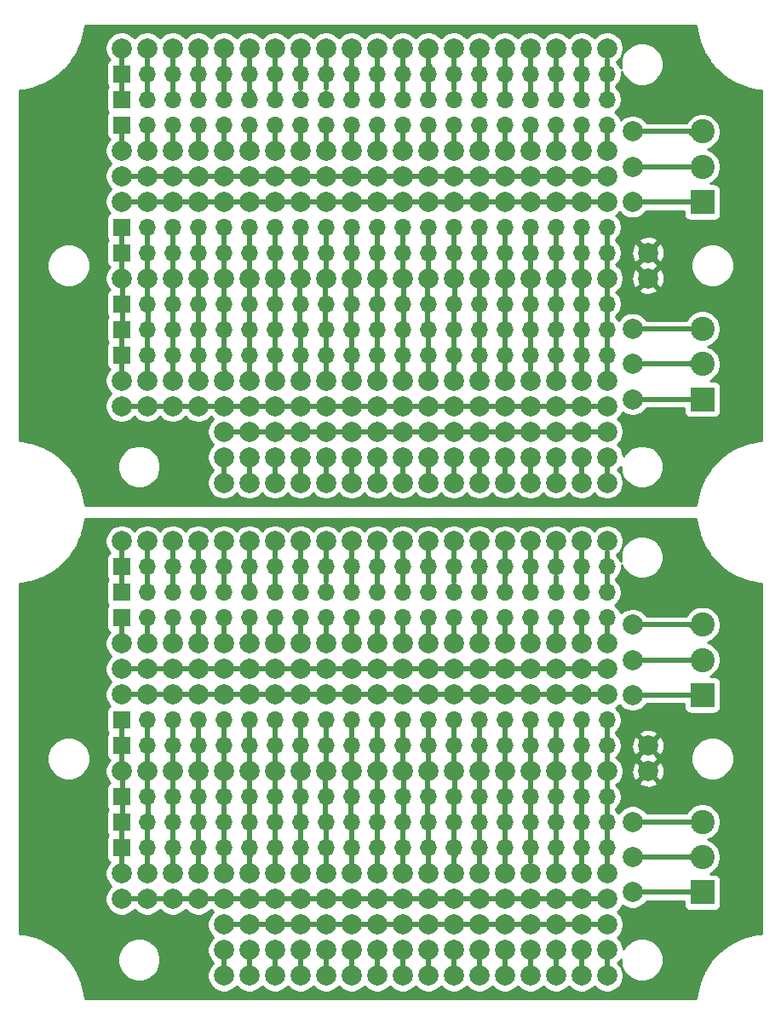
<source format=gbr>
G04 #@! TF.GenerationSoftware,KiCad,Pcbnew,5.1.5+dfsg1-2build2*
G04 #@! TF.CreationDate,2022-02-15T22:38:24-05:00*
G04 #@! TF.ProjectId,,58585858-5858-4585-9858-585858585858,rev?*
G04 #@! TF.SameCoordinates,Original*
G04 #@! TF.FileFunction,Copper,L1,Top*
G04 #@! TF.FilePolarity,Positive*
%FSLAX46Y46*%
G04 Gerber Fmt 4.6, Leading zero omitted, Abs format (unit mm)*
G04 Created by KiCad (PCBNEW 5.1.5+dfsg1-2build2) date 2022-02-15 22:38:24*
%MOMM*%
%LPD*%
G04 APERTURE LIST*
%ADD10C,2.000000*%
%ADD11R,1.700000X1.700000*%
%ADD12O,1.700000X1.700000*%
%ADD13R,2.400000X2.400000*%
%ADD14C,2.400000*%
%ADD15C,1.998980*%
%ADD16C,0.500000*%
%ADD17C,0.254000*%
G04 APERTURE END LIST*
D10*
X131143500Y-104323100D03*
D11*
X120983500Y-99243100D03*
D12*
X123523500Y-99243100D03*
X126063500Y-99243100D03*
X128603500Y-99243100D03*
X131143500Y-99243100D03*
X133683500Y-99243100D03*
X136223500Y-99243100D03*
X138763500Y-99243100D03*
X141303500Y-99243100D03*
X143843500Y-99243100D03*
X146383500Y-99243100D03*
X148923500Y-99243100D03*
X151463500Y-99243100D03*
X154003500Y-99243100D03*
X156543500Y-99243100D03*
X159083500Y-99243100D03*
X161623500Y-99243100D03*
X164163500Y-99243100D03*
X166703500Y-99243100D03*
X169243500Y-99243100D03*
D11*
X120983500Y-86543100D03*
D12*
X123523500Y-86543100D03*
X126063500Y-86543100D03*
X128603500Y-86543100D03*
X131143500Y-86543100D03*
X133683500Y-86543100D03*
X136223500Y-86543100D03*
X138763500Y-86543100D03*
X141303500Y-86543100D03*
X143843500Y-86543100D03*
X146383500Y-86543100D03*
X148923500Y-86543100D03*
X151463500Y-86543100D03*
X154003500Y-86543100D03*
X156543500Y-86543100D03*
X159083500Y-86543100D03*
X161623500Y-86543100D03*
X164163500Y-86543100D03*
X166703500Y-86543100D03*
X169243500Y-86543100D03*
D10*
X169243500Y-117023100D03*
X136223500Y-114483100D03*
X133683500Y-114483100D03*
X131143500Y-119563100D03*
X131143500Y-114483100D03*
X128603500Y-114483100D03*
X126063500Y-114483100D03*
X123523500Y-114483100D03*
X141303500Y-114483100D03*
X136223500Y-96703100D03*
X120983500Y-114483100D03*
X146383500Y-114483100D03*
X143843500Y-114483100D03*
X166703500Y-117023100D03*
X138763500Y-114483100D03*
X141303500Y-96703100D03*
X143843500Y-96703100D03*
X156543500Y-114483100D03*
X151463500Y-117023100D03*
X151463500Y-104323100D03*
X133683500Y-117023100D03*
X171783500Y-112853100D03*
X171783500Y-116353100D03*
X171783500Y-93253100D03*
D13*
X178723500Y-96753100D03*
D14*
X178723500Y-93253100D03*
X178723500Y-89753100D03*
D10*
X159083500Y-81463100D03*
X161623500Y-81463100D03*
X138763500Y-104323100D03*
X159083500Y-117023100D03*
X169243500Y-122103100D03*
X166703500Y-122103100D03*
X164163500Y-122103100D03*
X136223500Y-104323100D03*
X136223500Y-81463100D03*
X138763500Y-81463100D03*
X141303500Y-81463100D03*
X143843500Y-81463100D03*
X146383500Y-81463100D03*
X148923500Y-81463100D03*
X151463500Y-81463100D03*
X154003500Y-81463100D03*
X171783500Y-89753100D03*
X171783500Y-96753100D03*
X171783500Y-109353100D03*
X164163500Y-114483100D03*
X164163500Y-117023100D03*
X156543500Y-104323100D03*
X161623500Y-119563100D03*
X123523500Y-104323100D03*
X128603500Y-104323100D03*
X141303500Y-104323100D03*
X143843500Y-104323100D03*
X146383500Y-104323100D03*
X146383500Y-122103100D03*
X161623500Y-117023100D03*
X151463500Y-119563100D03*
X136223500Y-117023100D03*
X143843500Y-117023100D03*
X159083500Y-114483100D03*
X148923500Y-119563100D03*
X148923500Y-117023100D03*
X164163500Y-104323100D03*
X148923500Y-122103100D03*
X154003500Y-122103100D03*
X166703500Y-119563100D03*
X156543500Y-119563100D03*
X133683500Y-122103100D03*
X159083500Y-119563100D03*
X138763500Y-117023100D03*
X154003500Y-117023100D03*
X151463500Y-114483100D03*
X154003500Y-104323100D03*
X141303500Y-117023100D03*
X138763500Y-96703100D03*
X133683500Y-104323100D03*
X156543500Y-117023100D03*
X131143500Y-122103100D03*
X161623500Y-104323100D03*
X146383500Y-117023100D03*
X164163500Y-119563100D03*
X126063500Y-104323100D03*
X154003500Y-114483100D03*
X136223500Y-122103100D03*
X159083500Y-122103100D03*
X120983500Y-104323100D03*
X161623500Y-122103100D03*
X161623500Y-114483100D03*
X169243500Y-119563100D03*
X156543500Y-122103100D03*
X151463500Y-122103100D03*
X154003500Y-119563100D03*
X159083500Y-104323100D03*
D11*
X120983500Y-89083100D03*
D12*
X123523500Y-89083100D03*
X126063500Y-89083100D03*
X128603500Y-89083100D03*
X131143500Y-89083100D03*
X133683500Y-89083100D03*
X136223500Y-89083100D03*
X138763500Y-89083100D03*
X141303500Y-89083100D03*
X143843500Y-89083100D03*
X146383500Y-89083100D03*
X148923500Y-89083100D03*
X151463500Y-89083100D03*
X154003500Y-89083100D03*
X156543500Y-89083100D03*
X159083500Y-89083100D03*
X161623500Y-89083100D03*
X164163500Y-89083100D03*
X166703500Y-89083100D03*
X169243500Y-89083100D03*
D10*
X143843500Y-94163100D03*
X146383500Y-94163100D03*
X159083500Y-96703100D03*
X133683500Y-119563100D03*
X136223500Y-119563100D03*
X138763500Y-119563100D03*
X138763500Y-122103100D03*
X141303500Y-119563100D03*
X141303500Y-122103100D03*
X148923500Y-114483100D03*
X169243500Y-114483100D03*
X143843500Y-119563100D03*
X120983500Y-117023100D03*
X123523500Y-117023100D03*
X126063500Y-117023100D03*
X128603500Y-117023100D03*
X169243500Y-96703100D03*
X131143500Y-117023100D03*
X166703500Y-114483100D03*
X161623500Y-96703100D03*
X164163500Y-96703100D03*
X166703500Y-96703100D03*
X151463500Y-96703100D03*
X154003500Y-96703100D03*
X156543500Y-96703100D03*
X131143500Y-96703100D03*
X133683500Y-96703100D03*
X169243500Y-94163100D03*
X120983500Y-96703100D03*
X146383500Y-96703100D03*
X123523500Y-96703100D03*
X126063500Y-96703100D03*
X148923500Y-94163100D03*
X151463500Y-94163100D03*
X128603500Y-96703100D03*
X133683500Y-94163100D03*
X136223500Y-94163100D03*
X154003500Y-94163100D03*
X156543500Y-94163100D03*
X159083500Y-94163100D03*
X161623500Y-94163100D03*
X164163500Y-94163100D03*
X166703500Y-94163100D03*
X146383500Y-91623100D03*
X148923500Y-91623100D03*
X151463500Y-91623100D03*
X154003500Y-91623100D03*
X156543500Y-91623100D03*
X159083500Y-91623100D03*
X138763500Y-94163100D03*
X141303500Y-94163100D03*
X126063500Y-81463100D03*
X123523500Y-81463100D03*
X120983500Y-81463100D03*
X131143500Y-91623100D03*
X133683500Y-91623100D03*
X136223500Y-91623100D03*
X138763500Y-91623100D03*
X141303500Y-91623100D03*
X143843500Y-91623100D03*
X123523500Y-91623100D03*
X126063500Y-91623100D03*
X128603500Y-91623100D03*
X166703500Y-124643100D03*
X169243500Y-124643100D03*
X131143500Y-124643100D03*
X133683500Y-124643100D03*
X133683500Y-81463100D03*
X131143500Y-81463100D03*
X128603500Y-81463100D03*
X120983500Y-94163100D03*
X123523500Y-94163100D03*
X126063500Y-94163100D03*
X154003500Y-124643100D03*
X136223500Y-124643100D03*
X138763500Y-124643100D03*
X141303500Y-124643100D03*
X143843500Y-124643100D03*
X148923500Y-96703100D03*
X146383500Y-124643100D03*
X151463500Y-124643100D03*
X156543500Y-124643100D03*
X148923500Y-124643100D03*
D11*
X120983500Y-109403100D03*
D12*
X123523500Y-109403100D03*
X126063500Y-109403100D03*
X128603500Y-109403100D03*
X131143500Y-109403100D03*
X133683500Y-109403100D03*
X136223500Y-109403100D03*
X138763500Y-109403100D03*
X141303500Y-109403100D03*
X143843500Y-109403100D03*
X146383500Y-109403100D03*
X148923500Y-109403100D03*
X151463500Y-109403100D03*
X154003500Y-109403100D03*
X156543500Y-109403100D03*
X159083500Y-109403100D03*
X161623500Y-109403100D03*
X164163500Y-109403100D03*
X166703500Y-109403100D03*
X169243500Y-109403100D03*
D10*
X128603500Y-94163100D03*
X131143500Y-94163100D03*
X164163500Y-81463100D03*
X166703500Y-81463100D03*
X169243500Y-81463100D03*
X156543500Y-81463100D03*
D15*
X173323500Y-101783100D03*
X173323500Y-104323100D03*
D11*
X120983500Y-101783100D03*
D12*
X123523500Y-101783100D03*
X126063500Y-101783100D03*
X128603500Y-101783100D03*
X131143500Y-101783100D03*
X133683500Y-101783100D03*
X136223500Y-101783100D03*
X138763500Y-101783100D03*
X141303500Y-101783100D03*
X143843500Y-101783100D03*
X146383500Y-101783100D03*
X148923500Y-101783100D03*
X151463500Y-101783100D03*
X154003500Y-101783100D03*
X156543500Y-101783100D03*
X159083500Y-101783100D03*
X161623500Y-101783100D03*
X164163500Y-101783100D03*
X166703500Y-101783100D03*
X169243500Y-101783100D03*
D10*
X161623500Y-91623100D03*
X164163500Y-91623100D03*
X143843500Y-122103100D03*
X166703500Y-91623100D03*
X169243500Y-91623100D03*
D11*
X120983500Y-111943100D03*
D12*
X123523500Y-111943100D03*
X126063500Y-111943100D03*
X128603500Y-111943100D03*
X131143500Y-111943100D03*
X133683500Y-111943100D03*
X136223500Y-111943100D03*
X138763500Y-111943100D03*
X141303500Y-111943100D03*
X143843500Y-111943100D03*
X146383500Y-111943100D03*
X148923500Y-111943100D03*
X151463500Y-111943100D03*
X154003500Y-111943100D03*
X156543500Y-111943100D03*
X159083500Y-111943100D03*
X161623500Y-111943100D03*
X164163500Y-111943100D03*
X166703500Y-111943100D03*
X169243500Y-111943100D03*
D10*
X161623500Y-124643100D03*
X164163500Y-124643100D03*
X159083500Y-124643100D03*
D11*
X120983500Y-106863100D03*
D12*
X123523500Y-106863100D03*
X126063500Y-106863100D03*
X128603500Y-106863100D03*
X131143500Y-106863100D03*
X133683500Y-106863100D03*
X136223500Y-106863100D03*
X138763500Y-106863100D03*
X141303500Y-106863100D03*
X143843500Y-106863100D03*
X146383500Y-106863100D03*
X148923500Y-106863100D03*
X151463500Y-106863100D03*
X154003500Y-106863100D03*
X156543500Y-106863100D03*
X159083500Y-106863100D03*
X161623500Y-106863100D03*
X164163500Y-106863100D03*
X166703500Y-106863100D03*
X169243500Y-106863100D03*
D11*
X120983500Y-84003100D03*
D12*
X123523500Y-84003100D03*
X126063500Y-84003100D03*
X128603500Y-84003100D03*
X131143500Y-84003100D03*
X133683500Y-84003100D03*
X136223500Y-84003100D03*
X138763500Y-84003100D03*
X141303500Y-84003100D03*
X143843500Y-84003100D03*
X146383500Y-84003100D03*
X148923500Y-84003100D03*
X151463500Y-84003100D03*
X154003500Y-84003100D03*
X156543500Y-84003100D03*
X159083500Y-84003100D03*
X161623500Y-84003100D03*
X164163500Y-84003100D03*
X166703500Y-84003100D03*
X169243500Y-84003100D03*
D10*
X148923500Y-104323100D03*
X146383500Y-119563100D03*
X120983500Y-91623100D03*
D13*
X178723500Y-116353100D03*
D14*
X178723500Y-112853100D03*
X178723500Y-109353100D03*
D10*
X169243500Y-104323100D03*
X166703500Y-104323100D03*
D12*
X169243500Y-50243100D03*
X166703500Y-50243100D03*
X164163500Y-50243100D03*
X161623500Y-50243100D03*
X159083500Y-50243100D03*
X156543500Y-50243100D03*
X154003500Y-50243100D03*
X151463500Y-50243100D03*
X148923500Y-50243100D03*
X146383500Y-50243100D03*
X143843500Y-50243100D03*
X141303500Y-50243100D03*
X138763500Y-50243100D03*
X136223500Y-50243100D03*
X133683500Y-50243100D03*
X131143500Y-50243100D03*
X128603500Y-50243100D03*
X126063500Y-50243100D03*
X123523500Y-50243100D03*
D11*
X120983500Y-50243100D03*
D12*
X169243500Y-37543100D03*
X166703500Y-37543100D03*
X164163500Y-37543100D03*
X161623500Y-37543100D03*
X159083500Y-37543100D03*
X156543500Y-37543100D03*
X154003500Y-37543100D03*
X151463500Y-37543100D03*
X148923500Y-37543100D03*
X146383500Y-37543100D03*
X143843500Y-37543100D03*
X141303500Y-37543100D03*
X138763500Y-37543100D03*
X136223500Y-37543100D03*
X133683500Y-37543100D03*
X131143500Y-37543100D03*
X128603500Y-37543100D03*
X126063500Y-37543100D03*
X123523500Y-37543100D03*
D11*
X120983500Y-37543100D03*
D12*
X169243500Y-40083100D03*
X166703500Y-40083100D03*
X164163500Y-40083100D03*
X161623500Y-40083100D03*
X159083500Y-40083100D03*
X156543500Y-40083100D03*
X154003500Y-40083100D03*
X151463500Y-40083100D03*
X148923500Y-40083100D03*
X146383500Y-40083100D03*
X143843500Y-40083100D03*
X141303500Y-40083100D03*
X138763500Y-40083100D03*
X136223500Y-40083100D03*
X133683500Y-40083100D03*
X131143500Y-40083100D03*
X128603500Y-40083100D03*
X126063500Y-40083100D03*
X123523500Y-40083100D03*
D11*
X120983500Y-40083100D03*
D10*
X120983500Y-42623100D03*
D14*
X178723500Y-60353100D03*
X178723500Y-63853100D03*
D13*
X178723500Y-67353100D03*
D10*
X169243500Y-55323100D03*
X166703500Y-55323100D03*
X164163500Y-55323100D03*
X161623500Y-55323100D03*
X159083500Y-55323100D03*
X156543500Y-55323100D03*
X154003500Y-55323100D03*
X151463500Y-55323100D03*
X148923500Y-55323100D03*
X146383500Y-55323100D03*
X143843500Y-55323100D03*
X141303500Y-55323100D03*
X138763500Y-55323100D03*
X136223500Y-55323100D03*
X133683500Y-55323100D03*
X131143500Y-55323100D03*
X128603500Y-55323100D03*
X126063500Y-55323100D03*
X123523500Y-55323100D03*
X120983500Y-55323100D03*
X169243500Y-73103100D03*
X166703500Y-73103100D03*
X164163500Y-73103100D03*
X161623500Y-73103100D03*
X159083500Y-73103100D03*
X156543500Y-73103100D03*
X154003500Y-73103100D03*
X151463500Y-73103100D03*
X148923500Y-73103100D03*
X146383500Y-73103100D03*
X143843500Y-73103100D03*
X141303500Y-73103100D03*
X138763500Y-73103100D03*
X136223500Y-73103100D03*
X133683500Y-73103100D03*
X131143500Y-73103100D03*
X169243500Y-70563100D03*
X166703500Y-70563100D03*
X164163500Y-70563100D03*
X161623500Y-70563100D03*
X159083500Y-70563100D03*
X156543500Y-70563100D03*
X154003500Y-70563100D03*
X151463500Y-70563100D03*
X148923500Y-70563100D03*
X146383500Y-70563100D03*
X143843500Y-70563100D03*
X141303500Y-70563100D03*
X138763500Y-70563100D03*
X136223500Y-70563100D03*
X133683500Y-70563100D03*
X131143500Y-70563100D03*
X169243500Y-68023100D03*
X166703500Y-68023100D03*
X164163500Y-68023100D03*
X161623500Y-68023100D03*
X159083500Y-68023100D03*
X156543500Y-68023100D03*
X154003500Y-68023100D03*
X151463500Y-68023100D03*
X148923500Y-68023100D03*
X146383500Y-68023100D03*
X143843500Y-68023100D03*
X141303500Y-68023100D03*
X138763500Y-68023100D03*
X136223500Y-68023100D03*
X133683500Y-68023100D03*
X131143500Y-68023100D03*
X128603500Y-68023100D03*
X126063500Y-68023100D03*
X123523500Y-68023100D03*
X120983500Y-68023100D03*
X169243500Y-65483100D03*
X166703500Y-65483100D03*
X164163500Y-65483100D03*
X161623500Y-65483100D03*
X159083500Y-65483100D03*
X156543500Y-65483100D03*
X154003500Y-65483100D03*
X151463500Y-65483100D03*
X148923500Y-65483100D03*
X146383500Y-65483100D03*
X143843500Y-65483100D03*
X141303500Y-65483100D03*
X138763500Y-65483100D03*
X136223500Y-65483100D03*
X133683500Y-65483100D03*
X131143500Y-65483100D03*
X128603500Y-65483100D03*
X126063500Y-65483100D03*
X123523500Y-65483100D03*
X120983500Y-65483100D03*
X169243500Y-47703100D03*
X166703500Y-47703100D03*
X164163500Y-47703100D03*
X161623500Y-47703100D03*
X159083500Y-47703100D03*
X156543500Y-47703100D03*
X154003500Y-47703100D03*
X151463500Y-47703100D03*
X148923500Y-47703100D03*
X146383500Y-47703100D03*
X143843500Y-47703100D03*
X141303500Y-47703100D03*
X138763500Y-47703100D03*
X136223500Y-47703100D03*
X133683500Y-47703100D03*
X131143500Y-47703100D03*
X128603500Y-47703100D03*
X126063500Y-47703100D03*
X123523500Y-47703100D03*
X120983500Y-47703100D03*
X169243500Y-45163100D03*
X166703500Y-45163100D03*
X164163500Y-45163100D03*
X161623500Y-45163100D03*
X159083500Y-45163100D03*
X156543500Y-45163100D03*
X154003500Y-45163100D03*
X151463500Y-45163100D03*
X148923500Y-45163100D03*
X146383500Y-45163100D03*
X143843500Y-45163100D03*
X141303500Y-45163100D03*
X138763500Y-45163100D03*
X136223500Y-45163100D03*
X133683500Y-45163100D03*
X131143500Y-45163100D03*
X128603500Y-45163100D03*
X126063500Y-45163100D03*
X123523500Y-45163100D03*
X120983500Y-45163100D03*
X169243500Y-42623100D03*
X166703500Y-42623100D03*
X164163500Y-42623100D03*
X161623500Y-42623100D03*
X159083500Y-42623100D03*
X156543500Y-42623100D03*
X154003500Y-42623100D03*
X151463500Y-42623100D03*
X148923500Y-42623100D03*
X146383500Y-42623100D03*
X143843500Y-42623100D03*
X141303500Y-42623100D03*
X138763500Y-42623100D03*
X136223500Y-42623100D03*
X133683500Y-42623100D03*
X131143500Y-42623100D03*
X128603500Y-42623100D03*
X126063500Y-42623100D03*
X123523500Y-42623100D03*
X120983500Y-32463100D03*
X123523500Y-32463100D03*
X126063500Y-32463100D03*
X128603500Y-32463100D03*
X131143500Y-32463100D03*
X133683500Y-32463100D03*
X133683500Y-75643100D03*
X131143500Y-75643100D03*
X169243500Y-75643100D03*
X166703500Y-75643100D03*
X148923500Y-75643100D03*
X156543500Y-75643100D03*
X151463500Y-75643100D03*
X146383500Y-75643100D03*
X143843500Y-75643100D03*
X141303500Y-75643100D03*
X138763500Y-75643100D03*
X136223500Y-75643100D03*
X154003500Y-75643100D03*
X159083500Y-75643100D03*
X164163500Y-75643100D03*
X161623500Y-75643100D03*
D12*
X169243500Y-62943100D03*
X166703500Y-62943100D03*
X164163500Y-62943100D03*
X161623500Y-62943100D03*
X159083500Y-62943100D03*
X156543500Y-62943100D03*
X154003500Y-62943100D03*
X151463500Y-62943100D03*
X148923500Y-62943100D03*
X146383500Y-62943100D03*
X143843500Y-62943100D03*
X141303500Y-62943100D03*
X138763500Y-62943100D03*
X136223500Y-62943100D03*
X133683500Y-62943100D03*
X131143500Y-62943100D03*
X128603500Y-62943100D03*
X126063500Y-62943100D03*
X123523500Y-62943100D03*
D11*
X120983500Y-62943100D03*
D12*
X169243500Y-60403100D03*
X166703500Y-60403100D03*
X164163500Y-60403100D03*
X161623500Y-60403100D03*
X159083500Y-60403100D03*
X156543500Y-60403100D03*
X154003500Y-60403100D03*
X151463500Y-60403100D03*
X148923500Y-60403100D03*
X146383500Y-60403100D03*
X143843500Y-60403100D03*
X141303500Y-60403100D03*
X138763500Y-60403100D03*
X136223500Y-60403100D03*
X133683500Y-60403100D03*
X131143500Y-60403100D03*
X128603500Y-60403100D03*
X126063500Y-60403100D03*
X123523500Y-60403100D03*
D11*
X120983500Y-60403100D03*
D12*
X169243500Y-57863100D03*
X166703500Y-57863100D03*
X164163500Y-57863100D03*
X161623500Y-57863100D03*
X159083500Y-57863100D03*
X156543500Y-57863100D03*
X154003500Y-57863100D03*
X151463500Y-57863100D03*
X148923500Y-57863100D03*
X146383500Y-57863100D03*
X143843500Y-57863100D03*
X141303500Y-57863100D03*
X138763500Y-57863100D03*
X136223500Y-57863100D03*
X133683500Y-57863100D03*
X131143500Y-57863100D03*
X128603500Y-57863100D03*
X126063500Y-57863100D03*
X123523500Y-57863100D03*
D11*
X120983500Y-57863100D03*
D12*
X169243500Y-35003100D03*
X166703500Y-35003100D03*
X164163500Y-35003100D03*
X161623500Y-35003100D03*
X159083500Y-35003100D03*
X156543500Y-35003100D03*
X154003500Y-35003100D03*
X151463500Y-35003100D03*
X148923500Y-35003100D03*
X146383500Y-35003100D03*
X143843500Y-35003100D03*
X141303500Y-35003100D03*
X138763500Y-35003100D03*
X136223500Y-35003100D03*
X133683500Y-35003100D03*
X131143500Y-35003100D03*
X128603500Y-35003100D03*
X126063500Y-35003100D03*
X123523500Y-35003100D03*
D11*
X120983500Y-35003100D03*
D12*
X169243500Y-52783100D03*
X166703500Y-52783100D03*
X164163500Y-52783100D03*
X161623500Y-52783100D03*
X159083500Y-52783100D03*
X156543500Y-52783100D03*
X154003500Y-52783100D03*
X151463500Y-52783100D03*
X148923500Y-52783100D03*
X146383500Y-52783100D03*
X143843500Y-52783100D03*
X141303500Y-52783100D03*
X138763500Y-52783100D03*
X136223500Y-52783100D03*
X133683500Y-52783100D03*
X131143500Y-52783100D03*
X128603500Y-52783100D03*
X126063500Y-52783100D03*
X123523500Y-52783100D03*
D11*
X120983500Y-52783100D03*
D15*
X173323500Y-55323100D03*
X173323500Y-52783100D03*
D10*
X156543500Y-32463100D03*
X169243500Y-32463100D03*
X166703500Y-32463100D03*
X164163500Y-32463100D03*
X161623500Y-32463100D03*
X159083500Y-32463100D03*
D14*
X178723500Y-40753100D03*
X178723500Y-44253100D03*
D13*
X178723500Y-47753100D03*
D10*
X171783500Y-44253100D03*
X171783500Y-67353100D03*
X171783500Y-63853100D03*
X171783500Y-60353100D03*
X171783500Y-47753100D03*
X171783500Y-40753100D03*
X154003500Y-32463100D03*
X151463500Y-32463100D03*
X148923500Y-32463100D03*
X146383500Y-32463100D03*
X143843500Y-32463100D03*
X141303500Y-32463100D03*
X138763500Y-32463100D03*
X136223500Y-32463100D03*
D16*
X169243500Y-32560900D02*
X169546400Y-32258000D01*
X166703500Y-33081600D02*
X166815900Y-32969200D01*
X164163500Y-33094300D02*
X164606100Y-32651700D01*
X138763500Y-32983800D02*
X138507600Y-32727900D01*
X136223500Y-32933000D02*
X136107300Y-32816800D01*
X156543500Y-32463100D02*
X156543500Y-33932500D01*
X156543500Y-33932500D02*
X156543500Y-37543100D01*
X164163500Y-37543100D02*
X164163500Y-35977200D01*
X166703500Y-32463100D02*
X166703500Y-34046800D01*
X166703500Y-34046800D02*
X166703500Y-37543100D01*
X151463500Y-65483100D02*
X151463500Y-63857500D01*
X120983500Y-68023100D02*
X123523500Y-68023100D01*
X123523500Y-68023100D02*
X126063500Y-68023100D01*
X126063500Y-68023100D02*
X128603500Y-68023100D01*
X128603500Y-68023100D02*
X131143500Y-68023100D01*
X131143500Y-68023100D02*
X133683500Y-68023100D01*
X133683500Y-68023100D02*
X136223500Y-68023100D01*
X136223500Y-68023100D02*
X138763500Y-68023100D01*
X131143500Y-70563100D02*
X133683500Y-70563100D01*
X133683500Y-70563100D02*
X136223500Y-70563100D01*
X136223500Y-70563100D02*
X138763500Y-70563100D01*
X138763500Y-68023100D02*
X141303500Y-68023100D01*
X138763500Y-70563100D02*
X141303500Y-70563100D01*
X141303500Y-70563100D02*
X143843500Y-70563100D01*
X141303500Y-68023100D02*
X142827500Y-68023100D01*
X143843500Y-68023100D02*
X146383500Y-68023100D01*
X143843500Y-70563100D02*
X146383500Y-70563100D01*
X146383500Y-68023100D02*
X148923500Y-68023100D01*
X146383500Y-70563100D02*
X148923500Y-70563100D01*
X148923500Y-70563100D02*
X151463500Y-70563100D01*
X148923500Y-68023100D02*
X151463500Y-68023100D01*
X151463500Y-68023100D02*
X154003500Y-68023100D01*
X151463500Y-70563100D02*
X154003500Y-70563100D01*
X154003500Y-68023100D02*
X156543500Y-68023100D01*
X154003500Y-70563100D02*
X156543500Y-70563100D01*
X156543500Y-68023100D02*
X159083500Y-68023100D01*
X156543500Y-70563100D02*
X159083500Y-70563100D01*
X159083500Y-68023100D02*
X161623500Y-68023100D01*
X159083500Y-70563100D02*
X161623500Y-70563100D01*
X161623500Y-70563100D02*
X164163500Y-70563100D01*
X161623500Y-68023100D02*
X164163500Y-68023100D01*
X164163500Y-68023100D02*
X166703500Y-68023100D01*
X166703500Y-68023100D02*
X169243500Y-68023100D01*
X164163500Y-70563100D02*
X166703500Y-70563100D01*
X166703500Y-70563100D02*
X169243500Y-70563100D01*
X169243500Y-73103100D02*
X169243500Y-75643100D01*
X166703500Y-73103100D02*
X166703500Y-75643100D01*
X164163500Y-73103100D02*
X164163500Y-75643100D01*
X161623500Y-73103100D02*
X161623500Y-75643100D01*
X159083500Y-73103100D02*
X159083500Y-75643100D01*
X156543500Y-73103100D02*
X156543500Y-75643100D01*
X154003500Y-73103100D02*
X154003500Y-75643100D01*
X151463500Y-73103100D02*
X151463500Y-75643100D01*
X148923500Y-73103100D02*
X148923500Y-75643100D01*
X146383500Y-73103100D02*
X146383500Y-75643100D01*
X143843500Y-73103100D02*
X143843500Y-75643100D01*
X141303500Y-73103100D02*
X141303500Y-75643100D01*
X138763500Y-73103100D02*
X138763500Y-75643100D01*
X136223500Y-73103100D02*
X136223500Y-75643100D01*
X133683500Y-73103100D02*
X133683500Y-75643100D01*
X131143500Y-73103100D02*
X131143500Y-75643100D01*
X169243500Y-47703100D02*
X166703500Y-47703100D01*
X166703500Y-47703100D02*
X164163500Y-47703100D01*
X164163500Y-47703100D02*
X161623500Y-47703100D01*
X161623500Y-47703100D02*
X159083500Y-47703100D01*
X159083500Y-47703100D02*
X156543500Y-47703100D01*
X156543500Y-47703100D02*
X154003500Y-47703100D01*
X154003500Y-47703100D02*
X151463500Y-47703100D01*
X151463500Y-47703100D02*
X148923500Y-47703100D01*
X148923500Y-47703100D02*
X146383500Y-47703100D01*
X146383500Y-47703100D02*
X143843500Y-47703100D01*
X143843500Y-47703100D02*
X141303500Y-47703100D01*
X138763500Y-47703100D02*
X141303500Y-47703100D01*
X138763500Y-47703100D02*
X136223500Y-47703100D01*
X136223500Y-47703100D02*
X133683500Y-47703100D01*
X133683500Y-47703100D02*
X131143500Y-47703100D01*
X131143500Y-47703100D02*
X128603500Y-47703100D01*
X128603500Y-47703100D02*
X126063500Y-47703100D01*
X126063500Y-47703100D02*
X123523500Y-47703100D01*
X123523500Y-47703100D02*
X120983500Y-47703100D01*
X120983500Y-45163100D02*
X123523500Y-45163100D01*
X123523500Y-45163100D02*
X126063500Y-45163100D01*
X126063500Y-45163100D02*
X128603500Y-45163100D01*
X128603500Y-45163100D02*
X131143500Y-45163100D01*
X131143500Y-45163100D02*
X133683500Y-45163100D01*
X133683500Y-45163100D02*
X136223500Y-45163100D01*
X136223500Y-45163100D02*
X138763500Y-45163100D01*
X138763500Y-45163100D02*
X141303500Y-45163100D01*
X141303500Y-45163100D02*
X143843500Y-45163100D01*
X143843500Y-45163100D02*
X146383500Y-45163100D01*
X146383500Y-45163100D02*
X148923500Y-45163100D01*
X148923500Y-45163100D02*
X151463500Y-45163100D01*
X151463500Y-45163100D02*
X154003500Y-45163100D01*
X154003500Y-45163100D02*
X156543500Y-45163100D01*
X156543500Y-45163100D02*
X159083500Y-45163100D01*
X159083500Y-45163100D02*
X161623500Y-45163100D01*
X161623500Y-45163100D02*
X164163500Y-45163100D01*
X164163500Y-45163100D02*
X166703500Y-45163100D01*
X166703500Y-45163100D02*
X169243500Y-45163100D01*
X146383500Y-96703100D02*
X143843500Y-96703100D01*
X143843500Y-96703100D02*
X141303500Y-96703100D01*
X138763500Y-96703100D02*
X141303500Y-96703100D01*
X138763500Y-96703100D02*
X136223500Y-96703100D01*
X136223500Y-96703100D02*
X133683500Y-96703100D01*
X133683500Y-96703100D02*
X131143500Y-96703100D01*
X164163500Y-94163100D02*
X166703500Y-94163100D01*
X166703500Y-94163100D02*
X169243500Y-94163100D01*
X148923500Y-96703100D02*
X146383500Y-96703100D01*
X164163500Y-86543100D02*
X164163500Y-84977200D01*
X156543500Y-82932500D02*
X156543500Y-86543100D01*
X166703500Y-82081600D02*
X166815900Y-81969200D01*
X166703500Y-83046800D02*
X166703500Y-86543100D01*
X166703500Y-81463100D02*
X166703500Y-83046800D01*
X138763500Y-81983800D02*
X138507600Y-81727900D01*
X156543500Y-81463100D02*
X156543500Y-82932500D01*
X169243500Y-81560900D02*
X169546400Y-81258000D01*
X164163500Y-82094300D02*
X164606100Y-81651700D01*
X161623500Y-94163100D02*
X164163500Y-94163100D01*
X136223500Y-81933000D02*
X136107300Y-81816800D01*
X151463500Y-114483100D02*
X151463500Y-112857500D01*
X120983500Y-117023100D02*
X123523500Y-117023100D01*
X123523500Y-117023100D02*
X126063500Y-117023100D01*
X126063500Y-117023100D02*
X128603500Y-117023100D01*
X128603500Y-117023100D02*
X131143500Y-117023100D01*
X131143500Y-117023100D02*
X133683500Y-117023100D01*
X133683500Y-117023100D02*
X136223500Y-117023100D01*
X136223500Y-117023100D02*
X138763500Y-117023100D01*
X131143500Y-119563100D02*
X133683500Y-119563100D01*
X133683500Y-119563100D02*
X136223500Y-119563100D01*
X136223500Y-119563100D02*
X138763500Y-119563100D01*
X138763500Y-117023100D02*
X141303500Y-117023100D01*
X138763500Y-119563100D02*
X141303500Y-119563100D01*
X141303500Y-119563100D02*
X143843500Y-119563100D01*
X141303500Y-117023100D02*
X142827500Y-117023100D01*
X143843500Y-117023100D02*
X146383500Y-117023100D01*
X143843500Y-119563100D02*
X146383500Y-119563100D01*
X146383500Y-117023100D02*
X148923500Y-117023100D01*
X146383500Y-119563100D02*
X148923500Y-119563100D01*
X148923500Y-119563100D02*
X151463500Y-119563100D01*
X148923500Y-117023100D02*
X151463500Y-117023100D01*
X151463500Y-117023100D02*
X154003500Y-117023100D01*
X151463500Y-119563100D02*
X154003500Y-119563100D01*
X154003500Y-117023100D02*
X156543500Y-117023100D01*
X154003500Y-119563100D02*
X156543500Y-119563100D01*
X156543500Y-117023100D02*
X159083500Y-117023100D01*
X156543500Y-119563100D02*
X159083500Y-119563100D01*
X159083500Y-117023100D02*
X161623500Y-117023100D01*
X159083500Y-119563100D02*
X161623500Y-119563100D01*
X161623500Y-119563100D02*
X164163500Y-119563100D01*
X161623500Y-117023100D02*
X164163500Y-117023100D01*
X164163500Y-117023100D02*
X166703500Y-117023100D01*
X166703500Y-117023100D02*
X169243500Y-117023100D01*
X164163500Y-119563100D02*
X166703500Y-119563100D01*
X166703500Y-119563100D02*
X169243500Y-119563100D01*
X169243500Y-122103100D02*
X169243500Y-124643100D01*
X166703500Y-122103100D02*
X166703500Y-124643100D01*
X164163500Y-122103100D02*
X164163500Y-124643100D01*
X161623500Y-122103100D02*
X161623500Y-124643100D01*
X159083500Y-122103100D02*
X159083500Y-124643100D01*
X156543500Y-122103100D02*
X156543500Y-124643100D01*
X154003500Y-122103100D02*
X154003500Y-124643100D01*
X151463500Y-122103100D02*
X151463500Y-124643100D01*
X148923500Y-122103100D02*
X148923500Y-124643100D01*
X146383500Y-122103100D02*
X146383500Y-124643100D01*
X143843500Y-122103100D02*
X143843500Y-124643100D01*
X141303500Y-122103100D02*
X141303500Y-124643100D01*
X138763500Y-122103100D02*
X138763500Y-124643100D01*
X136223500Y-122103100D02*
X136223500Y-124643100D01*
X133683500Y-122103100D02*
X133683500Y-124643100D01*
X131143500Y-122103100D02*
X131143500Y-124643100D01*
X169243500Y-96703100D02*
X166703500Y-96703100D01*
X166703500Y-96703100D02*
X164163500Y-96703100D01*
X164163500Y-96703100D02*
X161623500Y-96703100D01*
X161623500Y-96703100D02*
X159083500Y-96703100D01*
X159083500Y-96703100D02*
X156543500Y-96703100D01*
X156543500Y-96703100D02*
X154003500Y-96703100D01*
X154003500Y-96703100D02*
X151463500Y-96703100D01*
X151463500Y-96703100D02*
X148923500Y-96703100D01*
X131143500Y-96703100D02*
X128603500Y-96703100D01*
X128603500Y-96703100D02*
X126063500Y-96703100D01*
X126063500Y-96703100D02*
X123523500Y-96703100D01*
X123523500Y-96703100D02*
X120983500Y-96703100D01*
X120983500Y-94163100D02*
X123523500Y-94163100D01*
X123523500Y-94163100D02*
X126063500Y-94163100D01*
X126063500Y-94163100D02*
X128603500Y-94163100D01*
X128603500Y-94163100D02*
X131143500Y-94163100D01*
X131143500Y-94163100D02*
X133683500Y-94163100D01*
X133683500Y-94163100D02*
X136223500Y-94163100D01*
X136223500Y-94163100D02*
X138763500Y-94163100D01*
X138763500Y-94163100D02*
X141303500Y-94163100D01*
X141303500Y-94163100D02*
X143843500Y-94163100D01*
X143843500Y-94163100D02*
X146383500Y-94163100D01*
X146383500Y-94163100D02*
X148923500Y-94163100D01*
X148923500Y-94163100D02*
X151463500Y-94163100D01*
X151463500Y-94163100D02*
X154003500Y-94163100D01*
X154003500Y-94163100D02*
X156543500Y-94163100D01*
X156543500Y-94163100D02*
X159083500Y-94163100D01*
X159083500Y-94163100D02*
X161623500Y-94163100D01*
X177827400Y-60353100D02*
X177893600Y-60286900D01*
X178061400Y-60353100D02*
X178198400Y-60490100D01*
X171783500Y-60353100D02*
X178061400Y-60353100D01*
X177827400Y-109353100D02*
X177893600Y-109286900D01*
X178061400Y-109353100D02*
X178198400Y-109490100D01*
X171783500Y-109353100D02*
X178061400Y-109353100D01*
X177548200Y-63853100D02*
X177614200Y-63919100D01*
X177515100Y-63853100D02*
X177626900Y-63741300D01*
X177853000Y-63853100D02*
X177995200Y-63995300D01*
X171783500Y-63853100D02*
X177853000Y-63853100D01*
X177548200Y-112853100D02*
X177614200Y-112919100D01*
X177515100Y-112853100D02*
X177626900Y-112741300D01*
X177853000Y-112853100D02*
X177995200Y-112995300D01*
X171783500Y-112853100D02*
X177853000Y-112853100D01*
X177736200Y-67353100D02*
X177792000Y-67297300D01*
X171783500Y-67353100D02*
X177736200Y-67353100D01*
X177736200Y-116353100D02*
X177792000Y-116297300D01*
X171783500Y-116353100D02*
X177736200Y-116353100D01*
X177473300Y-40753100D02*
X177652300Y-40932100D01*
X177651100Y-40753100D02*
X177690400Y-40792400D01*
X177742400Y-40753100D02*
X177880900Y-40614600D01*
X178146400Y-40753100D02*
X178198400Y-40805100D01*
X171783500Y-40753100D02*
X178146400Y-40753100D01*
X177473300Y-89753100D02*
X177652300Y-89932100D01*
X177651100Y-89753100D02*
X177690400Y-89792400D01*
X177742400Y-89753100D02*
X177880900Y-89614600D01*
X178146400Y-89753100D02*
X178198400Y-89805100D01*
X171783500Y-89753100D02*
X178146400Y-89753100D01*
X177917900Y-47753100D02*
X177969800Y-47701200D01*
X177689300Y-47753100D02*
X177919000Y-47523400D01*
X171783500Y-47753100D02*
X177689300Y-47753100D01*
X177917900Y-96753100D02*
X177969800Y-96701200D01*
X177689300Y-96753100D02*
X177919000Y-96523400D01*
X171783500Y-96753100D02*
X177689300Y-96753100D01*
X177760300Y-44253100D02*
X177855500Y-44157900D01*
X177861800Y-44253100D02*
X177880900Y-44272200D01*
X171783500Y-44253100D02*
X177861800Y-44253100D01*
X177760300Y-93253100D02*
X177855500Y-93157900D01*
X177861800Y-93253100D02*
X177880900Y-93272200D01*
X171783500Y-93253100D02*
X177861800Y-93253100D01*
X138763500Y-34326200D02*
X138609200Y-34480500D01*
X138763500Y-32463100D02*
X138763500Y-34326200D01*
X138763500Y-35003100D02*
X138763500Y-36501700D01*
X138763500Y-83326200D02*
X138609200Y-83480500D01*
X138763500Y-81463100D02*
X138763500Y-83326200D01*
X138763500Y-84003100D02*
X138763500Y-85501700D01*
X136223500Y-34622100D02*
X136437500Y-34836100D01*
X136223500Y-32463100D02*
X136223500Y-34622100D01*
X136223500Y-36802700D02*
X136196200Y-36830000D01*
X136223500Y-35003100D02*
X136223500Y-36802700D01*
X136223500Y-83622100D02*
X136437500Y-83836100D01*
X136223500Y-81463100D02*
X136223500Y-83622100D01*
X136223500Y-85802700D02*
X136196200Y-85830000D01*
X136223500Y-84003100D02*
X136223500Y-85802700D01*
X133683500Y-34317300D02*
X133961000Y-34594800D01*
X133683500Y-32463100D02*
X133683500Y-34317300D01*
X133683500Y-36679500D02*
X134024500Y-37020500D01*
X133683500Y-35003100D02*
X133683500Y-36679500D01*
X133683500Y-83317300D02*
X133961000Y-83594800D01*
X133683500Y-81463100D02*
X133683500Y-83317300D01*
X133683500Y-85679500D02*
X134024500Y-86020500D01*
X133683500Y-84003100D02*
X133683500Y-85679500D01*
X131143500Y-35431100D02*
X131128900Y-35445700D01*
X131143500Y-32463100D02*
X131143500Y-35431100D01*
X131143500Y-35003100D02*
X131143500Y-36679500D01*
X131143500Y-84431100D02*
X131128900Y-84445700D01*
X131143500Y-81463100D02*
X131143500Y-84431100D01*
X131143500Y-84003100D02*
X131143500Y-85679500D01*
X128603500Y-34999300D02*
X128525400Y-35077400D01*
X128603500Y-32463100D02*
X128603500Y-34999300D01*
X128603500Y-36878900D02*
X128411100Y-37071300D01*
X128603500Y-35003100D02*
X128603500Y-36878900D01*
X128603500Y-83999300D02*
X128525400Y-84077400D01*
X128603500Y-81463100D02*
X128603500Y-83999300D01*
X128603500Y-85878900D02*
X128411100Y-86071300D01*
X128603500Y-84003100D02*
X128603500Y-85878900D01*
X126063500Y-34850700D02*
X126353700Y-35140900D01*
X126063500Y-32463100D02*
X126063500Y-34850700D01*
X126063500Y-37339900D02*
X126226700Y-37503100D01*
X126063500Y-35003100D02*
X126063500Y-37339900D01*
X126063500Y-83850700D02*
X126353700Y-84140900D01*
X126063500Y-81463100D02*
X126063500Y-83850700D01*
X126063500Y-86339900D02*
X126226700Y-86503100D01*
X126063500Y-84003100D02*
X126063500Y-86339900D01*
X123523500Y-34834200D02*
X123521600Y-34836100D01*
X123523500Y-32463100D02*
X123523500Y-34834200D01*
X123523500Y-37022400D02*
X123699400Y-37198300D01*
X123523500Y-35003100D02*
X123523500Y-37022400D01*
X123523500Y-83834200D02*
X123521600Y-83836100D01*
X123523500Y-81463100D02*
X123523500Y-83834200D01*
X123523500Y-86022400D02*
X123699400Y-86198300D01*
X123523500Y-84003100D02*
X123523500Y-86022400D01*
X120983500Y-34723700D02*
X121095900Y-34836100D01*
X120983500Y-32463100D02*
X120983500Y-34723700D01*
X120983500Y-37009700D02*
X121286400Y-37312600D01*
X120983500Y-35003100D02*
X120983500Y-37009700D01*
X120983500Y-83723700D02*
X121095900Y-83836100D01*
X120983500Y-81463100D02*
X120983500Y-83723700D01*
X120983500Y-86009700D02*
X121286400Y-86312600D01*
X120983500Y-84003100D02*
X120983500Y-86009700D01*
X138763500Y-52703100D02*
X138774300Y-52692300D01*
X138763500Y-55323100D02*
X138763500Y-52703100D01*
X138763500Y-52783100D02*
X138763500Y-50255800D01*
X138763500Y-41895900D02*
X138790300Y-41922700D01*
X138763500Y-40083100D02*
X138763500Y-41895900D01*
X138763500Y-101703100D02*
X138774300Y-101692300D01*
X138763500Y-104323100D02*
X138763500Y-101703100D01*
X138763500Y-101783100D02*
X138763500Y-99255800D01*
X138763500Y-90895900D02*
X138790300Y-90922700D01*
X138763500Y-89083100D02*
X138763500Y-90895900D01*
X136223500Y-52872000D02*
X136183500Y-52832000D01*
X136223500Y-55323100D02*
X136223500Y-52872000D01*
X136223500Y-52783100D02*
X136223500Y-50408200D01*
X136223500Y-42051100D02*
X136199500Y-42075100D01*
X136223500Y-40083100D02*
X136223500Y-42051100D01*
X136223500Y-101872000D02*
X136183500Y-101832000D01*
X136223500Y-104323100D02*
X136223500Y-101872000D01*
X136223500Y-101783100D02*
X136223500Y-99408200D01*
X136223500Y-91051100D02*
X136199500Y-91075100D01*
X136223500Y-89083100D02*
X136223500Y-91051100D01*
X133683500Y-52833900D02*
X133630800Y-52781200D01*
X133683500Y-55323100D02*
X133683500Y-52833900D01*
X133683500Y-52783100D02*
X133683500Y-50192300D01*
X133683500Y-42353100D02*
X133799200Y-42468800D01*
X133683500Y-40083100D02*
X133683500Y-42353100D01*
X133683500Y-101833900D02*
X133630800Y-101781200D01*
X133683500Y-104323100D02*
X133683500Y-101833900D01*
X133683500Y-101783100D02*
X133683500Y-99192300D01*
X133683500Y-91353100D02*
X133799200Y-91468800D01*
X133683500Y-89083100D02*
X133683500Y-91353100D01*
X131143500Y-52703100D02*
X131268600Y-52578000D01*
X131143500Y-55323100D02*
X131143500Y-52703100D01*
X131143500Y-52783100D02*
X131143500Y-50925100D01*
X131143500Y-42124500D02*
X131183000Y-42164000D01*
X131143500Y-40083100D02*
X131143500Y-42124500D01*
X131143500Y-101703100D02*
X131268600Y-101578000D01*
X131143500Y-104323100D02*
X131143500Y-101703100D01*
X131143500Y-101783100D02*
X131143500Y-99925100D01*
X131143500Y-91124500D02*
X131183000Y-91164000D01*
X131143500Y-89083100D02*
X131143500Y-91124500D01*
X128603500Y-53160300D02*
X128766700Y-52997100D01*
X128603500Y-55323100D02*
X128603500Y-53160300D01*
X128603500Y-52783100D02*
X128603500Y-50912400D01*
X128603500Y-42241600D02*
X128503300Y-42341800D01*
X128603500Y-40083100D02*
X128603500Y-42241600D01*
X128603500Y-102160300D02*
X128766700Y-101997100D01*
X128603500Y-104323100D02*
X128603500Y-102160300D01*
X128603500Y-101783100D02*
X128603500Y-99912400D01*
X128603500Y-91241600D02*
X128503300Y-91341800D01*
X128603500Y-89083100D02*
X128603500Y-91241600D01*
X126063500Y-53109500D02*
X126290200Y-52882800D01*
X126063500Y-55323100D02*
X126063500Y-53109500D01*
X126063500Y-52783100D02*
X126063500Y-50471700D01*
X126063500Y-42190800D02*
X125988700Y-42265600D01*
X126063500Y-40083100D02*
X126063500Y-42190800D01*
X126063500Y-102109500D02*
X126290200Y-101882800D01*
X126063500Y-104323100D02*
X126063500Y-102109500D01*
X126063500Y-101783100D02*
X126063500Y-99471700D01*
X126063500Y-91190800D02*
X125988700Y-91265600D01*
X126063500Y-89083100D02*
X126063500Y-91190800D01*
X123523500Y-53062500D02*
X123508900Y-53047900D01*
X123523500Y-55323100D02*
X123523500Y-53062500D01*
X123523500Y-52783100D02*
X123523500Y-50518700D01*
X123523500Y-42279700D02*
X123359800Y-42443400D01*
X123523500Y-40083100D02*
X123523500Y-42279700D01*
X123523500Y-102062500D02*
X123508900Y-102047900D01*
X123523500Y-104323100D02*
X123523500Y-102062500D01*
X123523500Y-101783100D02*
X123523500Y-99518700D01*
X123523500Y-91279700D02*
X123359800Y-91443400D01*
X123523500Y-89083100D02*
X123523500Y-91279700D01*
X120983500Y-53173000D02*
X121388000Y-52768500D01*
X120983500Y-55323100D02*
X120983500Y-53173000D01*
X120983500Y-42149900D02*
X121073800Y-42240200D01*
X120983500Y-40083100D02*
X120983500Y-42149900D01*
X120983500Y-102173000D02*
X121388000Y-101768500D01*
X120983500Y-104323100D02*
X120983500Y-102173000D01*
X120983500Y-91149900D02*
X121073800Y-91240200D01*
X120983500Y-89083100D02*
X120983500Y-91149900D01*
X131143500Y-55713000D02*
X131179700Y-55676800D01*
X131143500Y-57863100D02*
X131143500Y-55713000D01*
X131143500Y-104713000D02*
X131179700Y-104676800D01*
X131143500Y-106863100D02*
X131143500Y-104713000D01*
X126063500Y-56068600D02*
X126379100Y-55753000D01*
X126063500Y-57863100D02*
X126063500Y-56068600D01*
X126063500Y-105068600D02*
X126379100Y-104753000D01*
X126063500Y-106863100D02*
X126063500Y-105068600D01*
X123523500Y-55640600D02*
X123483500Y-55600600D01*
X123523500Y-57863100D02*
X123523500Y-55640600D01*
X123523500Y-104640600D02*
X123483500Y-104600600D01*
X123523500Y-106863100D02*
X123523500Y-104640600D01*
X120983500Y-52783100D02*
X120983500Y-50534700D01*
X120983500Y-101783100D02*
X120983500Y-99534700D01*
X143843500Y-34199200D02*
X143803500Y-34239200D01*
X143843500Y-32463100D02*
X143843500Y-34199200D01*
X143843500Y-36870000D02*
X144044800Y-37071300D01*
X143843500Y-35003100D02*
X143843500Y-36870000D01*
X143843500Y-83199200D02*
X143803500Y-83239200D01*
X143843500Y-81463100D02*
X143843500Y-83199200D01*
X143843500Y-85870000D02*
X144044800Y-86071300D01*
X143843500Y-84003100D02*
X143843500Y-85870000D01*
X141303500Y-34199200D02*
X141263500Y-34239200D01*
X141303500Y-32463100D02*
X141303500Y-34199200D01*
X141303500Y-35003100D02*
X141303500Y-36514400D01*
X141303500Y-83199200D02*
X141263500Y-83239200D01*
X141303500Y-81463100D02*
X141303500Y-83199200D01*
X141303500Y-84003100D02*
X141303500Y-85514400D01*
X169292400Y-33578800D02*
X169292400Y-34594800D01*
X169243500Y-35735900D02*
X169292400Y-35687000D01*
X169243500Y-37543100D02*
X169243500Y-35735900D01*
X169292400Y-82578800D02*
X169292400Y-83594800D01*
X169243500Y-84735900D02*
X169292400Y-84687000D01*
X169243500Y-86543100D02*
X169243500Y-84735900D01*
X164163500Y-34338900D02*
X164148900Y-34353500D01*
X164163500Y-32463100D02*
X164163500Y-34338900D01*
X164163500Y-83338900D02*
X164148900Y-83353500D01*
X164163500Y-81463100D02*
X164163500Y-83338900D01*
X161623500Y-34529400D02*
X161494600Y-34658300D01*
X161623500Y-32463100D02*
X161623500Y-34529400D01*
X161623500Y-35735900D02*
X161672400Y-35687000D01*
X161623500Y-37543100D02*
X161623500Y-35735900D01*
X161623500Y-83529400D02*
X161494600Y-83658300D01*
X161623500Y-81463100D02*
X161623500Y-83529400D01*
X161623500Y-84735900D02*
X161672400Y-84687000D01*
X161623500Y-86543100D02*
X161623500Y-84735900D01*
X159083500Y-34533200D02*
X159208600Y-34658300D01*
X159083500Y-32463100D02*
X159083500Y-34533200D01*
X159083500Y-35875600D02*
X159208600Y-35750500D01*
X159083500Y-37543100D02*
X159083500Y-35875600D01*
X159083500Y-83533200D02*
X159208600Y-83658300D01*
X159083500Y-81463100D02*
X159083500Y-83533200D01*
X159083500Y-84875600D02*
X159208600Y-84750500D01*
X159083500Y-86543100D02*
X159083500Y-84875600D01*
X154003500Y-34177600D02*
X154065100Y-34239200D01*
X154003500Y-32463100D02*
X154003500Y-34177600D01*
X154003500Y-35003100D02*
X154003500Y-36527100D01*
X154003500Y-83177600D02*
X154065100Y-83239200D01*
X154003500Y-81463100D02*
X154003500Y-83177600D01*
X154003500Y-84003100D02*
X154003500Y-85527100D01*
X151463500Y-34114100D02*
X151652100Y-34302700D01*
X151463500Y-32463100D02*
X151463500Y-34114100D01*
X151463500Y-35003100D02*
X151463500Y-37235000D01*
X151463500Y-83114100D02*
X151652100Y-83302700D01*
X151463500Y-81463100D02*
X151463500Y-83114100D01*
X151463500Y-84003100D02*
X151463500Y-86235000D01*
X148923500Y-34164900D02*
X149061300Y-34302700D01*
X148923500Y-32463100D02*
X148923500Y-34164900D01*
X148923500Y-35003100D02*
X148923500Y-37085400D01*
X148923500Y-83164900D02*
X149061300Y-83302700D01*
X148923500Y-81463100D02*
X148923500Y-83164900D01*
X148923500Y-84003100D02*
X148923500Y-86085400D01*
X146383500Y-34761800D02*
X146407000Y-34785300D01*
X146383500Y-32463100D02*
X146383500Y-34761800D01*
X146383500Y-35003100D02*
X146383500Y-36981000D01*
X146383500Y-83761800D02*
X146407000Y-83785300D01*
X146383500Y-81463100D02*
X146383500Y-83761800D01*
X146383500Y-84003100D02*
X146383500Y-85981000D01*
X169243500Y-52872000D02*
X169241600Y-52870100D01*
X169243500Y-55323100D02*
X169243500Y-52872000D01*
X169243500Y-52783100D02*
X169243500Y-50268500D01*
X169243500Y-42188000D02*
X169244900Y-42189400D01*
X169243500Y-40083100D02*
X169243500Y-42188000D01*
X169243500Y-101872000D02*
X169241600Y-101870100D01*
X169243500Y-104323100D02*
X169243500Y-101872000D01*
X169243500Y-101783100D02*
X169243500Y-99268500D01*
X169243500Y-91188000D02*
X169244900Y-91189400D01*
X169243500Y-89083100D02*
X169243500Y-91188000D01*
X166703500Y-52745000D02*
X166688900Y-52730400D01*
X166703500Y-55323100D02*
X166703500Y-52745000D01*
X166703500Y-52783100D02*
X166703500Y-50192300D01*
X166703500Y-42114600D02*
X166425500Y-42392600D01*
X166703500Y-40083100D02*
X166703500Y-42114600D01*
X166703500Y-101745000D02*
X166688900Y-101730400D01*
X166703500Y-104323100D02*
X166703500Y-101745000D01*
X166703500Y-101783100D02*
X166703500Y-99192300D01*
X166703500Y-91114600D02*
X166425500Y-91392600D01*
X166703500Y-89083100D02*
X166703500Y-91114600D01*
X164163500Y-52982500D02*
X164225100Y-52920900D01*
X164163500Y-55323100D02*
X164163500Y-52982500D01*
X164163500Y-52783100D02*
X164163500Y-50252000D01*
X164163500Y-41949500D02*
X164063300Y-42049700D01*
X164163500Y-40083100D02*
X164163500Y-41949500D01*
X164163500Y-101982500D02*
X164225100Y-101920900D01*
X164163500Y-104323100D02*
X164163500Y-101982500D01*
X164163500Y-101783100D02*
X164163500Y-99252000D01*
X164163500Y-90949500D02*
X164063300Y-91049700D01*
X164163500Y-89083100D02*
X164163500Y-90949500D01*
X161623500Y-52830100D02*
X161672400Y-52781200D01*
X161623500Y-55323100D02*
X161623500Y-52830100D01*
X161623500Y-52783100D02*
X161623500Y-50188500D01*
X161623500Y-42051100D02*
X161485200Y-42189400D01*
X161623500Y-40083100D02*
X161623500Y-42051100D01*
X161623500Y-101830100D02*
X161672400Y-101781200D01*
X161623500Y-104323100D02*
X161623500Y-101830100D01*
X161623500Y-101783100D02*
X161623500Y-99188500D01*
X161623500Y-91051100D02*
X161485200Y-91189400D01*
X161623500Y-89083100D02*
X161623500Y-91051100D01*
X159083500Y-52766600D02*
X159119700Y-52730400D01*
X159083500Y-55323100D02*
X159083500Y-52766600D01*
X159083500Y-52783100D02*
X159083500Y-50315500D01*
X159083500Y-42076500D02*
X158894400Y-42265600D01*
X159083500Y-40083100D02*
X159083500Y-42076500D01*
X159083500Y-101766600D02*
X159119700Y-101730400D01*
X159083500Y-104323100D02*
X159083500Y-101766600D01*
X159083500Y-101783100D02*
X159083500Y-99315500D01*
X159083500Y-91076500D02*
X158894400Y-91265600D01*
X159083500Y-89083100D02*
X159083500Y-91076500D01*
X156543500Y-52935500D02*
X156389200Y-52781200D01*
X156543500Y-55323100D02*
X156543500Y-52935500D01*
X156543500Y-52783100D02*
X156543500Y-50252000D01*
X156543500Y-42365800D02*
X156621100Y-42443400D01*
X156543500Y-40083100D02*
X156543500Y-42365800D01*
X156543500Y-101935500D02*
X156389200Y-101781200D01*
X156543500Y-104323100D02*
X156543500Y-101935500D01*
X156543500Y-101783100D02*
X156543500Y-99252000D01*
X156543500Y-91365800D02*
X156621100Y-91443400D01*
X156543500Y-89083100D02*
X156543500Y-91365800D01*
X154003500Y-52859300D02*
X153976200Y-52832000D01*
X154003500Y-55323100D02*
X154003500Y-52859300D01*
X154003500Y-52783100D02*
X154003500Y-50255800D01*
X154003500Y-42178100D02*
X153966800Y-42214800D01*
X154003500Y-40083100D02*
X154003500Y-42178100D01*
X154003500Y-101859300D02*
X153976200Y-101832000D01*
X154003500Y-104323100D02*
X154003500Y-101859300D01*
X154003500Y-101783100D02*
X154003500Y-99255800D01*
X154003500Y-91178100D02*
X153966800Y-91214800D01*
X154003500Y-89083100D02*
X154003500Y-91178100D01*
X151463500Y-52922800D02*
X151372700Y-52832000D01*
X151463500Y-55323100D02*
X151463500Y-52922800D01*
X151463500Y-52783100D02*
X151463500Y-50268500D01*
X151463500Y-42101900D02*
X151325200Y-42240200D01*
X151463500Y-40083100D02*
X151463500Y-42101900D01*
X151463500Y-101922800D02*
X151372700Y-101832000D01*
X151463500Y-104323100D02*
X151463500Y-101922800D01*
X151463500Y-101783100D02*
X151463500Y-99268500D01*
X151463500Y-91101900D02*
X151325200Y-91240200D01*
X151463500Y-89083100D02*
X151463500Y-91101900D01*
X148923500Y-52706900D02*
X148908900Y-52692300D01*
X148923500Y-55323100D02*
X148923500Y-52706900D01*
X148923500Y-52783100D02*
X148923500Y-50293900D01*
X148923500Y-42025700D02*
X148874100Y-42075100D01*
X148923500Y-40083100D02*
X148923500Y-42025700D01*
X148923500Y-101706900D02*
X148908900Y-101692300D01*
X148923500Y-104323100D02*
X148923500Y-101706900D01*
X148923500Y-101783100D02*
X148923500Y-99293900D01*
X148923500Y-91025700D02*
X148874100Y-91075100D01*
X148923500Y-89083100D02*
X148923500Y-91025700D01*
X146383500Y-52753900D02*
X146445100Y-52692300D01*
X146383500Y-55323100D02*
X146383500Y-52753900D01*
X146383500Y-52783100D02*
X146383500Y-50201200D01*
X146383500Y-41934000D02*
X146423000Y-41973500D01*
X146383500Y-40083100D02*
X146383500Y-41934000D01*
X146383500Y-101753900D02*
X146445100Y-101692300D01*
X146383500Y-104323100D02*
X146383500Y-101753900D01*
X146383500Y-101783100D02*
X146383500Y-99201200D01*
X146383500Y-90934000D02*
X146423000Y-90973500D01*
X146383500Y-89083100D02*
X146383500Y-90934000D01*
X143843500Y-52694200D02*
X143841600Y-52692300D01*
X143843500Y-55323100D02*
X143843500Y-52694200D01*
X143843500Y-52783100D02*
X143843500Y-50306600D01*
X143843500Y-41962200D02*
X143692500Y-42113200D01*
X143843500Y-40083100D02*
X143843500Y-41962200D01*
X143843500Y-101694200D02*
X143841600Y-101692300D01*
X143843500Y-104323100D02*
X143843500Y-101694200D01*
X143843500Y-101783100D02*
X143843500Y-99306600D01*
X143843500Y-90962200D02*
X143692500Y-91113200D01*
X143843500Y-89083100D02*
X143843500Y-90962200D01*
X141303500Y-52846600D02*
X141288900Y-52832000D01*
X141303500Y-55323100D02*
X141303500Y-52846600D01*
X141303500Y-52783100D02*
X141303500Y-50243100D01*
X141303500Y-42175300D02*
X141419200Y-42291000D01*
X141303500Y-40083100D02*
X141303500Y-42175300D01*
X141303500Y-101846600D02*
X141288900Y-101832000D01*
X141303500Y-104323100D02*
X141303500Y-101846600D01*
X141303500Y-101783100D02*
X141303500Y-99243100D01*
X141303500Y-91175300D02*
X141419200Y-91291000D01*
X141303500Y-89083100D02*
X141303500Y-91175300D01*
X169243500Y-55285000D02*
X169241600Y-55283100D01*
X169243500Y-57863100D02*
X169243500Y-55285000D01*
X169243500Y-104285000D02*
X169241600Y-104283100D01*
X169243500Y-106863100D02*
X169243500Y-104285000D01*
X166703500Y-55475500D02*
X166650800Y-55422800D01*
X166703500Y-57863100D02*
X166703500Y-55475500D01*
X166703500Y-104475500D02*
X166650800Y-104422800D01*
X166703500Y-106863100D02*
X166703500Y-104475500D01*
X164163500Y-55446300D02*
X164225100Y-55384700D01*
X164163500Y-57863100D02*
X164163500Y-55446300D01*
X164163500Y-104446300D02*
X164225100Y-104384700D01*
X164163500Y-106863100D02*
X164163500Y-104446300D01*
X161623500Y-55323100D02*
X161583500Y-55283100D01*
X161623500Y-57863100D02*
X161623500Y-55323100D01*
X161623500Y-104323100D02*
X161583500Y-104283100D01*
X161623500Y-106863100D02*
X161623500Y-104323100D01*
X159083500Y-55281200D02*
X159119700Y-55245000D01*
X159083500Y-57863100D02*
X159083500Y-55281200D01*
X159083500Y-104281200D02*
X159119700Y-104245000D01*
X159083500Y-106863100D02*
X159083500Y-104281200D01*
X156543500Y-55357400D02*
X156617800Y-55283100D01*
X156543500Y-57863100D02*
X156543500Y-55357400D01*
X156543500Y-104357400D02*
X156617800Y-104283100D01*
X156543500Y-106863100D02*
X156543500Y-104357400D01*
X169243500Y-60403100D02*
X169243500Y-57897400D01*
X169243500Y-109403100D02*
X169243500Y-106897400D01*
X166703500Y-60403100D02*
X166703500Y-57745000D01*
X166703500Y-109403100D02*
X166703500Y-106745000D01*
X164163500Y-60403100D02*
X164163500Y-57910100D01*
X164163500Y-109403100D02*
X164163500Y-106910100D01*
X161623500Y-60403100D02*
X161623500Y-57859300D01*
X161623500Y-109403100D02*
X161623500Y-106859300D01*
X159083500Y-60403100D02*
X159083500Y-57783100D01*
X159083500Y-109403100D02*
X159083500Y-106783100D01*
X156543500Y-60403100D02*
X156543500Y-57821200D01*
X156543500Y-109403100D02*
X156543500Y-106821200D01*
X154003500Y-60403100D02*
X154003500Y-57948200D01*
X154103200Y-57848500D02*
X154103200Y-55283100D01*
X154003500Y-57948200D02*
X154103200Y-57848500D01*
X154003500Y-109403100D02*
X154003500Y-106948200D01*
X154103200Y-106848500D02*
X154103200Y-104283100D01*
X154003500Y-106948200D02*
X154103200Y-106848500D01*
X131143500Y-60403100D02*
X131143500Y-58244100D01*
X131143500Y-109403100D02*
X131143500Y-107244100D01*
X128603500Y-60403100D02*
X128603500Y-58341900D01*
X128601600Y-58340000D02*
X128601600Y-55283100D01*
X128603500Y-58341900D02*
X128601600Y-58340000D01*
X128603500Y-109403100D02*
X128603500Y-107341900D01*
X128601600Y-107340000D02*
X128601600Y-104283100D01*
X128603500Y-107341900D02*
X128601600Y-107340000D01*
X126063500Y-60403100D02*
X126063500Y-58214900D01*
X126063500Y-109403100D02*
X126063500Y-107214900D01*
X120983500Y-63692400D02*
X120968900Y-63677800D01*
X120983500Y-65483100D02*
X120983500Y-63692400D01*
X120983500Y-62943100D02*
X120983500Y-60657100D01*
X120983500Y-60657100D02*
X121134000Y-60506600D01*
X121134000Y-55448200D02*
X121324500Y-55257700D01*
X121134000Y-60506600D02*
X121134000Y-55448200D01*
X120983500Y-109657100D02*
X121134000Y-109506600D01*
X121134000Y-104448200D02*
X121324500Y-104257700D01*
X121134000Y-109506600D02*
X121134000Y-104448200D01*
X120983500Y-112692400D02*
X120968900Y-112677800D01*
X120983500Y-114483100D02*
X120983500Y-112692400D01*
X120983500Y-111943100D02*
X120983500Y-109657100D01*
X169243500Y-63705100D02*
X169089200Y-63550800D01*
X169243500Y-65483100D02*
X169243500Y-63705100D01*
X169243500Y-62943100D02*
X169243500Y-60403100D01*
X169243500Y-112705100D02*
X169089200Y-112550800D01*
X169243500Y-114483100D02*
X169243500Y-112705100D01*
X169243500Y-111943100D02*
X169243500Y-109403100D01*
X166703500Y-62943100D02*
X166703500Y-60352300D01*
X166703500Y-63540000D02*
X166676200Y-63512700D01*
X166703500Y-65483100D02*
X166703500Y-63540000D01*
X166703500Y-111943100D02*
X166703500Y-109352300D01*
X166703500Y-112540000D02*
X166676200Y-112512700D01*
X166703500Y-114483100D02*
X166703500Y-112540000D01*
X164163500Y-63641600D02*
X164136200Y-63614300D01*
X164163500Y-65483100D02*
X164163500Y-63641600D01*
X164163500Y-62943100D02*
X164163500Y-60373900D01*
X164163500Y-112641600D02*
X164136200Y-112614300D01*
X164163500Y-114483100D02*
X164163500Y-112641600D01*
X164163500Y-111943100D02*
X164163500Y-109373900D01*
X161623500Y-62943100D02*
X161623500Y-64387100D01*
X161623500Y-62943100D02*
X161623500Y-60450100D01*
X161623500Y-111943100D02*
X161623500Y-113387100D01*
X161623500Y-111943100D02*
X161623500Y-109450100D01*
X159083500Y-62943100D02*
X159083500Y-60403100D01*
X159083500Y-63599700D02*
X159107000Y-63576200D01*
X159083500Y-65483100D02*
X159083500Y-63599700D01*
X159083500Y-111943100D02*
X159083500Y-109403100D01*
X159083500Y-112599700D02*
X159107000Y-112576200D01*
X159083500Y-114483100D02*
X159083500Y-112599700D01*
X156543500Y-62943100D02*
X156543500Y-60517400D01*
X156543500Y-63451100D02*
X156516200Y-63423800D01*
X156543500Y-65483100D02*
X156543500Y-63451100D01*
X156543500Y-111943100D02*
X156543500Y-109517400D01*
X156543500Y-112451100D02*
X156516200Y-112423800D01*
X156543500Y-114483100D02*
X156543500Y-112451100D01*
X154003500Y-62943100D02*
X154003500Y-60500900D01*
X154003500Y-63802900D02*
X154166700Y-63639700D01*
X154003500Y-65483100D02*
X154003500Y-63802900D01*
X154003500Y-111943100D02*
X154003500Y-109500900D01*
X154003500Y-112802900D02*
X154166700Y-112639700D01*
X154003500Y-114483100D02*
X154003500Y-112802900D01*
X151463500Y-62943100D02*
X151463500Y-60263400D01*
X151463500Y-60263400D02*
X151423500Y-60223400D01*
X151423500Y-55473600D02*
X151372700Y-55422800D01*
X151423500Y-60223400D02*
X151423500Y-55473600D01*
X151463500Y-111943100D02*
X151463500Y-109263400D01*
X151463500Y-109263400D02*
X151423500Y-109223400D01*
X151423500Y-104473600D02*
X151372700Y-104422800D01*
X151423500Y-109223400D02*
X151423500Y-104473600D01*
X148923500Y-62943100D02*
X148923500Y-60437400D01*
X148923500Y-60437400D02*
X148997800Y-60363100D01*
X148997800Y-55321200D02*
X148959700Y-55283100D01*
X148997800Y-60363100D02*
X148997800Y-55321200D01*
X148923500Y-63628900D02*
X148908900Y-63614300D01*
X148923500Y-65483100D02*
X148923500Y-63628900D01*
X148923500Y-111943100D02*
X148923500Y-109437400D01*
X148923500Y-109437400D02*
X148997800Y-109363100D01*
X148997800Y-104321200D02*
X148959700Y-104283100D01*
X148997800Y-109363100D02*
X148997800Y-104321200D01*
X148923500Y-112628900D02*
X148908900Y-112614300D01*
X148923500Y-114483100D02*
X148923500Y-112628900D01*
X146383500Y-63688600D02*
X146394300Y-63677800D01*
X146383500Y-65483100D02*
X146383500Y-63688600D01*
X146383500Y-62943100D02*
X146383500Y-60373900D01*
X146383500Y-60373900D02*
X146407000Y-60350400D01*
X146407000Y-55460900D02*
X146445100Y-55422800D01*
X146407000Y-60350400D02*
X146407000Y-55460900D01*
X146383500Y-112688600D02*
X146394300Y-112677800D01*
X146383500Y-114483100D02*
X146383500Y-112688600D01*
X146383500Y-111943100D02*
X146383500Y-109373900D01*
X146383500Y-109373900D02*
X146407000Y-109350400D01*
X146407000Y-104460900D02*
X146445100Y-104422800D01*
X146407000Y-109350400D02*
X146407000Y-104460900D01*
X143843500Y-62943100D02*
X143843500Y-64454400D01*
X143843500Y-62943100D02*
X143843500Y-60492000D01*
X143843500Y-60492000D02*
X143803500Y-60452000D01*
X143803500Y-60452000D02*
X143803500Y-55511700D01*
X143843500Y-111943100D02*
X143843500Y-113454400D01*
X143843500Y-111943100D02*
X143843500Y-109492000D01*
X143843500Y-109492000D02*
X143803500Y-109452000D01*
X143803500Y-109452000D02*
X143803500Y-104511700D01*
X141303500Y-63273300D02*
X141238100Y-63207900D01*
X141303500Y-65483100D02*
X141303500Y-63273300D01*
X141303500Y-62943100D02*
X141303500Y-60365000D01*
X141303500Y-60365000D02*
X141238100Y-60299600D01*
X141238100Y-55372000D02*
X141200000Y-55333900D01*
X141238100Y-60299600D02*
X141238100Y-55372000D01*
X141303500Y-112273300D02*
X141238100Y-112207900D01*
X141303500Y-114483100D02*
X141303500Y-112273300D01*
X141303500Y-111943100D02*
X141303500Y-109365000D01*
X141303500Y-109365000D02*
X141238100Y-109299600D01*
X141238100Y-104372000D02*
X141200000Y-104333900D01*
X141238100Y-109299600D02*
X141238100Y-104372000D01*
X138763500Y-63688600D02*
X138774300Y-63677800D01*
X138763500Y-65483100D02*
X138763500Y-63688600D01*
X138763500Y-62943100D02*
X138763500Y-60539000D01*
X138763500Y-60539000D02*
X138736200Y-60511700D01*
X138736200Y-55372000D02*
X138774300Y-55333900D01*
X138736200Y-60511700D02*
X138736200Y-55372000D01*
X138763500Y-112688600D02*
X138774300Y-112677800D01*
X138763500Y-114483100D02*
X138763500Y-112688600D01*
X138763500Y-111943100D02*
X138763500Y-109539000D01*
X138763500Y-109539000D02*
X138736200Y-109511700D01*
X138736200Y-104372000D02*
X138774300Y-104333900D01*
X138736200Y-109511700D02*
X138736200Y-104372000D01*
X136223500Y-62943100D02*
X136223500Y-60386600D01*
X136223500Y-60386600D02*
X136221600Y-60384700D01*
X136221600Y-55435500D02*
X136272400Y-55384700D01*
X136221600Y-60384700D02*
X136221600Y-55435500D01*
X136223500Y-63752100D02*
X136272400Y-63703200D01*
X136223500Y-65483100D02*
X136223500Y-63752100D01*
X136223500Y-111943100D02*
X136223500Y-109386600D01*
X136223500Y-109386600D02*
X136221600Y-109384700D01*
X136221600Y-104435500D02*
X136272400Y-104384700D01*
X136221600Y-109384700D02*
X136221600Y-104435500D01*
X136223500Y-112752100D02*
X136272400Y-112703200D01*
X136223500Y-114483100D02*
X136223500Y-112752100D01*
X133683500Y-63828300D02*
X133834000Y-63677800D01*
X133683500Y-65483100D02*
X133683500Y-63828300D01*
X133683500Y-62943100D02*
X133683500Y-60555500D01*
X133683500Y-60555500D02*
X133719700Y-60519300D01*
X133719700Y-55295800D02*
X133668900Y-55245000D01*
X133719700Y-60519300D02*
X133719700Y-55295800D01*
X133683500Y-112828300D02*
X133834000Y-112677800D01*
X133683500Y-114483100D02*
X133683500Y-112828300D01*
X133683500Y-111943100D02*
X133683500Y-109555500D01*
X133683500Y-109555500D02*
X133719700Y-109519300D01*
X133719700Y-104295800D02*
X133668900Y-104245000D01*
X133719700Y-109519300D02*
X133719700Y-104295800D01*
X131143500Y-64429000D02*
X131230500Y-64516000D01*
X131143500Y-62943100D02*
X131143500Y-64429000D01*
X131143500Y-62943100D02*
X131143500Y-61368300D01*
X131143500Y-61368300D02*
X131143500Y-60831100D01*
X131143500Y-113429000D02*
X131230500Y-113516000D01*
X131143500Y-111943100D02*
X131143500Y-113429000D01*
X131143500Y-111943100D02*
X131143500Y-110368300D01*
X131143500Y-110368300D02*
X131143500Y-109831100D01*
X128603500Y-62943100D02*
X128603500Y-60551700D01*
X128603500Y-63628900D02*
X128550800Y-63576200D01*
X128603500Y-65483100D02*
X128603500Y-63628900D01*
X128603500Y-111943100D02*
X128603500Y-109551700D01*
X128603500Y-112628900D02*
X128550800Y-112576200D01*
X128603500Y-114483100D02*
X128603500Y-112628900D01*
X126063500Y-63768600D02*
X126036200Y-63741300D01*
X126063500Y-65483100D02*
X126063500Y-63768600D01*
X126063500Y-62943100D02*
X126063500Y-60831100D01*
X126063500Y-112768600D02*
X126036200Y-112741300D01*
X126063500Y-114483100D02*
X126063500Y-112768600D01*
X126063500Y-111943100D02*
X126063500Y-109831100D01*
X123523500Y-62943100D02*
X123523500Y-60771400D01*
X123523500Y-60771400D02*
X123610500Y-60684400D01*
X123610500Y-60684400D02*
X123610500Y-58242200D01*
X123523500Y-63628900D02*
X123470800Y-63576200D01*
X123523500Y-65483100D02*
X123523500Y-63628900D01*
X123523500Y-111943100D02*
X123523500Y-109771400D01*
X123523500Y-109771400D02*
X123610500Y-109684400D01*
X123610500Y-109684400D02*
X123610500Y-107242200D01*
X123523500Y-112628900D02*
X123470800Y-112576200D01*
X123523500Y-114483100D02*
X123523500Y-112628900D01*
D17*
G36*
X178115150Y-79235300D02*
G01*
X117331850Y-79235300D01*
X117333597Y-79213100D01*
X178113403Y-79213100D01*
X178115150Y-79235300D01*
G37*
X178115150Y-79235300D02*
X117331850Y-79235300D01*
X117333597Y-79213100D01*
X178113403Y-79213100D01*
X178115150Y-79235300D01*
G36*
X178145561Y-30621707D02*
G01*
X178161762Y-30723998D01*
X178399869Y-31715784D01*
X178431872Y-31814281D01*
X178822197Y-32756609D01*
X178845707Y-32802748D01*
X178869215Y-32848887D01*
X179402147Y-33718553D01*
X179428329Y-33754589D01*
X179463022Y-33802340D01*
X180125438Y-34577930D01*
X180198670Y-34651162D01*
X180974260Y-35313578D01*
X181058047Y-35374453D01*
X181927713Y-35907384D01*
X182019991Y-35954403D01*
X182962319Y-36344727D01*
X183060816Y-36376731D01*
X184052602Y-36614838D01*
X184154893Y-36631039D01*
X184563500Y-36663197D01*
X184563501Y-71443003D01*
X184154893Y-71475161D01*
X184052602Y-71491362D01*
X183060816Y-71729469D01*
X182962319Y-71761473D01*
X182019991Y-72151797D01*
X181929118Y-72198100D01*
X181927713Y-72198816D01*
X181058047Y-72731747D01*
X180974260Y-72792622D01*
X180198670Y-73455038D01*
X180125438Y-73528270D01*
X179463022Y-74303860D01*
X179432585Y-74345754D01*
X179402147Y-74387647D01*
X178869215Y-75257313D01*
X178849892Y-75295238D01*
X178822197Y-75349591D01*
X178431872Y-76291919D01*
X178402437Y-76382511D01*
X178399869Y-76390416D01*
X178161762Y-77382202D01*
X178145561Y-77484493D01*
X178113403Y-77893100D01*
X117333597Y-77893100D01*
X117301439Y-77484493D01*
X117285238Y-77382202D01*
X117047131Y-76390416D01*
X117015127Y-76291919D01*
X116624803Y-75349591D01*
X116577784Y-75257313D01*
X116044853Y-74387647D01*
X115983978Y-74303860D01*
X115590214Y-73842821D01*
X120588500Y-73842821D01*
X120588500Y-74263379D01*
X120670547Y-74675856D01*
X120831488Y-75064402D01*
X121065137Y-75414083D01*
X121362517Y-75711463D01*
X121712198Y-75945112D01*
X122100744Y-76106053D01*
X122513221Y-76188100D01*
X122933779Y-76188100D01*
X123346256Y-76106053D01*
X123734802Y-75945112D01*
X124084483Y-75711463D01*
X124381863Y-75414083D01*
X124615512Y-75064402D01*
X124776453Y-74675856D01*
X124858500Y-74263379D01*
X124858500Y-73842821D01*
X124776453Y-73430344D01*
X124615512Y-73041798D01*
X124381863Y-72692117D01*
X124084483Y-72394737D01*
X123734802Y-72161088D01*
X123346256Y-72000147D01*
X122933779Y-71918100D01*
X122513221Y-71918100D01*
X122100744Y-72000147D01*
X121712198Y-72161088D01*
X121362517Y-72394737D01*
X121065137Y-72692117D01*
X120831488Y-73041798D01*
X120670547Y-73430344D01*
X120588500Y-73842821D01*
X115590214Y-73842821D01*
X115321562Y-73528270D01*
X115248330Y-73455038D01*
X114472740Y-72792622D01*
X114404284Y-72742886D01*
X114388953Y-72731747D01*
X113519287Y-72198815D01*
X113473148Y-72175307D01*
X113427009Y-72151797D01*
X112484681Y-71761472D01*
X112386184Y-71729469D01*
X111394398Y-71491362D01*
X111292107Y-71475161D01*
X110883500Y-71443003D01*
X110883500Y-53842821D01*
X113588500Y-53842821D01*
X113588500Y-54263379D01*
X113670547Y-54675856D01*
X113831488Y-55064402D01*
X114065137Y-55414083D01*
X114362517Y-55711463D01*
X114712198Y-55945112D01*
X115100744Y-56106053D01*
X115513221Y-56188100D01*
X115933779Y-56188100D01*
X116346256Y-56106053D01*
X116734802Y-55945112D01*
X117084483Y-55711463D01*
X117381863Y-55414083D01*
X117615512Y-55064402D01*
X117776453Y-54675856D01*
X117858500Y-54263379D01*
X117858500Y-53842821D01*
X117776453Y-53430344D01*
X117615512Y-53041798D01*
X117381863Y-52692117D01*
X117084483Y-52394737D01*
X116734802Y-52161088D01*
X116346256Y-52000147D01*
X115933779Y-51918100D01*
X115513221Y-51918100D01*
X115100744Y-52000147D01*
X114712198Y-52161088D01*
X114362517Y-52394737D01*
X114065137Y-52692117D01*
X113831488Y-53041798D01*
X113670547Y-53430344D01*
X113588500Y-53842821D01*
X110883500Y-53842821D01*
X110883500Y-36663197D01*
X111292107Y-36631039D01*
X111394398Y-36614838D01*
X112386184Y-36376731D01*
X112388615Y-36375941D01*
X112484681Y-36344728D01*
X113427009Y-35954403D01*
X113473148Y-35930893D01*
X113519287Y-35907385D01*
X114388953Y-35374453D01*
X114430846Y-35344015D01*
X114472740Y-35313578D01*
X115248330Y-34651162D01*
X115321563Y-34577929D01*
X115983978Y-33802340D01*
X116044853Y-33718553D01*
X116044854Y-33718552D01*
X116577784Y-32848887D01*
X116624803Y-32756609D01*
X116813079Y-32302067D01*
X119348500Y-32302067D01*
X119348500Y-32624133D01*
X119411332Y-32940012D01*
X119534582Y-33237563D01*
X119713513Y-33505352D01*
X119812709Y-33604548D01*
X119779006Y-33622563D01*
X119682315Y-33701915D01*
X119602963Y-33798606D01*
X119543998Y-33908920D01*
X119507688Y-34028618D01*
X119495428Y-34153100D01*
X119495428Y-35853100D01*
X119507688Y-35977582D01*
X119543998Y-36097280D01*
X119602963Y-36207594D01*
X119656722Y-36273100D01*
X119602963Y-36338606D01*
X119543998Y-36448920D01*
X119507688Y-36568618D01*
X119495428Y-36693100D01*
X119495428Y-38393100D01*
X119507688Y-38517582D01*
X119543998Y-38637280D01*
X119602963Y-38747594D01*
X119656722Y-38813100D01*
X119602963Y-38878606D01*
X119543998Y-38988920D01*
X119507688Y-39108618D01*
X119495428Y-39233100D01*
X119495428Y-40933100D01*
X119507688Y-41057582D01*
X119543998Y-41177280D01*
X119602963Y-41287594D01*
X119682315Y-41384285D01*
X119779006Y-41463637D01*
X119812709Y-41481652D01*
X119713513Y-41580848D01*
X119534582Y-41848637D01*
X119411332Y-42146188D01*
X119348500Y-42462067D01*
X119348500Y-42784133D01*
X119411332Y-43100012D01*
X119534582Y-43397563D01*
X119713513Y-43665352D01*
X119941248Y-43893087D01*
X119941267Y-43893100D01*
X119941248Y-43893113D01*
X119713513Y-44120848D01*
X119534582Y-44388637D01*
X119411332Y-44686188D01*
X119348500Y-45002067D01*
X119348500Y-45324133D01*
X119411332Y-45640012D01*
X119534582Y-45937563D01*
X119713513Y-46205352D01*
X119941248Y-46433087D01*
X119941267Y-46433100D01*
X119941248Y-46433113D01*
X119713513Y-46660848D01*
X119534582Y-46928637D01*
X119411332Y-47226188D01*
X119348500Y-47542067D01*
X119348500Y-47864133D01*
X119411332Y-48180012D01*
X119534582Y-48477563D01*
X119713513Y-48745352D01*
X119812709Y-48844548D01*
X119779006Y-48862563D01*
X119682315Y-48941915D01*
X119602963Y-49038606D01*
X119543998Y-49148920D01*
X119507688Y-49268618D01*
X119495428Y-49393100D01*
X119495428Y-51093100D01*
X119507688Y-51217582D01*
X119543998Y-51337280D01*
X119602963Y-51447594D01*
X119656722Y-51513100D01*
X119602963Y-51578606D01*
X119543998Y-51688920D01*
X119507688Y-51808618D01*
X119495428Y-51933100D01*
X119495428Y-53633100D01*
X119507688Y-53757582D01*
X119543998Y-53877280D01*
X119602963Y-53987594D01*
X119682315Y-54084285D01*
X119779006Y-54163637D01*
X119812709Y-54181652D01*
X119713513Y-54280848D01*
X119534582Y-54548637D01*
X119411332Y-54846188D01*
X119348500Y-55162067D01*
X119348500Y-55484133D01*
X119411332Y-55800012D01*
X119534582Y-56097563D01*
X119713513Y-56365352D01*
X119812709Y-56464548D01*
X119779006Y-56482563D01*
X119682315Y-56561915D01*
X119602963Y-56658606D01*
X119543998Y-56768920D01*
X119507688Y-56888618D01*
X119495428Y-57013100D01*
X119495428Y-58713100D01*
X119507688Y-58837582D01*
X119543998Y-58957280D01*
X119602963Y-59067594D01*
X119656722Y-59133100D01*
X119602963Y-59198606D01*
X119543998Y-59308920D01*
X119507688Y-59428618D01*
X119495428Y-59553100D01*
X119495428Y-61253100D01*
X119507688Y-61377582D01*
X119543998Y-61497280D01*
X119602963Y-61607594D01*
X119656722Y-61673100D01*
X119602963Y-61738606D01*
X119543998Y-61848920D01*
X119507688Y-61968618D01*
X119495428Y-62093100D01*
X119495428Y-63793100D01*
X119507688Y-63917582D01*
X119543998Y-64037280D01*
X119602963Y-64147594D01*
X119682315Y-64244285D01*
X119779006Y-64323637D01*
X119812709Y-64341652D01*
X119713513Y-64440848D01*
X119534582Y-64708637D01*
X119411332Y-65006188D01*
X119348500Y-65322067D01*
X119348500Y-65644133D01*
X119411332Y-65960012D01*
X119534582Y-66257563D01*
X119713513Y-66525352D01*
X119941248Y-66753087D01*
X119941267Y-66753100D01*
X119941248Y-66753113D01*
X119713513Y-66980848D01*
X119534582Y-67248637D01*
X119411332Y-67546188D01*
X119348500Y-67862067D01*
X119348500Y-68184133D01*
X119411332Y-68500012D01*
X119534582Y-68797563D01*
X119713513Y-69065352D01*
X119941248Y-69293087D01*
X120209037Y-69472018D01*
X120506588Y-69595268D01*
X120822467Y-69658100D01*
X121144533Y-69658100D01*
X121460412Y-69595268D01*
X121757963Y-69472018D01*
X122025752Y-69293087D01*
X122253487Y-69065352D01*
X122253500Y-69065333D01*
X122253513Y-69065352D01*
X122481248Y-69293087D01*
X122749037Y-69472018D01*
X123046588Y-69595268D01*
X123362467Y-69658100D01*
X123684533Y-69658100D01*
X124000412Y-69595268D01*
X124297963Y-69472018D01*
X124565752Y-69293087D01*
X124793487Y-69065352D01*
X124793500Y-69065333D01*
X124793513Y-69065352D01*
X125021248Y-69293087D01*
X125289037Y-69472018D01*
X125586588Y-69595268D01*
X125902467Y-69658100D01*
X126224533Y-69658100D01*
X126540412Y-69595268D01*
X126837963Y-69472018D01*
X127105752Y-69293087D01*
X127333487Y-69065352D01*
X127333500Y-69065333D01*
X127333513Y-69065352D01*
X127561248Y-69293087D01*
X127829037Y-69472018D01*
X128126588Y-69595268D01*
X128442467Y-69658100D01*
X128764533Y-69658100D01*
X129080412Y-69595268D01*
X129377963Y-69472018D01*
X129645752Y-69293087D01*
X129873487Y-69065352D01*
X129873500Y-69065333D01*
X129873513Y-69065352D01*
X130101248Y-69293087D01*
X130101267Y-69293100D01*
X130101248Y-69293113D01*
X129873513Y-69520848D01*
X129694582Y-69788637D01*
X129571332Y-70086188D01*
X129508500Y-70402067D01*
X129508500Y-70724133D01*
X129571332Y-71040012D01*
X129694582Y-71337563D01*
X129873513Y-71605352D01*
X130101248Y-71833087D01*
X130101267Y-71833100D01*
X130101248Y-71833113D01*
X129873513Y-72060848D01*
X129694582Y-72328637D01*
X129571332Y-72626188D01*
X129508500Y-72942067D01*
X129508500Y-73264133D01*
X129571332Y-73580012D01*
X129694582Y-73877563D01*
X129873513Y-74145352D01*
X130101248Y-74373087D01*
X130101267Y-74373100D01*
X130101248Y-74373113D01*
X129873513Y-74600848D01*
X129694582Y-74868637D01*
X129571332Y-75166188D01*
X129508500Y-75482067D01*
X129508500Y-75804133D01*
X129571332Y-76120012D01*
X129694582Y-76417563D01*
X129873513Y-76685352D01*
X130101248Y-76913087D01*
X130369037Y-77092018D01*
X130666588Y-77215268D01*
X130982467Y-77278100D01*
X131304533Y-77278100D01*
X131620412Y-77215268D01*
X131917963Y-77092018D01*
X132185752Y-76913087D01*
X132413487Y-76685352D01*
X132413500Y-76685333D01*
X132413513Y-76685352D01*
X132641248Y-76913087D01*
X132909037Y-77092018D01*
X133206588Y-77215268D01*
X133522467Y-77278100D01*
X133844533Y-77278100D01*
X134160412Y-77215268D01*
X134457963Y-77092018D01*
X134725752Y-76913087D01*
X134953487Y-76685352D01*
X134953500Y-76685333D01*
X134953513Y-76685352D01*
X135181248Y-76913087D01*
X135449037Y-77092018D01*
X135746588Y-77215268D01*
X136062467Y-77278100D01*
X136384533Y-77278100D01*
X136700412Y-77215268D01*
X136997963Y-77092018D01*
X137265752Y-76913087D01*
X137493487Y-76685352D01*
X137493500Y-76685333D01*
X137493513Y-76685352D01*
X137721248Y-76913087D01*
X137989037Y-77092018D01*
X138286588Y-77215268D01*
X138602467Y-77278100D01*
X138924533Y-77278100D01*
X139240412Y-77215268D01*
X139537963Y-77092018D01*
X139805752Y-76913087D01*
X140033487Y-76685352D01*
X140033500Y-76685333D01*
X140033513Y-76685352D01*
X140261248Y-76913087D01*
X140529037Y-77092018D01*
X140826588Y-77215268D01*
X141142467Y-77278100D01*
X141464533Y-77278100D01*
X141780412Y-77215268D01*
X142077963Y-77092018D01*
X142345752Y-76913087D01*
X142573487Y-76685352D01*
X142573500Y-76685333D01*
X142573513Y-76685352D01*
X142801248Y-76913087D01*
X143069037Y-77092018D01*
X143366588Y-77215268D01*
X143682467Y-77278100D01*
X144004533Y-77278100D01*
X144320412Y-77215268D01*
X144617963Y-77092018D01*
X144885752Y-76913087D01*
X145113487Y-76685352D01*
X145113500Y-76685333D01*
X145113513Y-76685352D01*
X145341248Y-76913087D01*
X145609037Y-77092018D01*
X145906588Y-77215268D01*
X146222467Y-77278100D01*
X146544533Y-77278100D01*
X146860412Y-77215268D01*
X147157963Y-77092018D01*
X147425752Y-76913087D01*
X147653487Y-76685352D01*
X147653500Y-76685333D01*
X147653513Y-76685352D01*
X147881248Y-76913087D01*
X148149037Y-77092018D01*
X148446588Y-77215268D01*
X148762467Y-77278100D01*
X149084533Y-77278100D01*
X149400412Y-77215268D01*
X149697963Y-77092018D01*
X149965752Y-76913087D01*
X150193487Y-76685352D01*
X150193500Y-76685333D01*
X150193513Y-76685352D01*
X150421248Y-76913087D01*
X150689037Y-77092018D01*
X150986588Y-77215268D01*
X151302467Y-77278100D01*
X151624533Y-77278100D01*
X151940412Y-77215268D01*
X152237963Y-77092018D01*
X152505752Y-76913087D01*
X152733487Y-76685352D01*
X152733500Y-76685333D01*
X152733513Y-76685352D01*
X152961248Y-76913087D01*
X153229037Y-77092018D01*
X153526588Y-77215268D01*
X153842467Y-77278100D01*
X154164533Y-77278100D01*
X154480412Y-77215268D01*
X154777963Y-77092018D01*
X155045752Y-76913087D01*
X155273487Y-76685352D01*
X155273500Y-76685333D01*
X155273513Y-76685352D01*
X155501248Y-76913087D01*
X155769037Y-77092018D01*
X156066588Y-77215268D01*
X156382467Y-77278100D01*
X156704533Y-77278100D01*
X157020412Y-77215268D01*
X157317963Y-77092018D01*
X157585752Y-76913087D01*
X157813487Y-76685352D01*
X157813500Y-76685333D01*
X157813513Y-76685352D01*
X158041248Y-76913087D01*
X158309037Y-77092018D01*
X158606588Y-77215268D01*
X158922467Y-77278100D01*
X159244533Y-77278100D01*
X159560412Y-77215268D01*
X159857963Y-77092018D01*
X160125752Y-76913087D01*
X160353487Y-76685352D01*
X160353500Y-76685333D01*
X160353513Y-76685352D01*
X160581248Y-76913087D01*
X160849037Y-77092018D01*
X161146588Y-77215268D01*
X161462467Y-77278100D01*
X161784533Y-77278100D01*
X162100412Y-77215268D01*
X162397963Y-77092018D01*
X162665752Y-76913087D01*
X162893487Y-76685352D01*
X162893500Y-76685333D01*
X162893513Y-76685352D01*
X163121248Y-76913087D01*
X163389037Y-77092018D01*
X163686588Y-77215268D01*
X164002467Y-77278100D01*
X164324533Y-77278100D01*
X164640412Y-77215268D01*
X164937963Y-77092018D01*
X165205752Y-76913087D01*
X165433487Y-76685352D01*
X165433500Y-76685333D01*
X165433513Y-76685352D01*
X165661248Y-76913087D01*
X165929037Y-77092018D01*
X166226588Y-77215268D01*
X166542467Y-77278100D01*
X166864533Y-77278100D01*
X167180412Y-77215268D01*
X167477963Y-77092018D01*
X167745752Y-76913087D01*
X167973487Y-76685352D01*
X167973500Y-76685333D01*
X167973513Y-76685352D01*
X168201248Y-76913087D01*
X168469037Y-77092018D01*
X168766588Y-77215268D01*
X169082467Y-77278100D01*
X169404533Y-77278100D01*
X169720412Y-77215268D01*
X170017963Y-77092018D01*
X170285752Y-76913087D01*
X170513487Y-76685352D01*
X170692418Y-76417563D01*
X170815668Y-76120012D01*
X170878500Y-75804133D01*
X170878500Y-75482067D01*
X170815668Y-75166188D01*
X170692418Y-74868637D01*
X170513487Y-74600848D01*
X170285752Y-74373113D01*
X170285733Y-74373100D01*
X170285752Y-74373087D01*
X170513487Y-74145352D01*
X170588500Y-74033087D01*
X170588500Y-74263379D01*
X170670547Y-74675856D01*
X170831488Y-75064402D01*
X171065137Y-75414083D01*
X171362517Y-75711463D01*
X171712198Y-75945112D01*
X172100744Y-76106053D01*
X172513221Y-76188100D01*
X172933779Y-76188100D01*
X173346256Y-76106053D01*
X173734802Y-75945112D01*
X174084483Y-75711463D01*
X174381863Y-75414083D01*
X174615512Y-75064402D01*
X174776453Y-74675856D01*
X174858500Y-74263379D01*
X174858500Y-73842821D01*
X174776453Y-73430344D01*
X174615512Y-73041798D01*
X174381863Y-72692117D01*
X174084483Y-72394737D01*
X173734802Y-72161088D01*
X173346256Y-72000147D01*
X172933779Y-71918100D01*
X172513221Y-71918100D01*
X172100744Y-72000147D01*
X171712198Y-72161088D01*
X171362517Y-72394737D01*
X171065137Y-72692117D01*
X170878500Y-72971439D01*
X170878500Y-72942067D01*
X170815668Y-72626188D01*
X170692418Y-72328637D01*
X170513487Y-72060848D01*
X170285752Y-71833113D01*
X170285733Y-71833100D01*
X170285752Y-71833087D01*
X170513487Y-71605352D01*
X170692418Y-71337563D01*
X170815668Y-71040012D01*
X170878500Y-70724133D01*
X170878500Y-70402067D01*
X170815668Y-70086188D01*
X170692418Y-69788637D01*
X170513487Y-69520848D01*
X170285752Y-69293113D01*
X170285733Y-69293100D01*
X170285752Y-69293087D01*
X170513487Y-69065352D01*
X170692418Y-68797563D01*
X170759607Y-68635354D01*
X171009037Y-68802018D01*
X171306588Y-68925268D01*
X171622467Y-68988100D01*
X171944533Y-68988100D01*
X172260412Y-68925268D01*
X172557963Y-68802018D01*
X172825752Y-68623087D01*
X173053487Y-68395352D01*
X173158559Y-68238100D01*
X176885428Y-68238100D01*
X176885428Y-68553100D01*
X176897688Y-68677582D01*
X176933998Y-68797280D01*
X176992963Y-68907594D01*
X177072315Y-69004285D01*
X177169006Y-69083637D01*
X177279320Y-69142602D01*
X177399018Y-69178912D01*
X177523500Y-69191172D01*
X179923500Y-69191172D01*
X180047982Y-69178912D01*
X180167680Y-69142602D01*
X180277994Y-69083637D01*
X180374685Y-69004285D01*
X180454037Y-68907594D01*
X180513002Y-68797280D01*
X180549312Y-68677582D01*
X180561572Y-68553100D01*
X180561572Y-66153100D01*
X180549312Y-66028618D01*
X180513002Y-65908920D01*
X180454037Y-65798606D01*
X180374685Y-65701915D01*
X180277994Y-65622563D01*
X180167680Y-65563598D01*
X180047982Y-65527288D01*
X179923500Y-65515028D01*
X179506338Y-65515028D01*
X179592699Y-65479256D01*
X179893244Y-65278438D01*
X180148838Y-65022844D01*
X180349656Y-64722299D01*
X180487982Y-64388350D01*
X180558500Y-64033832D01*
X180558500Y-63672368D01*
X180487982Y-63317850D01*
X180349656Y-62983901D01*
X180148838Y-62683356D01*
X179893244Y-62427762D01*
X179592699Y-62226944D01*
X179293713Y-62103100D01*
X179592699Y-61979256D01*
X179893244Y-61778438D01*
X180148838Y-61522844D01*
X180349656Y-61222299D01*
X180487982Y-60888350D01*
X180558500Y-60533832D01*
X180558500Y-60172368D01*
X180487982Y-59817850D01*
X180349656Y-59483901D01*
X180148838Y-59183356D01*
X179893244Y-58927762D01*
X179592699Y-58726944D01*
X179258750Y-58588618D01*
X178904232Y-58518100D01*
X178542768Y-58518100D01*
X178188250Y-58588618D01*
X177854301Y-58726944D01*
X177553756Y-58927762D01*
X177298162Y-59183356D01*
X177107902Y-59468100D01*
X173158559Y-59468100D01*
X173053487Y-59310848D01*
X172825752Y-59083113D01*
X172557963Y-58904182D01*
X172260412Y-58780932D01*
X171944533Y-58718100D01*
X171622467Y-58718100D01*
X171306588Y-58780932D01*
X171009037Y-58904182D01*
X170741248Y-59083113D01*
X170513513Y-59310848D01*
X170406594Y-59470864D01*
X170396975Y-59456468D01*
X170190132Y-59249625D01*
X170128500Y-59208444D01*
X170128500Y-59057756D01*
X170190132Y-59016575D01*
X170396975Y-58809732D01*
X170559490Y-58566511D01*
X170671432Y-58296258D01*
X170728500Y-58009360D01*
X170728500Y-57716840D01*
X170671432Y-57429942D01*
X170559490Y-57159689D01*
X170396975Y-56916468D01*
X170190132Y-56709625D01*
X170150736Y-56683302D01*
X170285752Y-56593087D01*
X170420689Y-56458150D01*
X172368055Y-56458150D01*
X172463758Y-56722499D01*
X172753287Y-56863338D01*
X173064729Y-56944985D01*
X173386115Y-56964305D01*
X173705095Y-56920554D01*
X174009411Y-56815414D01*
X174183242Y-56722499D01*
X174278945Y-56458150D01*
X173323500Y-55502705D01*
X172368055Y-56458150D01*
X170420689Y-56458150D01*
X170513487Y-56365352D01*
X170692418Y-56097563D01*
X170815668Y-55800012D01*
X170878500Y-55484133D01*
X170878500Y-55385715D01*
X171682295Y-55385715D01*
X171726046Y-55704695D01*
X171831186Y-56009011D01*
X171924101Y-56182842D01*
X172188450Y-56278545D01*
X173143895Y-55323100D01*
X173503105Y-55323100D01*
X174458550Y-56278545D01*
X174722899Y-56182842D01*
X174863738Y-55893313D01*
X174945385Y-55581871D01*
X174964705Y-55260485D01*
X174920954Y-54941505D01*
X174815814Y-54637189D01*
X174722899Y-54463358D01*
X174458550Y-54367655D01*
X173503105Y-55323100D01*
X173143895Y-55323100D01*
X172188450Y-54367655D01*
X171924101Y-54463358D01*
X171783262Y-54752887D01*
X171701615Y-55064329D01*
X171682295Y-55385715D01*
X170878500Y-55385715D01*
X170878500Y-55162067D01*
X170815668Y-54846188D01*
X170692418Y-54548637D01*
X170513487Y-54280848D01*
X170285752Y-54053113D01*
X170150736Y-53962898D01*
X170190132Y-53936575D01*
X170208557Y-53918150D01*
X172368055Y-53918150D01*
X172416911Y-54053100D01*
X172368055Y-54188050D01*
X173323500Y-55143495D01*
X174278945Y-54188050D01*
X174230089Y-54053100D01*
X174278945Y-53918150D01*
X174203616Y-53842821D01*
X177588500Y-53842821D01*
X177588500Y-54263379D01*
X177670547Y-54675856D01*
X177831488Y-55064402D01*
X178065137Y-55414083D01*
X178362517Y-55711463D01*
X178712198Y-55945112D01*
X179100744Y-56106053D01*
X179513221Y-56188100D01*
X179933779Y-56188100D01*
X180346256Y-56106053D01*
X180734802Y-55945112D01*
X181084483Y-55711463D01*
X181381863Y-55414083D01*
X181615512Y-55064402D01*
X181776453Y-54675856D01*
X181858500Y-54263379D01*
X181858500Y-53842821D01*
X181776453Y-53430344D01*
X181615512Y-53041798D01*
X181381863Y-52692117D01*
X181084483Y-52394737D01*
X180734802Y-52161088D01*
X180346256Y-52000147D01*
X179933779Y-51918100D01*
X179513221Y-51918100D01*
X179100744Y-52000147D01*
X178712198Y-52161088D01*
X178362517Y-52394737D01*
X178065137Y-52692117D01*
X177831488Y-53041798D01*
X177670547Y-53430344D01*
X177588500Y-53842821D01*
X174203616Y-53842821D01*
X173323500Y-52962705D01*
X172368055Y-53918150D01*
X170208557Y-53918150D01*
X170396975Y-53729732D01*
X170559490Y-53486511D01*
X170671432Y-53216258D01*
X170728500Y-52929360D01*
X170728500Y-52845715D01*
X171682295Y-52845715D01*
X171726046Y-53164695D01*
X171831186Y-53469011D01*
X171924101Y-53642842D01*
X172188450Y-53738545D01*
X173143895Y-52783100D01*
X173503105Y-52783100D01*
X174458550Y-53738545D01*
X174722899Y-53642842D01*
X174863738Y-53353313D01*
X174945385Y-53041871D01*
X174964705Y-52720485D01*
X174920954Y-52401505D01*
X174815814Y-52097189D01*
X174722899Y-51923358D01*
X174458550Y-51827655D01*
X173503105Y-52783100D01*
X173143895Y-52783100D01*
X172188450Y-51827655D01*
X171924101Y-51923358D01*
X171783262Y-52212887D01*
X171701615Y-52524329D01*
X171682295Y-52845715D01*
X170728500Y-52845715D01*
X170728500Y-52636840D01*
X170671432Y-52349942D01*
X170559490Y-52079689D01*
X170396975Y-51836468D01*
X170208557Y-51648050D01*
X172368055Y-51648050D01*
X173323500Y-52603495D01*
X174278945Y-51648050D01*
X174183242Y-51383701D01*
X173893713Y-51242862D01*
X173582271Y-51161215D01*
X173260885Y-51141895D01*
X172941905Y-51185646D01*
X172637589Y-51290786D01*
X172463758Y-51383701D01*
X172368055Y-51648050D01*
X170208557Y-51648050D01*
X170190132Y-51629625D01*
X170128500Y-51588444D01*
X170128500Y-51437756D01*
X170190132Y-51396575D01*
X170396975Y-51189732D01*
X170559490Y-50946511D01*
X170671432Y-50676258D01*
X170728500Y-50389360D01*
X170728500Y-50096840D01*
X170671432Y-49809942D01*
X170559490Y-49539689D01*
X170396975Y-49296468D01*
X170190132Y-49089625D01*
X170150736Y-49063302D01*
X170285752Y-48973087D01*
X170493475Y-48765364D01*
X170513513Y-48795352D01*
X170741248Y-49023087D01*
X171009037Y-49202018D01*
X171306588Y-49325268D01*
X171622467Y-49388100D01*
X171944533Y-49388100D01*
X172260412Y-49325268D01*
X172557963Y-49202018D01*
X172825752Y-49023087D01*
X173053487Y-48795352D01*
X173158559Y-48638100D01*
X176885428Y-48638100D01*
X176885428Y-48953100D01*
X176897688Y-49077582D01*
X176933998Y-49197280D01*
X176992963Y-49307594D01*
X177072315Y-49404285D01*
X177169006Y-49483637D01*
X177279320Y-49542602D01*
X177399018Y-49578912D01*
X177523500Y-49591172D01*
X179923500Y-49591172D01*
X180047982Y-49578912D01*
X180167680Y-49542602D01*
X180277994Y-49483637D01*
X180374685Y-49404285D01*
X180454037Y-49307594D01*
X180513002Y-49197280D01*
X180549312Y-49077582D01*
X180561572Y-48953100D01*
X180561572Y-46553100D01*
X180549312Y-46428618D01*
X180513002Y-46308920D01*
X180454037Y-46198606D01*
X180374685Y-46101915D01*
X180277994Y-46022563D01*
X180167680Y-45963598D01*
X180047982Y-45927288D01*
X179923500Y-45915028D01*
X179506338Y-45915028D01*
X179592699Y-45879256D01*
X179893244Y-45678438D01*
X180148838Y-45422844D01*
X180349656Y-45122299D01*
X180487982Y-44788350D01*
X180558500Y-44433832D01*
X180558500Y-44072368D01*
X180487982Y-43717850D01*
X180349656Y-43383901D01*
X180148838Y-43083356D01*
X179893244Y-42827762D01*
X179592699Y-42626944D01*
X179293713Y-42503100D01*
X179592699Y-42379256D01*
X179893244Y-42178438D01*
X180148838Y-41922844D01*
X180349656Y-41622299D01*
X180487982Y-41288350D01*
X180558500Y-40933832D01*
X180558500Y-40572368D01*
X180487982Y-40217850D01*
X180349656Y-39883901D01*
X180148838Y-39583356D01*
X179893244Y-39327762D01*
X179592699Y-39126944D01*
X179258750Y-38988618D01*
X178904232Y-38918100D01*
X178542768Y-38918100D01*
X178188250Y-38988618D01*
X177854301Y-39126944D01*
X177553756Y-39327762D01*
X177298162Y-39583356D01*
X177107902Y-39868100D01*
X173158559Y-39868100D01*
X173053487Y-39710848D01*
X172825752Y-39483113D01*
X172557963Y-39304182D01*
X172260412Y-39180932D01*
X171944533Y-39118100D01*
X171622467Y-39118100D01*
X171306588Y-39180932D01*
X171009037Y-39304182D01*
X170741248Y-39483113D01*
X170643018Y-39581343D01*
X170559490Y-39379689D01*
X170396975Y-39136468D01*
X170190132Y-38929625D01*
X170015740Y-38813100D01*
X170190132Y-38696575D01*
X170396975Y-38489732D01*
X170559490Y-38246511D01*
X170671432Y-37976258D01*
X170728500Y-37689360D01*
X170728500Y-37396840D01*
X170671432Y-37109942D01*
X170559490Y-36839689D01*
X170396975Y-36596468D01*
X170190132Y-36389625D01*
X170128500Y-36348444D01*
X170128500Y-36197756D01*
X170190132Y-36156575D01*
X170396975Y-35949732D01*
X170559490Y-35706511D01*
X170671432Y-35436258D01*
X170728500Y-35149360D01*
X170728500Y-34856840D01*
X170712782Y-34777820D01*
X170831488Y-35064402D01*
X171065137Y-35414083D01*
X171362517Y-35711463D01*
X171712198Y-35945112D01*
X172100744Y-36106053D01*
X172513221Y-36188100D01*
X172933779Y-36188100D01*
X173346256Y-36106053D01*
X173734802Y-35945112D01*
X174084483Y-35711463D01*
X174381863Y-35414083D01*
X174615512Y-35064402D01*
X174776453Y-34675856D01*
X174858500Y-34263379D01*
X174858500Y-33842821D01*
X174776453Y-33430344D01*
X174615512Y-33041798D01*
X174381863Y-32692117D01*
X174084483Y-32394737D01*
X173734802Y-32161088D01*
X173346256Y-32000147D01*
X172933779Y-31918100D01*
X172513221Y-31918100D01*
X172100744Y-32000147D01*
X171712198Y-32161088D01*
X171362517Y-32394737D01*
X171065137Y-32692117D01*
X170831488Y-33041798D01*
X170670547Y-33430344D01*
X170588500Y-33842821D01*
X170588500Y-34263379D01*
X170629197Y-34467978D01*
X170559490Y-34299689D01*
X170396975Y-34056468D01*
X170190132Y-33849625D01*
X170177400Y-33841118D01*
X170177400Y-33805486D01*
X170285752Y-33733087D01*
X170513487Y-33505352D01*
X170692418Y-33237563D01*
X170815668Y-32940012D01*
X170878500Y-32624133D01*
X170878500Y-32302067D01*
X170815668Y-31986188D01*
X170692418Y-31688637D01*
X170513487Y-31420848D01*
X170285752Y-31193113D01*
X170017963Y-31014182D01*
X169720412Y-30890932D01*
X169404533Y-30828100D01*
X169082467Y-30828100D01*
X168766588Y-30890932D01*
X168469037Y-31014182D01*
X168201248Y-31193113D01*
X167973513Y-31420848D01*
X167973500Y-31420867D01*
X167973487Y-31420848D01*
X167745752Y-31193113D01*
X167477963Y-31014182D01*
X167180412Y-30890932D01*
X166864533Y-30828100D01*
X166542467Y-30828100D01*
X166226588Y-30890932D01*
X165929037Y-31014182D01*
X165661248Y-31193113D01*
X165433513Y-31420848D01*
X165433500Y-31420867D01*
X165433487Y-31420848D01*
X165205752Y-31193113D01*
X164937963Y-31014182D01*
X164640412Y-30890932D01*
X164324533Y-30828100D01*
X164002467Y-30828100D01*
X163686588Y-30890932D01*
X163389037Y-31014182D01*
X163121248Y-31193113D01*
X162893513Y-31420848D01*
X162893500Y-31420867D01*
X162893487Y-31420848D01*
X162665752Y-31193113D01*
X162397963Y-31014182D01*
X162100412Y-30890932D01*
X161784533Y-30828100D01*
X161462467Y-30828100D01*
X161146588Y-30890932D01*
X160849037Y-31014182D01*
X160581248Y-31193113D01*
X160353513Y-31420848D01*
X160353500Y-31420867D01*
X160353487Y-31420848D01*
X160125752Y-31193113D01*
X159857963Y-31014182D01*
X159560412Y-30890932D01*
X159244533Y-30828100D01*
X158922467Y-30828100D01*
X158606588Y-30890932D01*
X158309037Y-31014182D01*
X158041248Y-31193113D01*
X157813513Y-31420848D01*
X157813500Y-31420867D01*
X157813487Y-31420848D01*
X157585752Y-31193113D01*
X157317963Y-31014182D01*
X157020412Y-30890932D01*
X156704533Y-30828100D01*
X156382467Y-30828100D01*
X156066588Y-30890932D01*
X155769037Y-31014182D01*
X155501248Y-31193113D01*
X155273513Y-31420848D01*
X155273500Y-31420867D01*
X155273487Y-31420848D01*
X155045752Y-31193113D01*
X154777963Y-31014182D01*
X154480412Y-30890932D01*
X154164533Y-30828100D01*
X153842467Y-30828100D01*
X153526588Y-30890932D01*
X153229037Y-31014182D01*
X152961248Y-31193113D01*
X152733513Y-31420848D01*
X152733500Y-31420867D01*
X152733487Y-31420848D01*
X152505752Y-31193113D01*
X152237963Y-31014182D01*
X151940412Y-30890932D01*
X151624533Y-30828100D01*
X151302467Y-30828100D01*
X150986588Y-30890932D01*
X150689037Y-31014182D01*
X150421248Y-31193113D01*
X150193513Y-31420848D01*
X150193500Y-31420867D01*
X150193487Y-31420848D01*
X149965752Y-31193113D01*
X149697963Y-31014182D01*
X149400412Y-30890932D01*
X149084533Y-30828100D01*
X148762467Y-30828100D01*
X148446588Y-30890932D01*
X148149037Y-31014182D01*
X147881248Y-31193113D01*
X147653513Y-31420848D01*
X147653500Y-31420867D01*
X147653487Y-31420848D01*
X147425752Y-31193113D01*
X147157963Y-31014182D01*
X146860412Y-30890932D01*
X146544533Y-30828100D01*
X146222467Y-30828100D01*
X145906588Y-30890932D01*
X145609037Y-31014182D01*
X145341248Y-31193113D01*
X145113513Y-31420848D01*
X145113500Y-31420867D01*
X145113487Y-31420848D01*
X144885752Y-31193113D01*
X144617963Y-31014182D01*
X144320412Y-30890932D01*
X144004533Y-30828100D01*
X143682467Y-30828100D01*
X143366588Y-30890932D01*
X143069037Y-31014182D01*
X142801248Y-31193113D01*
X142573513Y-31420848D01*
X142573500Y-31420867D01*
X142573487Y-31420848D01*
X142345752Y-31193113D01*
X142077963Y-31014182D01*
X141780412Y-30890932D01*
X141464533Y-30828100D01*
X141142467Y-30828100D01*
X140826588Y-30890932D01*
X140529037Y-31014182D01*
X140261248Y-31193113D01*
X140033513Y-31420848D01*
X140033500Y-31420867D01*
X140033487Y-31420848D01*
X139805752Y-31193113D01*
X139537963Y-31014182D01*
X139240412Y-30890932D01*
X138924533Y-30828100D01*
X138602467Y-30828100D01*
X138286588Y-30890932D01*
X137989037Y-31014182D01*
X137721248Y-31193113D01*
X137493513Y-31420848D01*
X137493500Y-31420867D01*
X137493487Y-31420848D01*
X137265752Y-31193113D01*
X136997963Y-31014182D01*
X136700412Y-30890932D01*
X136384533Y-30828100D01*
X136062467Y-30828100D01*
X135746588Y-30890932D01*
X135449037Y-31014182D01*
X135181248Y-31193113D01*
X134953513Y-31420848D01*
X134953500Y-31420867D01*
X134953487Y-31420848D01*
X134725752Y-31193113D01*
X134457963Y-31014182D01*
X134160412Y-30890932D01*
X133844533Y-30828100D01*
X133522467Y-30828100D01*
X133206588Y-30890932D01*
X132909037Y-31014182D01*
X132641248Y-31193113D01*
X132413513Y-31420848D01*
X132413500Y-31420867D01*
X132413487Y-31420848D01*
X132185752Y-31193113D01*
X131917963Y-31014182D01*
X131620412Y-30890932D01*
X131304533Y-30828100D01*
X130982467Y-30828100D01*
X130666588Y-30890932D01*
X130369037Y-31014182D01*
X130101248Y-31193113D01*
X129873513Y-31420848D01*
X129873500Y-31420867D01*
X129873487Y-31420848D01*
X129645752Y-31193113D01*
X129377963Y-31014182D01*
X129080412Y-30890932D01*
X128764533Y-30828100D01*
X128442467Y-30828100D01*
X128126588Y-30890932D01*
X127829037Y-31014182D01*
X127561248Y-31193113D01*
X127333513Y-31420848D01*
X127333500Y-31420867D01*
X127333487Y-31420848D01*
X127105752Y-31193113D01*
X126837963Y-31014182D01*
X126540412Y-30890932D01*
X126224533Y-30828100D01*
X125902467Y-30828100D01*
X125586588Y-30890932D01*
X125289037Y-31014182D01*
X125021248Y-31193113D01*
X124793513Y-31420848D01*
X124793500Y-31420867D01*
X124793487Y-31420848D01*
X124565752Y-31193113D01*
X124297963Y-31014182D01*
X124000412Y-30890932D01*
X123684533Y-30828100D01*
X123362467Y-30828100D01*
X123046588Y-30890932D01*
X122749037Y-31014182D01*
X122481248Y-31193113D01*
X122253513Y-31420848D01*
X122253500Y-31420867D01*
X122253487Y-31420848D01*
X122025752Y-31193113D01*
X121757963Y-31014182D01*
X121460412Y-30890932D01*
X121144533Y-30828100D01*
X120822467Y-30828100D01*
X120506588Y-30890932D01*
X120209037Y-31014182D01*
X119941248Y-31193113D01*
X119713513Y-31420848D01*
X119534582Y-31688637D01*
X119411332Y-31986188D01*
X119348500Y-32302067D01*
X116813079Y-32302067D01*
X117015127Y-31814281D01*
X117047131Y-31715784D01*
X117285238Y-30723998D01*
X117301439Y-30621707D01*
X117333597Y-30213100D01*
X178113403Y-30213100D01*
X178145561Y-30621707D01*
G37*
X178145561Y-30621707D02*
X178161762Y-30723998D01*
X178399869Y-31715784D01*
X178431872Y-31814281D01*
X178822197Y-32756609D01*
X178845707Y-32802748D01*
X178869215Y-32848887D01*
X179402147Y-33718553D01*
X179428329Y-33754589D01*
X179463022Y-33802340D01*
X180125438Y-34577930D01*
X180198670Y-34651162D01*
X180974260Y-35313578D01*
X181058047Y-35374453D01*
X181927713Y-35907384D01*
X182019991Y-35954403D01*
X182962319Y-36344727D01*
X183060816Y-36376731D01*
X184052602Y-36614838D01*
X184154893Y-36631039D01*
X184563500Y-36663197D01*
X184563501Y-71443003D01*
X184154893Y-71475161D01*
X184052602Y-71491362D01*
X183060816Y-71729469D01*
X182962319Y-71761473D01*
X182019991Y-72151797D01*
X181929118Y-72198100D01*
X181927713Y-72198816D01*
X181058047Y-72731747D01*
X180974260Y-72792622D01*
X180198670Y-73455038D01*
X180125438Y-73528270D01*
X179463022Y-74303860D01*
X179432585Y-74345754D01*
X179402147Y-74387647D01*
X178869215Y-75257313D01*
X178849892Y-75295238D01*
X178822197Y-75349591D01*
X178431872Y-76291919D01*
X178402437Y-76382511D01*
X178399869Y-76390416D01*
X178161762Y-77382202D01*
X178145561Y-77484493D01*
X178113403Y-77893100D01*
X117333597Y-77893100D01*
X117301439Y-77484493D01*
X117285238Y-77382202D01*
X117047131Y-76390416D01*
X117015127Y-76291919D01*
X116624803Y-75349591D01*
X116577784Y-75257313D01*
X116044853Y-74387647D01*
X115983978Y-74303860D01*
X115590214Y-73842821D01*
X120588500Y-73842821D01*
X120588500Y-74263379D01*
X120670547Y-74675856D01*
X120831488Y-75064402D01*
X121065137Y-75414083D01*
X121362517Y-75711463D01*
X121712198Y-75945112D01*
X122100744Y-76106053D01*
X122513221Y-76188100D01*
X122933779Y-76188100D01*
X123346256Y-76106053D01*
X123734802Y-75945112D01*
X124084483Y-75711463D01*
X124381863Y-75414083D01*
X124615512Y-75064402D01*
X124776453Y-74675856D01*
X124858500Y-74263379D01*
X124858500Y-73842821D01*
X124776453Y-73430344D01*
X124615512Y-73041798D01*
X124381863Y-72692117D01*
X124084483Y-72394737D01*
X123734802Y-72161088D01*
X123346256Y-72000147D01*
X122933779Y-71918100D01*
X122513221Y-71918100D01*
X122100744Y-72000147D01*
X121712198Y-72161088D01*
X121362517Y-72394737D01*
X121065137Y-72692117D01*
X120831488Y-73041798D01*
X120670547Y-73430344D01*
X120588500Y-73842821D01*
X115590214Y-73842821D01*
X115321562Y-73528270D01*
X115248330Y-73455038D01*
X114472740Y-72792622D01*
X114404284Y-72742886D01*
X114388953Y-72731747D01*
X113519287Y-72198815D01*
X113473148Y-72175307D01*
X113427009Y-72151797D01*
X112484681Y-71761472D01*
X112386184Y-71729469D01*
X111394398Y-71491362D01*
X111292107Y-71475161D01*
X110883500Y-71443003D01*
X110883500Y-53842821D01*
X113588500Y-53842821D01*
X113588500Y-54263379D01*
X113670547Y-54675856D01*
X113831488Y-55064402D01*
X114065137Y-55414083D01*
X114362517Y-55711463D01*
X114712198Y-55945112D01*
X115100744Y-56106053D01*
X115513221Y-56188100D01*
X115933779Y-56188100D01*
X116346256Y-56106053D01*
X116734802Y-55945112D01*
X117084483Y-55711463D01*
X117381863Y-55414083D01*
X117615512Y-55064402D01*
X117776453Y-54675856D01*
X117858500Y-54263379D01*
X117858500Y-53842821D01*
X117776453Y-53430344D01*
X117615512Y-53041798D01*
X117381863Y-52692117D01*
X117084483Y-52394737D01*
X116734802Y-52161088D01*
X116346256Y-52000147D01*
X115933779Y-51918100D01*
X115513221Y-51918100D01*
X115100744Y-52000147D01*
X114712198Y-52161088D01*
X114362517Y-52394737D01*
X114065137Y-52692117D01*
X113831488Y-53041798D01*
X113670547Y-53430344D01*
X113588500Y-53842821D01*
X110883500Y-53842821D01*
X110883500Y-36663197D01*
X111292107Y-36631039D01*
X111394398Y-36614838D01*
X112386184Y-36376731D01*
X112388615Y-36375941D01*
X112484681Y-36344728D01*
X113427009Y-35954403D01*
X113473148Y-35930893D01*
X113519287Y-35907385D01*
X114388953Y-35374453D01*
X114430846Y-35344015D01*
X114472740Y-35313578D01*
X115248330Y-34651162D01*
X115321563Y-34577929D01*
X115983978Y-33802340D01*
X116044853Y-33718553D01*
X116044854Y-33718552D01*
X116577784Y-32848887D01*
X116624803Y-32756609D01*
X116813079Y-32302067D01*
X119348500Y-32302067D01*
X119348500Y-32624133D01*
X119411332Y-32940012D01*
X119534582Y-33237563D01*
X119713513Y-33505352D01*
X119812709Y-33604548D01*
X119779006Y-33622563D01*
X119682315Y-33701915D01*
X119602963Y-33798606D01*
X119543998Y-33908920D01*
X119507688Y-34028618D01*
X119495428Y-34153100D01*
X119495428Y-35853100D01*
X119507688Y-35977582D01*
X119543998Y-36097280D01*
X119602963Y-36207594D01*
X119656722Y-36273100D01*
X119602963Y-36338606D01*
X119543998Y-36448920D01*
X119507688Y-36568618D01*
X119495428Y-36693100D01*
X119495428Y-38393100D01*
X119507688Y-38517582D01*
X119543998Y-38637280D01*
X119602963Y-38747594D01*
X119656722Y-38813100D01*
X119602963Y-38878606D01*
X119543998Y-38988920D01*
X119507688Y-39108618D01*
X119495428Y-39233100D01*
X119495428Y-40933100D01*
X119507688Y-41057582D01*
X119543998Y-41177280D01*
X119602963Y-41287594D01*
X119682315Y-41384285D01*
X119779006Y-41463637D01*
X119812709Y-41481652D01*
X119713513Y-41580848D01*
X119534582Y-41848637D01*
X119411332Y-42146188D01*
X119348500Y-42462067D01*
X119348500Y-42784133D01*
X119411332Y-43100012D01*
X119534582Y-43397563D01*
X119713513Y-43665352D01*
X119941248Y-43893087D01*
X119941267Y-43893100D01*
X119941248Y-43893113D01*
X119713513Y-44120848D01*
X119534582Y-44388637D01*
X119411332Y-44686188D01*
X119348500Y-45002067D01*
X119348500Y-45324133D01*
X119411332Y-45640012D01*
X119534582Y-45937563D01*
X119713513Y-46205352D01*
X119941248Y-46433087D01*
X119941267Y-46433100D01*
X119941248Y-46433113D01*
X119713513Y-46660848D01*
X119534582Y-46928637D01*
X119411332Y-47226188D01*
X119348500Y-47542067D01*
X119348500Y-47864133D01*
X119411332Y-48180012D01*
X119534582Y-48477563D01*
X119713513Y-48745352D01*
X119812709Y-48844548D01*
X119779006Y-48862563D01*
X119682315Y-48941915D01*
X119602963Y-49038606D01*
X119543998Y-49148920D01*
X119507688Y-49268618D01*
X119495428Y-49393100D01*
X119495428Y-51093100D01*
X119507688Y-51217582D01*
X119543998Y-51337280D01*
X119602963Y-51447594D01*
X119656722Y-51513100D01*
X119602963Y-51578606D01*
X119543998Y-51688920D01*
X119507688Y-51808618D01*
X119495428Y-51933100D01*
X119495428Y-53633100D01*
X119507688Y-53757582D01*
X119543998Y-53877280D01*
X119602963Y-53987594D01*
X119682315Y-54084285D01*
X119779006Y-54163637D01*
X119812709Y-54181652D01*
X119713513Y-54280848D01*
X119534582Y-54548637D01*
X119411332Y-54846188D01*
X119348500Y-55162067D01*
X119348500Y-55484133D01*
X119411332Y-55800012D01*
X119534582Y-56097563D01*
X119713513Y-56365352D01*
X119812709Y-56464548D01*
X119779006Y-56482563D01*
X119682315Y-56561915D01*
X119602963Y-56658606D01*
X119543998Y-56768920D01*
X119507688Y-56888618D01*
X119495428Y-57013100D01*
X119495428Y-58713100D01*
X119507688Y-58837582D01*
X119543998Y-58957280D01*
X119602963Y-59067594D01*
X119656722Y-59133100D01*
X119602963Y-59198606D01*
X119543998Y-59308920D01*
X119507688Y-59428618D01*
X119495428Y-59553100D01*
X119495428Y-61253100D01*
X119507688Y-61377582D01*
X119543998Y-61497280D01*
X119602963Y-61607594D01*
X119656722Y-61673100D01*
X119602963Y-61738606D01*
X119543998Y-61848920D01*
X119507688Y-61968618D01*
X119495428Y-62093100D01*
X119495428Y-63793100D01*
X119507688Y-63917582D01*
X119543998Y-64037280D01*
X119602963Y-64147594D01*
X119682315Y-64244285D01*
X119779006Y-64323637D01*
X119812709Y-64341652D01*
X119713513Y-64440848D01*
X119534582Y-64708637D01*
X119411332Y-65006188D01*
X119348500Y-65322067D01*
X119348500Y-65644133D01*
X119411332Y-65960012D01*
X119534582Y-66257563D01*
X119713513Y-66525352D01*
X119941248Y-66753087D01*
X119941267Y-66753100D01*
X119941248Y-66753113D01*
X119713513Y-66980848D01*
X119534582Y-67248637D01*
X119411332Y-67546188D01*
X119348500Y-67862067D01*
X119348500Y-68184133D01*
X119411332Y-68500012D01*
X119534582Y-68797563D01*
X119713513Y-69065352D01*
X119941248Y-69293087D01*
X120209037Y-69472018D01*
X120506588Y-69595268D01*
X120822467Y-69658100D01*
X121144533Y-69658100D01*
X121460412Y-69595268D01*
X121757963Y-69472018D01*
X122025752Y-69293087D01*
X122253487Y-69065352D01*
X122253500Y-69065333D01*
X122253513Y-69065352D01*
X122481248Y-69293087D01*
X122749037Y-69472018D01*
X123046588Y-69595268D01*
X123362467Y-69658100D01*
X123684533Y-69658100D01*
X124000412Y-69595268D01*
X124297963Y-69472018D01*
X124565752Y-69293087D01*
X124793487Y-69065352D01*
X124793500Y-69065333D01*
X124793513Y-69065352D01*
X125021248Y-69293087D01*
X125289037Y-69472018D01*
X125586588Y-69595268D01*
X125902467Y-69658100D01*
X126224533Y-69658100D01*
X126540412Y-69595268D01*
X126837963Y-69472018D01*
X127105752Y-69293087D01*
X127333487Y-69065352D01*
X127333500Y-69065333D01*
X127333513Y-69065352D01*
X127561248Y-69293087D01*
X127829037Y-69472018D01*
X128126588Y-69595268D01*
X128442467Y-69658100D01*
X128764533Y-69658100D01*
X129080412Y-69595268D01*
X129377963Y-69472018D01*
X129645752Y-69293087D01*
X129873487Y-69065352D01*
X129873500Y-69065333D01*
X129873513Y-69065352D01*
X130101248Y-69293087D01*
X130101267Y-69293100D01*
X130101248Y-69293113D01*
X129873513Y-69520848D01*
X129694582Y-69788637D01*
X129571332Y-70086188D01*
X129508500Y-70402067D01*
X129508500Y-70724133D01*
X129571332Y-71040012D01*
X129694582Y-71337563D01*
X129873513Y-71605352D01*
X130101248Y-71833087D01*
X130101267Y-71833100D01*
X130101248Y-71833113D01*
X129873513Y-72060848D01*
X129694582Y-72328637D01*
X129571332Y-72626188D01*
X129508500Y-72942067D01*
X129508500Y-73264133D01*
X129571332Y-73580012D01*
X129694582Y-73877563D01*
X129873513Y-74145352D01*
X130101248Y-74373087D01*
X130101267Y-74373100D01*
X130101248Y-74373113D01*
X129873513Y-74600848D01*
X129694582Y-74868637D01*
X129571332Y-75166188D01*
X129508500Y-75482067D01*
X129508500Y-75804133D01*
X129571332Y-76120012D01*
X129694582Y-76417563D01*
X129873513Y-76685352D01*
X130101248Y-76913087D01*
X130369037Y-77092018D01*
X130666588Y-77215268D01*
X130982467Y-77278100D01*
X131304533Y-77278100D01*
X131620412Y-77215268D01*
X131917963Y-77092018D01*
X132185752Y-76913087D01*
X132413487Y-76685352D01*
X132413500Y-76685333D01*
X132413513Y-76685352D01*
X132641248Y-76913087D01*
X132909037Y-77092018D01*
X133206588Y-77215268D01*
X133522467Y-77278100D01*
X133844533Y-77278100D01*
X134160412Y-77215268D01*
X134457963Y-77092018D01*
X134725752Y-76913087D01*
X134953487Y-76685352D01*
X134953500Y-76685333D01*
X134953513Y-76685352D01*
X135181248Y-76913087D01*
X135449037Y-77092018D01*
X135746588Y-77215268D01*
X136062467Y-77278100D01*
X136384533Y-77278100D01*
X136700412Y-77215268D01*
X136997963Y-77092018D01*
X137265752Y-76913087D01*
X137493487Y-76685352D01*
X137493500Y-76685333D01*
X137493513Y-76685352D01*
X137721248Y-76913087D01*
X137989037Y-77092018D01*
X138286588Y-77215268D01*
X138602467Y-77278100D01*
X138924533Y-77278100D01*
X139240412Y-77215268D01*
X139537963Y-77092018D01*
X139805752Y-76913087D01*
X140033487Y-76685352D01*
X140033500Y-76685333D01*
X140033513Y-76685352D01*
X140261248Y-76913087D01*
X140529037Y-77092018D01*
X140826588Y-77215268D01*
X141142467Y-77278100D01*
X141464533Y-77278100D01*
X141780412Y-77215268D01*
X142077963Y-77092018D01*
X142345752Y-76913087D01*
X142573487Y-76685352D01*
X142573500Y-76685333D01*
X142573513Y-76685352D01*
X142801248Y-76913087D01*
X143069037Y-77092018D01*
X143366588Y-77215268D01*
X143682467Y-77278100D01*
X144004533Y-77278100D01*
X144320412Y-77215268D01*
X144617963Y-77092018D01*
X144885752Y-76913087D01*
X145113487Y-76685352D01*
X145113500Y-76685333D01*
X145113513Y-76685352D01*
X145341248Y-76913087D01*
X145609037Y-77092018D01*
X145906588Y-77215268D01*
X146222467Y-77278100D01*
X146544533Y-77278100D01*
X146860412Y-77215268D01*
X147157963Y-77092018D01*
X147425752Y-76913087D01*
X147653487Y-76685352D01*
X147653500Y-76685333D01*
X147653513Y-76685352D01*
X147881248Y-76913087D01*
X148149037Y-77092018D01*
X148446588Y-77215268D01*
X148762467Y-77278100D01*
X149084533Y-77278100D01*
X149400412Y-77215268D01*
X149697963Y-77092018D01*
X149965752Y-76913087D01*
X150193487Y-76685352D01*
X150193500Y-76685333D01*
X150193513Y-76685352D01*
X150421248Y-76913087D01*
X150689037Y-77092018D01*
X150986588Y-77215268D01*
X151302467Y-77278100D01*
X151624533Y-77278100D01*
X151940412Y-77215268D01*
X152237963Y-77092018D01*
X152505752Y-76913087D01*
X152733487Y-76685352D01*
X152733500Y-76685333D01*
X152733513Y-76685352D01*
X152961248Y-76913087D01*
X153229037Y-77092018D01*
X153526588Y-77215268D01*
X153842467Y-77278100D01*
X154164533Y-77278100D01*
X154480412Y-77215268D01*
X154777963Y-77092018D01*
X155045752Y-76913087D01*
X155273487Y-76685352D01*
X155273500Y-76685333D01*
X155273513Y-76685352D01*
X155501248Y-76913087D01*
X155769037Y-77092018D01*
X156066588Y-77215268D01*
X156382467Y-77278100D01*
X156704533Y-77278100D01*
X157020412Y-77215268D01*
X157317963Y-77092018D01*
X157585752Y-76913087D01*
X157813487Y-76685352D01*
X157813500Y-76685333D01*
X157813513Y-76685352D01*
X158041248Y-76913087D01*
X158309037Y-77092018D01*
X158606588Y-77215268D01*
X158922467Y-77278100D01*
X159244533Y-77278100D01*
X159560412Y-77215268D01*
X159857963Y-77092018D01*
X160125752Y-76913087D01*
X160353487Y-76685352D01*
X160353500Y-76685333D01*
X160353513Y-76685352D01*
X160581248Y-76913087D01*
X160849037Y-77092018D01*
X161146588Y-77215268D01*
X161462467Y-77278100D01*
X161784533Y-77278100D01*
X162100412Y-77215268D01*
X162397963Y-77092018D01*
X162665752Y-76913087D01*
X162893487Y-76685352D01*
X162893500Y-76685333D01*
X162893513Y-76685352D01*
X163121248Y-76913087D01*
X163389037Y-77092018D01*
X163686588Y-77215268D01*
X164002467Y-77278100D01*
X164324533Y-77278100D01*
X164640412Y-77215268D01*
X164937963Y-77092018D01*
X165205752Y-76913087D01*
X165433487Y-76685352D01*
X165433500Y-76685333D01*
X165433513Y-76685352D01*
X165661248Y-76913087D01*
X165929037Y-77092018D01*
X166226588Y-77215268D01*
X166542467Y-77278100D01*
X166864533Y-77278100D01*
X167180412Y-77215268D01*
X167477963Y-77092018D01*
X167745752Y-76913087D01*
X167973487Y-76685352D01*
X167973500Y-76685333D01*
X167973513Y-76685352D01*
X168201248Y-76913087D01*
X168469037Y-77092018D01*
X168766588Y-77215268D01*
X169082467Y-77278100D01*
X169404533Y-77278100D01*
X169720412Y-77215268D01*
X170017963Y-77092018D01*
X170285752Y-76913087D01*
X170513487Y-76685352D01*
X170692418Y-76417563D01*
X170815668Y-76120012D01*
X170878500Y-75804133D01*
X170878500Y-75482067D01*
X170815668Y-75166188D01*
X170692418Y-74868637D01*
X170513487Y-74600848D01*
X170285752Y-74373113D01*
X170285733Y-74373100D01*
X170285752Y-74373087D01*
X170513487Y-74145352D01*
X170588500Y-74033087D01*
X170588500Y-74263379D01*
X170670547Y-74675856D01*
X170831488Y-75064402D01*
X171065137Y-75414083D01*
X171362517Y-75711463D01*
X171712198Y-75945112D01*
X172100744Y-76106053D01*
X172513221Y-76188100D01*
X172933779Y-76188100D01*
X173346256Y-76106053D01*
X173734802Y-75945112D01*
X174084483Y-75711463D01*
X174381863Y-75414083D01*
X174615512Y-75064402D01*
X174776453Y-74675856D01*
X174858500Y-74263379D01*
X174858500Y-73842821D01*
X174776453Y-73430344D01*
X174615512Y-73041798D01*
X174381863Y-72692117D01*
X174084483Y-72394737D01*
X173734802Y-72161088D01*
X173346256Y-72000147D01*
X172933779Y-71918100D01*
X172513221Y-71918100D01*
X172100744Y-72000147D01*
X171712198Y-72161088D01*
X171362517Y-72394737D01*
X171065137Y-72692117D01*
X170878500Y-72971439D01*
X170878500Y-72942067D01*
X170815668Y-72626188D01*
X170692418Y-72328637D01*
X170513487Y-72060848D01*
X170285752Y-71833113D01*
X170285733Y-71833100D01*
X170285752Y-71833087D01*
X170513487Y-71605352D01*
X170692418Y-71337563D01*
X170815668Y-71040012D01*
X170878500Y-70724133D01*
X170878500Y-70402067D01*
X170815668Y-70086188D01*
X170692418Y-69788637D01*
X170513487Y-69520848D01*
X170285752Y-69293113D01*
X170285733Y-69293100D01*
X170285752Y-69293087D01*
X170513487Y-69065352D01*
X170692418Y-68797563D01*
X170759607Y-68635354D01*
X171009037Y-68802018D01*
X171306588Y-68925268D01*
X171622467Y-68988100D01*
X171944533Y-68988100D01*
X172260412Y-68925268D01*
X172557963Y-68802018D01*
X172825752Y-68623087D01*
X173053487Y-68395352D01*
X173158559Y-68238100D01*
X176885428Y-68238100D01*
X176885428Y-68553100D01*
X176897688Y-68677582D01*
X176933998Y-68797280D01*
X176992963Y-68907594D01*
X177072315Y-69004285D01*
X177169006Y-69083637D01*
X177279320Y-69142602D01*
X177399018Y-69178912D01*
X177523500Y-69191172D01*
X179923500Y-69191172D01*
X180047982Y-69178912D01*
X180167680Y-69142602D01*
X180277994Y-69083637D01*
X180374685Y-69004285D01*
X180454037Y-68907594D01*
X180513002Y-68797280D01*
X180549312Y-68677582D01*
X180561572Y-68553100D01*
X180561572Y-66153100D01*
X180549312Y-66028618D01*
X180513002Y-65908920D01*
X180454037Y-65798606D01*
X180374685Y-65701915D01*
X180277994Y-65622563D01*
X180167680Y-65563598D01*
X180047982Y-65527288D01*
X179923500Y-65515028D01*
X179506338Y-65515028D01*
X179592699Y-65479256D01*
X179893244Y-65278438D01*
X180148838Y-65022844D01*
X180349656Y-64722299D01*
X180487982Y-64388350D01*
X180558500Y-64033832D01*
X180558500Y-63672368D01*
X180487982Y-63317850D01*
X180349656Y-62983901D01*
X180148838Y-62683356D01*
X179893244Y-62427762D01*
X179592699Y-62226944D01*
X179293713Y-62103100D01*
X179592699Y-61979256D01*
X179893244Y-61778438D01*
X180148838Y-61522844D01*
X180349656Y-61222299D01*
X180487982Y-60888350D01*
X180558500Y-60533832D01*
X180558500Y-60172368D01*
X180487982Y-59817850D01*
X180349656Y-59483901D01*
X180148838Y-59183356D01*
X179893244Y-58927762D01*
X179592699Y-58726944D01*
X179258750Y-58588618D01*
X178904232Y-58518100D01*
X178542768Y-58518100D01*
X178188250Y-58588618D01*
X177854301Y-58726944D01*
X177553756Y-58927762D01*
X177298162Y-59183356D01*
X177107902Y-59468100D01*
X173158559Y-59468100D01*
X173053487Y-59310848D01*
X172825752Y-59083113D01*
X172557963Y-58904182D01*
X172260412Y-58780932D01*
X171944533Y-58718100D01*
X171622467Y-58718100D01*
X171306588Y-58780932D01*
X171009037Y-58904182D01*
X170741248Y-59083113D01*
X170513513Y-59310848D01*
X170406594Y-59470864D01*
X170396975Y-59456468D01*
X170190132Y-59249625D01*
X170128500Y-59208444D01*
X170128500Y-59057756D01*
X170190132Y-59016575D01*
X170396975Y-58809732D01*
X170559490Y-58566511D01*
X170671432Y-58296258D01*
X170728500Y-58009360D01*
X170728500Y-57716840D01*
X170671432Y-57429942D01*
X170559490Y-57159689D01*
X170396975Y-56916468D01*
X170190132Y-56709625D01*
X170150736Y-56683302D01*
X170285752Y-56593087D01*
X170420689Y-56458150D01*
X172368055Y-56458150D01*
X172463758Y-56722499D01*
X172753287Y-56863338D01*
X173064729Y-56944985D01*
X173386115Y-56964305D01*
X173705095Y-56920554D01*
X174009411Y-56815414D01*
X174183242Y-56722499D01*
X174278945Y-56458150D01*
X173323500Y-55502705D01*
X172368055Y-56458150D01*
X170420689Y-56458150D01*
X170513487Y-56365352D01*
X170692418Y-56097563D01*
X170815668Y-55800012D01*
X170878500Y-55484133D01*
X170878500Y-55385715D01*
X171682295Y-55385715D01*
X171726046Y-55704695D01*
X171831186Y-56009011D01*
X171924101Y-56182842D01*
X172188450Y-56278545D01*
X173143895Y-55323100D01*
X173503105Y-55323100D01*
X174458550Y-56278545D01*
X174722899Y-56182842D01*
X174863738Y-55893313D01*
X174945385Y-55581871D01*
X174964705Y-55260485D01*
X174920954Y-54941505D01*
X174815814Y-54637189D01*
X174722899Y-54463358D01*
X174458550Y-54367655D01*
X173503105Y-55323100D01*
X173143895Y-55323100D01*
X172188450Y-54367655D01*
X171924101Y-54463358D01*
X171783262Y-54752887D01*
X171701615Y-55064329D01*
X171682295Y-55385715D01*
X170878500Y-55385715D01*
X170878500Y-55162067D01*
X170815668Y-54846188D01*
X170692418Y-54548637D01*
X170513487Y-54280848D01*
X170285752Y-54053113D01*
X170150736Y-53962898D01*
X170190132Y-53936575D01*
X170208557Y-53918150D01*
X172368055Y-53918150D01*
X172416911Y-54053100D01*
X172368055Y-54188050D01*
X173323500Y-55143495D01*
X174278945Y-54188050D01*
X174230089Y-54053100D01*
X174278945Y-53918150D01*
X174203616Y-53842821D01*
X177588500Y-53842821D01*
X177588500Y-54263379D01*
X177670547Y-54675856D01*
X177831488Y-55064402D01*
X178065137Y-55414083D01*
X178362517Y-55711463D01*
X178712198Y-55945112D01*
X179100744Y-56106053D01*
X179513221Y-56188100D01*
X179933779Y-56188100D01*
X180346256Y-56106053D01*
X180734802Y-55945112D01*
X181084483Y-55711463D01*
X181381863Y-55414083D01*
X181615512Y-55064402D01*
X181776453Y-54675856D01*
X181858500Y-54263379D01*
X181858500Y-53842821D01*
X181776453Y-53430344D01*
X181615512Y-53041798D01*
X181381863Y-52692117D01*
X181084483Y-52394737D01*
X180734802Y-52161088D01*
X180346256Y-52000147D01*
X179933779Y-51918100D01*
X179513221Y-51918100D01*
X179100744Y-52000147D01*
X178712198Y-52161088D01*
X178362517Y-52394737D01*
X178065137Y-52692117D01*
X177831488Y-53041798D01*
X177670547Y-53430344D01*
X177588500Y-53842821D01*
X174203616Y-53842821D01*
X173323500Y-52962705D01*
X172368055Y-53918150D01*
X170208557Y-53918150D01*
X170396975Y-53729732D01*
X170559490Y-53486511D01*
X170671432Y-53216258D01*
X170728500Y-52929360D01*
X170728500Y-52845715D01*
X171682295Y-52845715D01*
X171726046Y-53164695D01*
X171831186Y-53469011D01*
X171924101Y-53642842D01*
X172188450Y-53738545D01*
X173143895Y-52783100D01*
X173503105Y-52783100D01*
X174458550Y-53738545D01*
X174722899Y-53642842D01*
X174863738Y-53353313D01*
X174945385Y-53041871D01*
X174964705Y-52720485D01*
X174920954Y-52401505D01*
X174815814Y-52097189D01*
X174722899Y-51923358D01*
X174458550Y-51827655D01*
X173503105Y-52783100D01*
X173143895Y-52783100D01*
X172188450Y-51827655D01*
X171924101Y-51923358D01*
X171783262Y-52212887D01*
X171701615Y-52524329D01*
X171682295Y-52845715D01*
X170728500Y-52845715D01*
X170728500Y-52636840D01*
X170671432Y-52349942D01*
X170559490Y-52079689D01*
X170396975Y-51836468D01*
X170208557Y-51648050D01*
X172368055Y-51648050D01*
X173323500Y-52603495D01*
X174278945Y-51648050D01*
X174183242Y-51383701D01*
X173893713Y-51242862D01*
X173582271Y-51161215D01*
X173260885Y-51141895D01*
X172941905Y-51185646D01*
X172637589Y-51290786D01*
X172463758Y-51383701D01*
X172368055Y-51648050D01*
X170208557Y-51648050D01*
X170190132Y-51629625D01*
X170128500Y-51588444D01*
X170128500Y-51437756D01*
X170190132Y-51396575D01*
X170396975Y-51189732D01*
X170559490Y-50946511D01*
X170671432Y-50676258D01*
X170728500Y-50389360D01*
X170728500Y-50096840D01*
X170671432Y-49809942D01*
X170559490Y-49539689D01*
X170396975Y-49296468D01*
X170190132Y-49089625D01*
X170150736Y-49063302D01*
X170285752Y-48973087D01*
X170493475Y-48765364D01*
X170513513Y-48795352D01*
X170741248Y-49023087D01*
X171009037Y-49202018D01*
X171306588Y-49325268D01*
X171622467Y-49388100D01*
X171944533Y-49388100D01*
X172260412Y-49325268D01*
X172557963Y-49202018D01*
X172825752Y-49023087D01*
X173053487Y-48795352D01*
X173158559Y-48638100D01*
X176885428Y-48638100D01*
X176885428Y-48953100D01*
X176897688Y-49077582D01*
X176933998Y-49197280D01*
X176992963Y-49307594D01*
X177072315Y-49404285D01*
X177169006Y-49483637D01*
X177279320Y-49542602D01*
X177399018Y-49578912D01*
X177523500Y-49591172D01*
X179923500Y-49591172D01*
X180047982Y-49578912D01*
X180167680Y-49542602D01*
X180277994Y-49483637D01*
X180374685Y-49404285D01*
X180454037Y-49307594D01*
X180513002Y-49197280D01*
X180549312Y-49077582D01*
X180561572Y-48953100D01*
X180561572Y-46553100D01*
X180549312Y-46428618D01*
X180513002Y-46308920D01*
X180454037Y-46198606D01*
X180374685Y-46101915D01*
X180277994Y-46022563D01*
X180167680Y-45963598D01*
X180047982Y-45927288D01*
X179923500Y-45915028D01*
X179506338Y-45915028D01*
X179592699Y-45879256D01*
X179893244Y-45678438D01*
X180148838Y-45422844D01*
X180349656Y-45122299D01*
X180487982Y-44788350D01*
X180558500Y-44433832D01*
X180558500Y-44072368D01*
X180487982Y-43717850D01*
X180349656Y-43383901D01*
X180148838Y-43083356D01*
X179893244Y-42827762D01*
X179592699Y-42626944D01*
X179293713Y-42503100D01*
X179592699Y-42379256D01*
X179893244Y-42178438D01*
X180148838Y-41922844D01*
X180349656Y-41622299D01*
X180487982Y-41288350D01*
X180558500Y-40933832D01*
X180558500Y-40572368D01*
X180487982Y-40217850D01*
X180349656Y-39883901D01*
X180148838Y-39583356D01*
X179893244Y-39327762D01*
X179592699Y-39126944D01*
X179258750Y-38988618D01*
X178904232Y-38918100D01*
X178542768Y-38918100D01*
X178188250Y-38988618D01*
X177854301Y-39126944D01*
X177553756Y-39327762D01*
X177298162Y-39583356D01*
X177107902Y-39868100D01*
X173158559Y-39868100D01*
X173053487Y-39710848D01*
X172825752Y-39483113D01*
X172557963Y-39304182D01*
X172260412Y-39180932D01*
X171944533Y-39118100D01*
X171622467Y-39118100D01*
X171306588Y-39180932D01*
X171009037Y-39304182D01*
X170741248Y-39483113D01*
X170643018Y-39581343D01*
X170559490Y-39379689D01*
X170396975Y-39136468D01*
X170190132Y-38929625D01*
X170015740Y-38813100D01*
X170190132Y-38696575D01*
X170396975Y-38489732D01*
X170559490Y-38246511D01*
X170671432Y-37976258D01*
X170728500Y-37689360D01*
X170728500Y-37396840D01*
X170671432Y-37109942D01*
X170559490Y-36839689D01*
X170396975Y-36596468D01*
X170190132Y-36389625D01*
X170128500Y-36348444D01*
X170128500Y-36197756D01*
X170190132Y-36156575D01*
X170396975Y-35949732D01*
X170559490Y-35706511D01*
X170671432Y-35436258D01*
X170728500Y-35149360D01*
X170728500Y-34856840D01*
X170712782Y-34777820D01*
X170831488Y-35064402D01*
X171065137Y-35414083D01*
X171362517Y-35711463D01*
X171712198Y-35945112D01*
X172100744Y-36106053D01*
X172513221Y-36188100D01*
X172933779Y-36188100D01*
X173346256Y-36106053D01*
X173734802Y-35945112D01*
X174084483Y-35711463D01*
X174381863Y-35414083D01*
X174615512Y-35064402D01*
X174776453Y-34675856D01*
X174858500Y-34263379D01*
X174858500Y-33842821D01*
X174776453Y-33430344D01*
X174615512Y-33041798D01*
X174381863Y-32692117D01*
X174084483Y-32394737D01*
X173734802Y-32161088D01*
X173346256Y-32000147D01*
X172933779Y-31918100D01*
X172513221Y-31918100D01*
X172100744Y-32000147D01*
X171712198Y-32161088D01*
X171362517Y-32394737D01*
X171065137Y-32692117D01*
X170831488Y-33041798D01*
X170670547Y-33430344D01*
X170588500Y-33842821D01*
X170588500Y-34263379D01*
X170629197Y-34467978D01*
X170559490Y-34299689D01*
X170396975Y-34056468D01*
X170190132Y-33849625D01*
X170177400Y-33841118D01*
X170177400Y-33805486D01*
X170285752Y-33733087D01*
X170513487Y-33505352D01*
X170692418Y-33237563D01*
X170815668Y-32940012D01*
X170878500Y-32624133D01*
X170878500Y-32302067D01*
X170815668Y-31986188D01*
X170692418Y-31688637D01*
X170513487Y-31420848D01*
X170285752Y-31193113D01*
X170017963Y-31014182D01*
X169720412Y-30890932D01*
X169404533Y-30828100D01*
X169082467Y-30828100D01*
X168766588Y-30890932D01*
X168469037Y-31014182D01*
X168201248Y-31193113D01*
X167973513Y-31420848D01*
X167973500Y-31420867D01*
X167973487Y-31420848D01*
X167745752Y-31193113D01*
X167477963Y-31014182D01*
X167180412Y-30890932D01*
X166864533Y-30828100D01*
X166542467Y-30828100D01*
X166226588Y-30890932D01*
X165929037Y-31014182D01*
X165661248Y-31193113D01*
X165433513Y-31420848D01*
X165433500Y-31420867D01*
X165433487Y-31420848D01*
X165205752Y-31193113D01*
X164937963Y-31014182D01*
X164640412Y-30890932D01*
X164324533Y-30828100D01*
X164002467Y-30828100D01*
X163686588Y-30890932D01*
X163389037Y-31014182D01*
X163121248Y-31193113D01*
X162893513Y-31420848D01*
X162893500Y-31420867D01*
X162893487Y-31420848D01*
X162665752Y-31193113D01*
X162397963Y-31014182D01*
X162100412Y-30890932D01*
X161784533Y-30828100D01*
X161462467Y-30828100D01*
X161146588Y-30890932D01*
X160849037Y-31014182D01*
X160581248Y-31193113D01*
X160353513Y-31420848D01*
X160353500Y-31420867D01*
X160353487Y-31420848D01*
X160125752Y-31193113D01*
X159857963Y-31014182D01*
X159560412Y-30890932D01*
X159244533Y-30828100D01*
X158922467Y-30828100D01*
X158606588Y-30890932D01*
X158309037Y-31014182D01*
X158041248Y-31193113D01*
X157813513Y-31420848D01*
X157813500Y-31420867D01*
X157813487Y-31420848D01*
X157585752Y-31193113D01*
X157317963Y-31014182D01*
X157020412Y-30890932D01*
X156704533Y-30828100D01*
X156382467Y-30828100D01*
X156066588Y-30890932D01*
X155769037Y-31014182D01*
X155501248Y-31193113D01*
X155273513Y-31420848D01*
X155273500Y-31420867D01*
X155273487Y-31420848D01*
X155045752Y-31193113D01*
X154777963Y-31014182D01*
X154480412Y-30890932D01*
X154164533Y-30828100D01*
X153842467Y-30828100D01*
X153526588Y-30890932D01*
X153229037Y-31014182D01*
X152961248Y-31193113D01*
X152733513Y-31420848D01*
X152733500Y-31420867D01*
X152733487Y-31420848D01*
X152505752Y-31193113D01*
X152237963Y-31014182D01*
X151940412Y-30890932D01*
X151624533Y-30828100D01*
X151302467Y-30828100D01*
X150986588Y-30890932D01*
X150689037Y-31014182D01*
X150421248Y-31193113D01*
X150193513Y-31420848D01*
X150193500Y-31420867D01*
X150193487Y-31420848D01*
X149965752Y-31193113D01*
X149697963Y-31014182D01*
X149400412Y-30890932D01*
X149084533Y-30828100D01*
X148762467Y-30828100D01*
X148446588Y-30890932D01*
X148149037Y-31014182D01*
X147881248Y-31193113D01*
X147653513Y-31420848D01*
X147653500Y-31420867D01*
X147653487Y-31420848D01*
X147425752Y-31193113D01*
X147157963Y-31014182D01*
X146860412Y-30890932D01*
X146544533Y-30828100D01*
X146222467Y-30828100D01*
X145906588Y-30890932D01*
X145609037Y-31014182D01*
X145341248Y-31193113D01*
X145113513Y-31420848D01*
X145113500Y-31420867D01*
X145113487Y-31420848D01*
X144885752Y-31193113D01*
X144617963Y-31014182D01*
X144320412Y-30890932D01*
X144004533Y-30828100D01*
X143682467Y-30828100D01*
X143366588Y-30890932D01*
X143069037Y-31014182D01*
X142801248Y-31193113D01*
X142573513Y-31420848D01*
X142573500Y-31420867D01*
X142573487Y-31420848D01*
X142345752Y-31193113D01*
X142077963Y-31014182D01*
X141780412Y-30890932D01*
X141464533Y-30828100D01*
X141142467Y-30828100D01*
X140826588Y-30890932D01*
X140529037Y-31014182D01*
X140261248Y-31193113D01*
X140033513Y-31420848D01*
X140033500Y-31420867D01*
X140033487Y-31420848D01*
X139805752Y-31193113D01*
X139537963Y-31014182D01*
X139240412Y-30890932D01*
X138924533Y-30828100D01*
X138602467Y-30828100D01*
X138286588Y-30890932D01*
X137989037Y-31014182D01*
X137721248Y-31193113D01*
X137493513Y-31420848D01*
X137493500Y-31420867D01*
X137493487Y-31420848D01*
X137265752Y-31193113D01*
X136997963Y-31014182D01*
X136700412Y-30890932D01*
X136384533Y-30828100D01*
X136062467Y-30828100D01*
X135746588Y-30890932D01*
X135449037Y-31014182D01*
X135181248Y-31193113D01*
X134953513Y-31420848D01*
X134953500Y-31420867D01*
X134953487Y-31420848D01*
X134725752Y-31193113D01*
X134457963Y-31014182D01*
X134160412Y-30890932D01*
X133844533Y-30828100D01*
X133522467Y-30828100D01*
X133206588Y-30890932D01*
X132909037Y-31014182D01*
X132641248Y-31193113D01*
X132413513Y-31420848D01*
X132413500Y-31420867D01*
X132413487Y-31420848D01*
X132185752Y-31193113D01*
X131917963Y-31014182D01*
X131620412Y-30890932D01*
X131304533Y-30828100D01*
X130982467Y-30828100D01*
X130666588Y-30890932D01*
X130369037Y-31014182D01*
X130101248Y-31193113D01*
X129873513Y-31420848D01*
X129873500Y-31420867D01*
X129873487Y-31420848D01*
X129645752Y-31193113D01*
X129377963Y-31014182D01*
X129080412Y-30890932D01*
X128764533Y-30828100D01*
X128442467Y-30828100D01*
X128126588Y-30890932D01*
X127829037Y-31014182D01*
X127561248Y-31193113D01*
X127333513Y-31420848D01*
X127333500Y-31420867D01*
X127333487Y-31420848D01*
X127105752Y-31193113D01*
X126837963Y-31014182D01*
X126540412Y-30890932D01*
X126224533Y-30828100D01*
X125902467Y-30828100D01*
X125586588Y-30890932D01*
X125289037Y-31014182D01*
X125021248Y-31193113D01*
X124793513Y-31420848D01*
X124793500Y-31420867D01*
X124793487Y-31420848D01*
X124565752Y-31193113D01*
X124297963Y-31014182D01*
X124000412Y-30890932D01*
X123684533Y-30828100D01*
X123362467Y-30828100D01*
X123046588Y-30890932D01*
X122749037Y-31014182D01*
X122481248Y-31193113D01*
X122253513Y-31420848D01*
X122253500Y-31420867D01*
X122253487Y-31420848D01*
X122025752Y-31193113D01*
X121757963Y-31014182D01*
X121460412Y-30890932D01*
X121144533Y-30828100D01*
X120822467Y-30828100D01*
X120506588Y-30890932D01*
X120209037Y-31014182D01*
X119941248Y-31193113D01*
X119713513Y-31420848D01*
X119534582Y-31688637D01*
X119411332Y-31986188D01*
X119348500Y-32302067D01*
X116813079Y-32302067D01*
X117015127Y-31814281D01*
X117047131Y-31715784D01*
X117285238Y-30723998D01*
X117301439Y-30621707D01*
X117333597Y-30213100D01*
X178113403Y-30213100D01*
X178145561Y-30621707D01*
G36*
X178145561Y-79621707D02*
G01*
X178161762Y-79723998D01*
X178399869Y-80715784D01*
X178431872Y-80814281D01*
X178822197Y-81756609D01*
X178869215Y-81848887D01*
X179402147Y-82718553D01*
X179428329Y-82754589D01*
X179463022Y-82802340D01*
X180125438Y-83577930D01*
X180198670Y-83651162D01*
X180974260Y-84313578D01*
X181058047Y-84374453D01*
X181927713Y-84907384D01*
X182019991Y-84954403D01*
X182962319Y-85344727D01*
X183060816Y-85376731D01*
X184052602Y-85614838D01*
X184154893Y-85631039D01*
X184563500Y-85663197D01*
X184563501Y-120443003D01*
X184154893Y-120475161D01*
X184052602Y-120491362D01*
X183060816Y-120729469D01*
X182962319Y-120761473D01*
X182019991Y-121151797D01*
X181929118Y-121198100D01*
X181927713Y-121198816D01*
X181058047Y-121731747D01*
X180974260Y-121792622D01*
X180198670Y-122455038D01*
X180125438Y-122528270D01*
X179463022Y-123303860D01*
X179432584Y-123345754D01*
X179402147Y-123387647D01*
X178869215Y-124257313D01*
X178849892Y-124295238D01*
X178822197Y-124349591D01*
X178431872Y-125291919D01*
X178402437Y-125382511D01*
X178399869Y-125390416D01*
X178161762Y-126382202D01*
X178145561Y-126484493D01*
X178113403Y-126893100D01*
X117333597Y-126893100D01*
X117301439Y-126484493D01*
X117285238Y-126382202D01*
X117047131Y-125390416D01*
X117015127Y-125291919D01*
X116624803Y-124349591D01*
X116577784Y-124257313D01*
X116044853Y-123387647D01*
X115983978Y-123303860D01*
X115590214Y-122842821D01*
X120588500Y-122842821D01*
X120588500Y-123263379D01*
X120670547Y-123675856D01*
X120831488Y-124064402D01*
X121065137Y-124414083D01*
X121362517Y-124711463D01*
X121712198Y-124945112D01*
X122100744Y-125106053D01*
X122513221Y-125188100D01*
X122933779Y-125188100D01*
X123346256Y-125106053D01*
X123734802Y-124945112D01*
X124084483Y-124711463D01*
X124381863Y-124414083D01*
X124615512Y-124064402D01*
X124776453Y-123675856D01*
X124858500Y-123263379D01*
X124858500Y-122842821D01*
X124776453Y-122430344D01*
X124615512Y-122041798D01*
X124381863Y-121692117D01*
X124084483Y-121394737D01*
X123734802Y-121161088D01*
X123346256Y-121000147D01*
X122933779Y-120918100D01*
X122513221Y-120918100D01*
X122100744Y-121000147D01*
X121712198Y-121161088D01*
X121362517Y-121394737D01*
X121065137Y-121692117D01*
X120831488Y-122041798D01*
X120670547Y-122430344D01*
X120588500Y-122842821D01*
X115590214Y-122842821D01*
X115321562Y-122528270D01*
X115248330Y-122455038D01*
X114472740Y-121792622D01*
X114404284Y-121742886D01*
X114388953Y-121731747D01*
X113519287Y-121198815D01*
X113427009Y-121151797D01*
X112484681Y-120761472D01*
X112386184Y-120729469D01*
X111394398Y-120491362D01*
X111292107Y-120475161D01*
X110883500Y-120443003D01*
X110883500Y-102842821D01*
X113588500Y-102842821D01*
X113588500Y-103263379D01*
X113670547Y-103675856D01*
X113831488Y-104064402D01*
X114065137Y-104414083D01*
X114362517Y-104711463D01*
X114712198Y-104945112D01*
X115100744Y-105106053D01*
X115513221Y-105188100D01*
X115933779Y-105188100D01*
X116346256Y-105106053D01*
X116734802Y-104945112D01*
X117084483Y-104711463D01*
X117381863Y-104414083D01*
X117615512Y-104064402D01*
X117776453Y-103675856D01*
X117858500Y-103263379D01*
X117858500Y-102842821D01*
X117776453Y-102430344D01*
X117615512Y-102041798D01*
X117381863Y-101692117D01*
X117084483Y-101394737D01*
X116734802Y-101161088D01*
X116346256Y-101000147D01*
X115933779Y-100918100D01*
X115513221Y-100918100D01*
X115100744Y-101000147D01*
X114712198Y-101161088D01*
X114362517Y-101394737D01*
X114065137Y-101692117D01*
X113831488Y-102041798D01*
X113670547Y-102430344D01*
X113588500Y-102842821D01*
X110883500Y-102842821D01*
X110883500Y-85663197D01*
X111292107Y-85631039D01*
X111394398Y-85614838D01*
X112386184Y-85376731D01*
X112388615Y-85375941D01*
X112484681Y-85344728D01*
X113427009Y-84954403D01*
X113473148Y-84930893D01*
X113519287Y-84907385D01*
X114388953Y-84374453D01*
X114430846Y-84344016D01*
X114472740Y-84313578D01*
X115248330Y-83651162D01*
X115321563Y-83577929D01*
X115983978Y-82802340D01*
X116044853Y-82718553D01*
X116044854Y-82718552D01*
X116577784Y-81848887D01*
X116624803Y-81756609D01*
X116813079Y-81302067D01*
X119348500Y-81302067D01*
X119348500Y-81624133D01*
X119411332Y-81940012D01*
X119534582Y-82237563D01*
X119713513Y-82505352D01*
X119812709Y-82604548D01*
X119779006Y-82622563D01*
X119682315Y-82701915D01*
X119602963Y-82798606D01*
X119543998Y-82908920D01*
X119507688Y-83028618D01*
X119495428Y-83153100D01*
X119495428Y-84853100D01*
X119507688Y-84977582D01*
X119543998Y-85097280D01*
X119602963Y-85207594D01*
X119656722Y-85273100D01*
X119602963Y-85338606D01*
X119543998Y-85448920D01*
X119507688Y-85568618D01*
X119495428Y-85693100D01*
X119495428Y-87393100D01*
X119507688Y-87517582D01*
X119543998Y-87637280D01*
X119602963Y-87747594D01*
X119656722Y-87813100D01*
X119602963Y-87878606D01*
X119543998Y-87988920D01*
X119507688Y-88108618D01*
X119495428Y-88233100D01*
X119495428Y-89933100D01*
X119507688Y-90057582D01*
X119543998Y-90177280D01*
X119602963Y-90287594D01*
X119682315Y-90384285D01*
X119779006Y-90463637D01*
X119812709Y-90481652D01*
X119713513Y-90580848D01*
X119534582Y-90848637D01*
X119411332Y-91146188D01*
X119348500Y-91462067D01*
X119348500Y-91784133D01*
X119411332Y-92100012D01*
X119534582Y-92397563D01*
X119713513Y-92665352D01*
X119941248Y-92893087D01*
X119941267Y-92893100D01*
X119941248Y-92893113D01*
X119713513Y-93120848D01*
X119534582Y-93388637D01*
X119411332Y-93686188D01*
X119348500Y-94002067D01*
X119348500Y-94324133D01*
X119411332Y-94640012D01*
X119534582Y-94937563D01*
X119713513Y-95205352D01*
X119941248Y-95433087D01*
X119941267Y-95433100D01*
X119941248Y-95433113D01*
X119713513Y-95660848D01*
X119534582Y-95928637D01*
X119411332Y-96226188D01*
X119348500Y-96542067D01*
X119348500Y-96864133D01*
X119411332Y-97180012D01*
X119534582Y-97477563D01*
X119713513Y-97745352D01*
X119812709Y-97844548D01*
X119779006Y-97862563D01*
X119682315Y-97941915D01*
X119602963Y-98038606D01*
X119543998Y-98148920D01*
X119507688Y-98268618D01*
X119495428Y-98393100D01*
X119495428Y-100093100D01*
X119507688Y-100217582D01*
X119543998Y-100337280D01*
X119602963Y-100447594D01*
X119656722Y-100513100D01*
X119602963Y-100578606D01*
X119543998Y-100688920D01*
X119507688Y-100808618D01*
X119495428Y-100933100D01*
X119495428Y-102633100D01*
X119507688Y-102757582D01*
X119543998Y-102877280D01*
X119602963Y-102987594D01*
X119682315Y-103084285D01*
X119779006Y-103163637D01*
X119812709Y-103181652D01*
X119713513Y-103280848D01*
X119534582Y-103548637D01*
X119411332Y-103846188D01*
X119348500Y-104162067D01*
X119348500Y-104484133D01*
X119411332Y-104800012D01*
X119534582Y-105097563D01*
X119713513Y-105365352D01*
X119812709Y-105464548D01*
X119779006Y-105482563D01*
X119682315Y-105561915D01*
X119602963Y-105658606D01*
X119543998Y-105768920D01*
X119507688Y-105888618D01*
X119495428Y-106013100D01*
X119495428Y-107713100D01*
X119507688Y-107837582D01*
X119543998Y-107957280D01*
X119602963Y-108067594D01*
X119656722Y-108133100D01*
X119602963Y-108198606D01*
X119543998Y-108308920D01*
X119507688Y-108428618D01*
X119495428Y-108553100D01*
X119495428Y-110253100D01*
X119507688Y-110377582D01*
X119543998Y-110497280D01*
X119602963Y-110607594D01*
X119656722Y-110673100D01*
X119602963Y-110738606D01*
X119543998Y-110848920D01*
X119507688Y-110968618D01*
X119495428Y-111093100D01*
X119495428Y-112793100D01*
X119507688Y-112917582D01*
X119543998Y-113037280D01*
X119602963Y-113147594D01*
X119682315Y-113244285D01*
X119779006Y-113323637D01*
X119812709Y-113341652D01*
X119713513Y-113440848D01*
X119534582Y-113708637D01*
X119411332Y-114006188D01*
X119348500Y-114322067D01*
X119348500Y-114644133D01*
X119411332Y-114960012D01*
X119534582Y-115257563D01*
X119713513Y-115525352D01*
X119941248Y-115753087D01*
X119941267Y-115753100D01*
X119941248Y-115753113D01*
X119713513Y-115980848D01*
X119534582Y-116248637D01*
X119411332Y-116546188D01*
X119348500Y-116862067D01*
X119348500Y-117184133D01*
X119411332Y-117500012D01*
X119534582Y-117797563D01*
X119713513Y-118065352D01*
X119941248Y-118293087D01*
X120209037Y-118472018D01*
X120506588Y-118595268D01*
X120822467Y-118658100D01*
X121144533Y-118658100D01*
X121460412Y-118595268D01*
X121757963Y-118472018D01*
X122025752Y-118293087D01*
X122253487Y-118065352D01*
X122253500Y-118065333D01*
X122253513Y-118065352D01*
X122481248Y-118293087D01*
X122749037Y-118472018D01*
X123046588Y-118595268D01*
X123362467Y-118658100D01*
X123684533Y-118658100D01*
X124000412Y-118595268D01*
X124297963Y-118472018D01*
X124565752Y-118293087D01*
X124793487Y-118065352D01*
X124793500Y-118065333D01*
X124793513Y-118065352D01*
X125021248Y-118293087D01*
X125289037Y-118472018D01*
X125586588Y-118595268D01*
X125902467Y-118658100D01*
X126224533Y-118658100D01*
X126540412Y-118595268D01*
X126837963Y-118472018D01*
X127105752Y-118293087D01*
X127333487Y-118065352D01*
X127333500Y-118065333D01*
X127333513Y-118065352D01*
X127561248Y-118293087D01*
X127829037Y-118472018D01*
X128126588Y-118595268D01*
X128442467Y-118658100D01*
X128764533Y-118658100D01*
X129080412Y-118595268D01*
X129377963Y-118472018D01*
X129645752Y-118293087D01*
X129873487Y-118065352D01*
X129873500Y-118065333D01*
X129873513Y-118065352D01*
X130101248Y-118293087D01*
X130101267Y-118293100D01*
X130101248Y-118293113D01*
X129873513Y-118520848D01*
X129694582Y-118788637D01*
X129571332Y-119086188D01*
X129508500Y-119402067D01*
X129508500Y-119724133D01*
X129571332Y-120040012D01*
X129694582Y-120337563D01*
X129873513Y-120605352D01*
X130101248Y-120833087D01*
X130101267Y-120833100D01*
X130101248Y-120833113D01*
X129873513Y-121060848D01*
X129694582Y-121328637D01*
X129571332Y-121626188D01*
X129508500Y-121942067D01*
X129508500Y-122264133D01*
X129571332Y-122580012D01*
X129694582Y-122877563D01*
X129873513Y-123145352D01*
X130101248Y-123373087D01*
X130101267Y-123373100D01*
X130101248Y-123373113D01*
X129873513Y-123600848D01*
X129694582Y-123868637D01*
X129571332Y-124166188D01*
X129508500Y-124482067D01*
X129508500Y-124804133D01*
X129571332Y-125120012D01*
X129694582Y-125417563D01*
X129873513Y-125685352D01*
X130101248Y-125913087D01*
X130369037Y-126092018D01*
X130666588Y-126215268D01*
X130982467Y-126278100D01*
X131304533Y-126278100D01*
X131620412Y-126215268D01*
X131917963Y-126092018D01*
X132185752Y-125913087D01*
X132413487Y-125685352D01*
X132413500Y-125685333D01*
X132413513Y-125685352D01*
X132641248Y-125913087D01*
X132909037Y-126092018D01*
X133206588Y-126215268D01*
X133522467Y-126278100D01*
X133844533Y-126278100D01*
X134160412Y-126215268D01*
X134457963Y-126092018D01*
X134725752Y-125913087D01*
X134953487Y-125685352D01*
X134953500Y-125685333D01*
X134953513Y-125685352D01*
X135181248Y-125913087D01*
X135449037Y-126092018D01*
X135746588Y-126215268D01*
X136062467Y-126278100D01*
X136384533Y-126278100D01*
X136700412Y-126215268D01*
X136997963Y-126092018D01*
X137265752Y-125913087D01*
X137493487Y-125685352D01*
X137493500Y-125685333D01*
X137493513Y-125685352D01*
X137721248Y-125913087D01*
X137989037Y-126092018D01*
X138286588Y-126215268D01*
X138602467Y-126278100D01*
X138924533Y-126278100D01*
X139240412Y-126215268D01*
X139537963Y-126092018D01*
X139805752Y-125913087D01*
X140033487Y-125685352D01*
X140033500Y-125685333D01*
X140033513Y-125685352D01*
X140261248Y-125913087D01*
X140529037Y-126092018D01*
X140826588Y-126215268D01*
X141142467Y-126278100D01*
X141464533Y-126278100D01*
X141780412Y-126215268D01*
X142077963Y-126092018D01*
X142345752Y-125913087D01*
X142573487Y-125685352D01*
X142573500Y-125685333D01*
X142573513Y-125685352D01*
X142801248Y-125913087D01*
X143069037Y-126092018D01*
X143366588Y-126215268D01*
X143682467Y-126278100D01*
X144004533Y-126278100D01*
X144320412Y-126215268D01*
X144617963Y-126092018D01*
X144885752Y-125913087D01*
X145113487Y-125685352D01*
X145113500Y-125685333D01*
X145113513Y-125685352D01*
X145341248Y-125913087D01*
X145609037Y-126092018D01*
X145906588Y-126215268D01*
X146222467Y-126278100D01*
X146544533Y-126278100D01*
X146860412Y-126215268D01*
X147157963Y-126092018D01*
X147425752Y-125913087D01*
X147653487Y-125685352D01*
X147653500Y-125685333D01*
X147653513Y-125685352D01*
X147881248Y-125913087D01*
X148149037Y-126092018D01*
X148446588Y-126215268D01*
X148762467Y-126278100D01*
X149084533Y-126278100D01*
X149400412Y-126215268D01*
X149697963Y-126092018D01*
X149965752Y-125913087D01*
X150193487Y-125685352D01*
X150193500Y-125685333D01*
X150193513Y-125685352D01*
X150421248Y-125913087D01*
X150689037Y-126092018D01*
X150986588Y-126215268D01*
X151302467Y-126278100D01*
X151624533Y-126278100D01*
X151940412Y-126215268D01*
X152237963Y-126092018D01*
X152505752Y-125913087D01*
X152733487Y-125685352D01*
X152733500Y-125685333D01*
X152733513Y-125685352D01*
X152961248Y-125913087D01*
X153229037Y-126092018D01*
X153526588Y-126215268D01*
X153842467Y-126278100D01*
X154164533Y-126278100D01*
X154480412Y-126215268D01*
X154777963Y-126092018D01*
X155045752Y-125913087D01*
X155273487Y-125685352D01*
X155273500Y-125685333D01*
X155273513Y-125685352D01*
X155501248Y-125913087D01*
X155769037Y-126092018D01*
X156066588Y-126215268D01*
X156382467Y-126278100D01*
X156704533Y-126278100D01*
X157020412Y-126215268D01*
X157317963Y-126092018D01*
X157585752Y-125913087D01*
X157813487Y-125685352D01*
X157813500Y-125685333D01*
X157813513Y-125685352D01*
X158041248Y-125913087D01*
X158309037Y-126092018D01*
X158606588Y-126215268D01*
X158922467Y-126278100D01*
X159244533Y-126278100D01*
X159560412Y-126215268D01*
X159857963Y-126092018D01*
X160125752Y-125913087D01*
X160353487Y-125685352D01*
X160353500Y-125685333D01*
X160353513Y-125685352D01*
X160581248Y-125913087D01*
X160849037Y-126092018D01*
X161146588Y-126215268D01*
X161462467Y-126278100D01*
X161784533Y-126278100D01*
X162100412Y-126215268D01*
X162397963Y-126092018D01*
X162665752Y-125913087D01*
X162893487Y-125685352D01*
X162893500Y-125685333D01*
X162893513Y-125685352D01*
X163121248Y-125913087D01*
X163389037Y-126092018D01*
X163686588Y-126215268D01*
X164002467Y-126278100D01*
X164324533Y-126278100D01*
X164640412Y-126215268D01*
X164937963Y-126092018D01*
X165205752Y-125913087D01*
X165433487Y-125685352D01*
X165433500Y-125685333D01*
X165433513Y-125685352D01*
X165661248Y-125913087D01*
X165929037Y-126092018D01*
X166226588Y-126215268D01*
X166542467Y-126278100D01*
X166864533Y-126278100D01*
X167180412Y-126215268D01*
X167477963Y-126092018D01*
X167745752Y-125913087D01*
X167973487Y-125685352D01*
X167973500Y-125685333D01*
X167973513Y-125685352D01*
X168201248Y-125913087D01*
X168469037Y-126092018D01*
X168766588Y-126215268D01*
X169082467Y-126278100D01*
X169404533Y-126278100D01*
X169720412Y-126215268D01*
X170017963Y-126092018D01*
X170285752Y-125913087D01*
X170513487Y-125685352D01*
X170692418Y-125417563D01*
X170815668Y-125120012D01*
X170878500Y-124804133D01*
X170878500Y-124482067D01*
X170815668Y-124166188D01*
X170692418Y-123868637D01*
X170513487Y-123600848D01*
X170285752Y-123373113D01*
X170285733Y-123373100D01*
X170285752Y-123373087D01*
X170513487Y-123145352D01*
X170588500Y-123033087D01*
X170588500Y-123263379D01*
X170670547Y-123675856D01*
X170831488Y-124064402D01*
X171065137Y-124414083D01*
X171362517Y-124711463D01*
X171712198Y-124945112D01*
X172100744Y-125106053D01*
X172513221Y-125188100D01*
X172933779Y-125188100D01*
X173346256Y-125106053D01*
X173734802Y-124945112D01*
X174084483Y-124711463D01*
X174381863Y-124414083D01*
X174615512Y-124064402D01*
X174776453Y-123675856D01*
X174858500Y-123263379D01*
X174858500Y-122842821D01*
X174776453Y-122430344D01*
X174615512Y-122041798D01*
X174381863Y-121692117D01*
X174084483Y-121394737D01*
X173734802Y-121161088D01*
X173346256Y-121000147D01*
X172933779Y-120918100D01*
X172513221Y-120918100D01*
X172100744Y-121000147D01*
X171712198Y-121161088D01*
X171362517Y-121394737D01*
X171065137Y-121692117D01*
X170878500Y-121971439D01*
X170878500Y-121942067D01*
X170815668Y-121626188D01*
X170692418Y-121328637D01*
X170513487Y-121060848D01*
X170285752Y-120833113D01*
X170285733Y-120833100D01*
X170285752Y-120833087D01*
X170513487Y-120605352D01*
X170692418Y-120337563D01*
X170815668Y-120040012D01*
X170878500Y-119724133D01*
X170878500Y-119402067D01*
X170815668Y-119086188D01*
X170692418Y-118788637D01*
X170513487Y-118520848D01*
X170285752Y-118293113D01*
X170285733Y-118293100D01*
X170285752Y-118293087D01*
X170513487Y-118065352D01*
X170692418Y-117797563D01*
X170759607Y-117635354D01*
X171009037Y-117802018D01*
X171306588Y-117925268D01*
X171622467Y-117988100D01*
X171944533Y-117988100D01*
X172260412Y-117925268D01*
X172557963Y-117802018D01*
X172825752Y-117623087D01*
X173053487Y-117395352D01*
X173158559Y-117238100D01*
X176885428Y-117238100D01*
X176885428Y-117553100D01*
X176897688Y-117677582D01*
X176933998Y-117797280D01*
X176992963Y-117907594D01*
X177072315Y-118004285D01*
X177169006Y-118083637D01*
X177279320Y-118142602D01*
X177399018Y-118178912D01*
X177523500Y-118191172D01*
X179923500Y-118191172D01*
X180047982Y-118178912D01*
X180167680Y-118142602D01*
X180277994Y-118083637D01*
X180374685Y-118004285D01*
X180454037Y-117907594D01*
X180513002Y-117797280D01*
X180549312Y-117677582D01*
X180561572Y-117553100D01*
X180561572Y-115153100D01*
X180549312Y-115028618D01*
X180513002Y-114908920D01*
X180454037Y-114798606D01*
X180374685Y-114701915D01*
X180277994Y-114622563D01*
X180167680Y-114563598D01*
X180047982Y-114527288D01*
X179923500Y-114515028D01*
X179506338Y-114515028D01*
X179592699Y-114479256D01*
X179893244Y-114278438D01*
X180148838Y-114022844D01*
X180349656Y-113722299D01*
X180487982Y-113388350D01*
X180558500Y-113033832D01*
X180558500Y-112672368D01*
X180487982Y-112317850D01*
X180349656Y-111983901D01*
X180148838Y-111683356D01*
X179893244Y-111427762D01*
X179592699Y-111226944D01*
X179293713Y-111103100D01*
X179592699Y-110979256D01*
X179893244Y-110778438D01*
X180148838Y-110522844D01*
X180349656Y-110222299D01*
X180487982Y-109888350D01*
X180558500Y-109533832D01*
X180558500Y-109172368D01*
X180487982Y-108817850D01*
X180349656Y-108483901D01*
X180148838Y-108183356D01*
X179893244Y-107927762D01*
X179592699Y-107726944D01*
X179258750Y-107588618D01*
X178904232Y-107518100D01*
X178542768Y-107518100D01*
X178188250Y-107588618D01*
X177854301Y-107726944D01*
X177553756Y-107927762D01*
X177298162Y-108183356D01*
X177107902Y-108468100D01*
X173158559Y-108468100D01*
X173053487Y-108310848D01*
X172825752Y-108083113D01*
X172557963Y-107904182D01*
X172260412Y-107780932D01*
X171944533Y-107718100D01*
X171622467Y-107718100D01*
X171306588Y-107780932D01*
X171009037Y-107904182D01*
X170741248Y-108083113D01*
X170513513Y-108310848D01*
X170406594Y-108470864D01*
X170396975Y-108456468D01*
X170190132Y-108249625D01*
X170128500Y-108208444D01*
X170128500Y-108057756D01*
X170190132Y-108016575D01*
X170396975Y-107809732D01*
X170559490Y-107566511D01*
X170671432Y-107296258D01*
X170728500Y-107009360D01*
X170728500Y-106716840D01*
X170671432Y-106429942D01*
X170559490Y-106159689D01*
X170396975Y-105916468D01*
X170190132Y-105709625D01*
X170150736Y-105683302D01*
X170285752Y-105593087D01*
X170420689Y-105458150D01*
X172368055Y-105458150D01*
X172463758Y-105722499D01*
X172753287Y-105863338D01*
X173064729Y-105944985D01*
X173386115Y-105964305D01*
X173705095Y-105920554D01*
X174009411Y-105815414D01*
X174183242Y-105722499D01*
X174278945Y-105458150D01*
X173323500Y-104502705D01*
X172368055Y-105458150D01*
X170420689Y-105458150D01*
X170513487Y-105365352D01*
X170692418Y-105097563D01*
X170815668Y-104800012D01*
X170878500Y-104484133D01*
X170878500Y-104385715D01*
X171682295Y-104385715D01*
X171726046Y-104704695D01*
X171831186Y-105009011D01*
X171924101Y-105182842D01*
X172188450Y-105278545D01*
X173143895Y-104323100D01*
X173503105Y-104323100D01*
X174458550Y-105278545D01*
X174722899Y-105182842D01*
X174863738Y-104893313D01*
X174945385Y-104581871D01*
X174964705Y-104260485D01*
X174920954Y-103941505D01*
X174815814Y-103637189D01*
X174722899Y-103463358D01*
X174458550Y-103367655D01*
X173503105Y-104323100D01*
X173143895Y-104323100D01*
X172188450Y-103367655D01*
X171924101Y-103463358D01*
X171783262Y-103752887D01*
X171701615Y-104064329D01*
X171682295Y-104385715D01*
X170878500Y-104385715D01*
X170878500Y-104162067D01*
X170815668Y-103846188D01*
X170692418Y-103548637D01*
X170513487Y-103280848D01*
X170285752Y-103053113D01*
X170150736Y-102962898D01*
X170190132Y-102936575D01*
X170208557Y-102918150D01*
X172368055Y-102918150D01*
X172416911Y-103053100D01*
X172368055Y-103188050D01*
X173323500Y-104143495D01*
X174278945Y-103188050D01*
X174230089Y-103053100D01*
X174278945Y-102918150D01*
X174203616Y-102842821D01*
X177588500Y-102842821D01*
X177588500Y-103263379D01*
X177670547Y-103675856D01*
X177831488Y-104064402D01*
X178065137Y-104414083D01*
X178362517Y-104711463D01*
X178712198Y-104945112D01*
X179100744Y-105106053D01*
X179513221Y-105188100D01*
X179933779Y-105188100D01*
X180346256Y-105106053D01*
X180734802Y-104945112D01*
X181084483Y-104711463D01*
X181381863Y-104414083D01*
X181615512Y-104064402D01*
X181776453Y-103675856D01*
X181858500Y-103263379D01*
X181858500Y-102842821D01*
X181776453Y-102430344D01*
X181615512Y-102041798D01*
X181381863Y-101692117D01*
X181084483Y-101394737D01*
X180734802Y-101161088D01*
X180346256Y-101000147D01*
X179933779Y-100918100D01*
X179513221Y-100918100D01*
X179100744Y-101000147D01*
X178712198Y-101161088D01*
X178362517Y-101394737D01*
X178065137Y-101692117D01*
X177831488Y-102041798D01*
X177670547Y-102430344D01*
X177588500Y-102842821D01*
X174203616Y-102842821D01*
X173323500Y-101962705D01*
X172368055Y-102918150D01*
X170208557Y-102918150D01*
X170396975Y-102729732D01*
X170559490Y-102486511D01*
X170671432Y-102216258D01*
X170728500Y-101929360D01*
X170728500Y-101845715D01*
X171682295Y-101845715D01*
X171726046Y-102164695D01*
X171831186Y-102469011D01*
X171924101Y-102642842D01*
X172188450Y-102738545D01*
X173143895Y-101783100D01*
X173503105Y-101783100D01*
X174458550Y-102738545D01*
X174722899Y-102642842D01*
X174863738Y-102353313D01*
X174945385Y-102041871D01*
X174964705Y-101720485D01*
X174920954Y-101401505D01*
X174815814Y-101097189D01*
X174722899Y-100923358D01*
X174458550Y-100827655D01*
X173503105Y-101783100D01*
X173143895Y-101783100D01*
X172188450Y-100827655D01*
X171924101Y-100923358D01*
X171783262Y-101212887D01*
X171701615Y-101524329D01*
X171682295Y-101845715D01*
X170728500Y-101845715D01*
X170728500Y-101636840D01*
X170671432Y-101349942D01*
X170559490Y-101079689D01*
X170396975Y-100836468D01*
X170208557Y-100648050D01*
X172368055Y-100648050D01*
X173323500Y-101603495D01*
X174278945Y-100648050D01*
X174183242Y-100383701D01*
X173893713Y-100242862D01*
X173582271Y-100161215D01*
X173260885Y-100141895D01*
X172941905Y-100185646D01*
X172637589Y-100290786D01*
X172463758Y-100383701D01*
X172368055Y-100648050D01*
X170208557Y-100648050D01*
X170190132Y-100629625D01*
X170128500Y-100588444D01*
X170128500Y-100437756D01*
X170190132Y-100396575D01*
X170396975Y-100189732D01*
X170559490Y-99946511D01*
X170671432Y-99676258D01*
X170728500Y-99389360D01*
X170728500Y-99096840D01*
X170671432Y-98809942D01*
X170559490Y-98539689D01*
X170396975Y-98296468D01*
X170190132Y-98089625D01*
X170150736Y-98063302D01*
X170285752Y-97973087D01*
X170493475Y-97765364D01*
X170513513Y-97795352D01*
X170741248Y-98023087D01*
X171009037Y-98202018D01*
X171306588Y-98325268D01*
X171622467Y-98388100D01*
X171944533Y-98388100D01*
X172260412Y-98325268D01*
X172557963Y-98202018D01*
X172825752Y-98023087D01*
X173053487Y-97795352D01*
X173158559Y-97638100D01*
X176885428Y-97638100D01*
X176885428Y-97953100D01*
X176897688Y-98077582D01*
X176933998Y-98197280D01*
X176992963Y-98307594D01*
X177072315Y-98404285D01*
X177169006Y-98483637D01*
X177279320Y-98542602D01*
X177399018Y-98578912D01*
X177523500Y-98591172D01*
X179923500Y-98591172D01*
X180047982Y-98578912D01*
X180167680Y-98542602D01*
X180277994Y-98483637D01*
X180374685Y-98404285D01*
X180454037Y-98307594D01*
X180513002Y-98197280D01*
X180549312Y-98077582D01*
X180561572Y-97953100D01*
X180561572Y-95553100D01*
X180549312Y-95428618D01*
X180513002Y-95308920D01*
X180454037Y-95198606D01*
X180374685Y-95101915D01*
X180277994Y-95022563D01*
X180167680Y-94963598D01*
X180047982Y-94927288D01*
X179923500Y-94915028D01*
X179506338Y-94915028D01*
X179592699Y-94879256D01*
X179893244Y-94678438D01*
X180148838Y-94422844D01*
X180349656Y-94122299D01*
X180487982Y-93788350D01*
X180558500Y-93433832D01*
X180558500Y-93072368D01*
X180487982Y-92717850D01*
X180349656Y-92383901D01*
X180148838Y-92083356D01*
X179893244Y-91827762D01*
X179592699Y-91626944D01*
X179293713Y-91503100D01*
X179592699Y-91379256D01*
X179893244Y-91178438D01*
X180148838Y-90922844D01*
X180349656Y-90622299D01*
X180487982Y-90288350D01*
X180558500Y-89933832D01*
X180558500Y-89572368D01*
X180487982Y-89217850D01*
X180349656Y-88883901D01*
X180148838Y-88583356D01*
X179893244Y-88327762D01*
X179592699Y-88126944D01*
X179258750Y-87988618D01*
X178904232Y-87918100D01*
X178542768Y-87918100D01*
X178188250Y-87988618D01*
X177854301Y-88126944D01*
X177553756Y-88327762D01*
X177298162Y-88583356D01*
X177107902Y-88868100D01*
X173158559Y-88868100D01*
X173053487Y-88710848D01*
X172825752Y-88483113D01*
X172557963Y-88304182D01*
X172260412Y-88180932D01*
X171944533Y-88118100D01*
X171622467Y-88118100D01*
X171306588Y-88180932D01*
X171009037Y-88304182D01*
X170741248Y-88483113D01*
X170643018Y-88581343D01*
X170559490Y-88379689D01*
X170396975Y-88136468D01*
X170190132Y-87929625D01*
X170015740Y-87813100D01*
X170190132Y-87696575D01*
X170396975Y-87489732D01*
X170559490Y-87246511D01*
X170671432Y-86976258D01*
X170728500Y-86689360D01*
X170728500Y-86396840D01*
X170671432Y-86109942D01*
X170559490Y-85839689D01*
X170396975Y-85596468D01*
X170190132Y-85389625D01*
X170128500Y-85348444D01*
X170128500Y-85197756D01*
X170190132Y-85156575D01*
X170396975Y-84949732D01*
X170559490Y-84706511D01*
X170671432Y-84436258D01*
X170728500Y-84149360D01*
X170728500Y-83856840D01*
X170712782Y-83777820D01*
X170831488Y-84064402D01*
X171065137Y-84414083D01*
X171362517Y-84711463D01*
X171712198Y-84945112D01*
X172100744Y-85106053D01*
X172513221Y-85188100D01*
X172933779Y-85188100D01*
X173346256Y-85106053D01*
X173734802Y-84945112D01*
X174084483Y-84711463D01*
X174381863Y-84414083D01*
X174615512Y-84064402D01*
X174776453Y-83675856D01*
X174858500Y-83263379D01*
X174858500Y-82842821D01*
X174776453Y-82430344D01*
X174615512Y-82041798D01*
X174381863Y-81692117D01*
X174084483Y-81394737D01*
X173734802Y-81161088D01*
X173346256Y-81000147D01*
X172933779Y-80918100D01*
X172513221Y-80918100D01*
X172100744Y-81000147D01*
X171712198Y-81161088D01*
X171362517Y-81394737D01*
X171065137Y-81692117D01*
X170831488Y-82041798D01*
X170670547Y-82430344D01*
X170588500Y-82842821D01*
X170588500Y-83263379D01*
X170629197Y-83467978D01*
X170559490Y-83299689D01*
X170396975Y-83056468D01*
X170190132Y-82849625D01*
X170177400Y-82841118D01*
X170177400Y-82805486D01*
X170285752Y-82733087D01*
X170513487Y-82505352D01*
X170692418Y-82237563D01*
X170815668Y-81940012D01*
X170878500Y-81624133D01*
X170878500Y-81302067D01*
X170815668Y-80986188D01*
X170692418Y-80688637D01*
X170513487Y-80420848D01*
X170285752Y-80193113D01*
X170017963Y-80014182D01*
X169720412Y-79890932D01*
X169404533Y-79828100D01*
X169082467Y-79828100D01*
X168766588Y-79890932D01*
X168469037Y-80014182D01*
X168201248Y-80193113D01*
X167973513Y-80420848D01*
X167973500Y-80420867D01*
X167973487Y-80420848D01*
X167745752Y-80193113D01*
X167477963Y-80014182D01*
X167180412Y-79890932D01*
X166864533Y-79828100D01*
X166542467Y-79828100D01*
X166226588Y-79890932D01*
X165929037Y-80014182D01*
X165661248Y-80193113D01*
X165433513Y-80420848D01*
X165433500Y-80420867D01*
X165433487Y-80420848D01*
X165205752Y-80193113D01*
X164937963Y-80014182D01*
X164640412Y-79890932D01*
X164324533Y-79828100D01*
X164002467Y-79828100D01*
X163686588Y-79890932D01*
X163389037Y-80014182D01*
X163121248Y-80193113D01*
X162893513Y-80420848D01*
X162893500Y-80420867D01*
X162893487Y-80420848D01*
X162665752Y-80193113D01*
X162397963Y-80014182D01*
X162100412Y-79890932D01*
X161784533Y-79828100D01*
X161462467Y-79828100D01*
X161146588Y-79890932D01*
X160849037Y-80014182D01*
X160581248Y-80193113D01*
X160353513Y-80420848D01*
X160353500Y-80420867D01*
X160353487Y-80420848D01*
X160125752Y-80193113D01*
X159857963Y-80014182D01*
X159560412Y-79890932D01*
X159244533Y-79828100D01*
X158922467Y-79828100D01*
X158606588Y-79890932D01*
X158309037Y-80014182D01*
X158041248Y-80193113D01*
X157813513Y-80420848D01*
X157813500Y-80420867D01*
X157813487Y-80420848D01*
X157585752Y-80193113D01*
X157317963Y-80014182D01*
X157020412Y-79890932D01*
X156704533Y-79828100D01*
X156382467Y-79828100D01*
X156066588Y-79890932D01*
X155769037Y-80014182D01*
X155501248Y-80193113D01*
X155273513Y-80420848D01*
X155273500Y-80420867D01*
X155273487Y-80420848D01*
X155045752Y-80193113D01*
X154777963Y-80014182D01*
X154480412Y-79890932D01*
X154164533Y-79828100D01*
X153842467Y-79828100D01*
X153526588Y-79890932D01*
X153229037Y-80014182D01*
X152961248Y-80193113D01*
X152733513Y-80420848D01*
X152733500Y-80420867D01*
X152733487Y-80420848D01*
X152505752Y-80193113D01*
X152237963Y-80014182D01*
X151940412Y-79890932D01*
X151624533Y-79828100D01*
X151302467Y-79828100D01*
X150986588Y-79890932D01*
X150689037Y-80014182D01*
X150421248Y-80193113D01*
X150193513Y-80420848D01*
X150193500Y-80420867D01*
X150193487Y-80420848D01*
X149965752Y-80193113D01*
X149697963Y-80014182D01*
X149400412Y-79890932D01*
X149084533Y-79828100D01*
X148762467Y-79828100D01*
X148446588Y-79890932D01*
X148149037Y-80014182D01*
X147881248Y-80193113D01*
X147653513Y-80420848D01*
X147653500Y-80420867D01*
X147653487Y-80420848D01*
X147425752Y-80193113D01*
X147157963Y-80014182D01*
X146860412Y-79890932D01*
X146544533Y-79828100D01*
X146222467Y-79828100D01*
X145906588Y-79890932D01*
X145609037Y-80014182D01*
X145341248Y-80193113D01*
X145113513Y-80420848D01*
X145113500Y-80420867D01*
X145113487Y-80420848D01*
X144885752Y-80193113D01*
X144617963Y-80014182D01*
X144320412Y-79890932D01*
X144004533Y-79828100D01*
X143682467Y-79828100D01*
X143366588Y-79890932D01*
X143069037Y-80014182D01*
X142801248Y-80193113D01*
X142573513Y-80420848D01*
X142573500Y-80420867D01*
X142573487Y-80420848D01*
X142345752Y-80193113D01*
X142077963Y-80014182D01*
X141780412Y-79890932D01*
X141464533Y-79828100D01*
X141142467Y-79828100D01*
X140826588Y-79890932D01*
X140529037Y-80014182D01*
X140261248Y-80193113D01*
X140033513Y-80420848D01*
X140033500Y-80420867D01*
X140033487Y-80420848D01*
X139805752Y-80193113D01*
X139537963Y-80014182D01*
X139240412Y-79890932D01*
X138924533Y-79828100D01*
X138602467Y-79828100D01*
X138286588Y-79890932D01*
X137989037Y-80014182D01*
X137721248Y-80193113D01*
X137493513Y-80420848D01*
X137493500Y-80420867D01*
X137493487Y-80420848D01*
X137265752Y-80193113D01*
X136997963Y-80014182D01*
X136700412Y-79890932D01*
X136384533Y-79828100D01*
X136062467Y-79828100D01*
X135746588Y-79890932D01*
X135449037Y-80014182D01*
X135181248Y-80193113D01*
X134953513Y-80420848D01*
X134953500Y-80420867D01*
X134953487Y-80420848D01*
X134725752Y-80193113D01*
X134457963Y-80014182D01*
X134160412Y-79890932D01*
X133844533Y-79828100D01*
X133522467Y-79828100D01*
X133206588Y-79890932D01*
X132909037Y-80014182D01*
X132641248Y-80193113D01*
X132413513Y-80420848D01*
X132413500Y-80420867D01*
X132413487Y-80420848D01*
X132185752Y-80193113D01*
X131917963Y-80014182D01*
X131620412Y-79890932D01*
X131304533Y-79828100D01*
X130982467Y-79828100D01*
X130666588Y-79890932D01*
X130369037Y-80014182D01*
X130101248Y-80193113D01*
X129873513Y-80420848D01*
X129873500Y-80420867D01*
X129873487Y-80420848D01*
X129645752Y-80193113D01*
X129377963Y-80014182D01*
X129080412Y-79890932D01*
X128764533Y-79828100D01*
X128442467Y-79828100D01*
X128126588Y-79890932D01*
X127829037Y-80014182D01*
X127561248Y-80193113D01*
X127333513Y-80420848D01*
X127333500Y-80420867D01*
X127333487Y-80420848D01*
X127105752Y-80193113D01*
X126837963Y-80014182D01*
X126540412Y-79890932D01*
X126224533Y-79828100D01*
X125902467Y-79828100D01*
X125586588Y-79890932D01*
X125289037Y-80014182D01*
X125021248Y-80193113D01*
X124793513Y-80420848D01*
X124793500Y-80420867D01*
X124793487Y-80420848D01*
X124565752Y-80193113D01*
X124297963Y-80014182D01*
X124000412Y-79890932D01*
X123684533Y-79828100D01*
X123362467Y-79828100D01*
X123046588Y-79890932D01*
X122749037Y-80014182D01*
X122481248Y-80193113D01*
X122253513Y-80420848D01*
X122253500Y-80420867D01*
X122253487Y-80420848D01*
X122025752Y-80193113D01*
X121757963Y-80014182D01*
X121460412Y-79890932D01*
X121144533Y-79828100D01*
X120822467Y-79828100D01*
X120506588Y-79890932D01*
X120209037Y-80014182D01*
X119941248Y-80193113D01*
X119713513Y-80420848D01*
X119534582Y-80688637D01*
X119411332Y-80986188D01*
X119348500Y-81302067D01*
X116813079Y-81302067D01*
X117015127Y-80814281D01*
X117047131Y-80715784D01*
X117285238Y-79723998D01*
X117301439Y-79621707D01*
X117333597Y-79213100D01*
X178113403Y-79213100D01*
X178145561Y-79621707D01*
G37*
X178145561Y-79621707D02*
X178161762Y-79723998D01*
X178399869Y-80715784D01*
X178431872Y-80814281D01*
X178822197Y-81756609D01*
X178869215Y-81848887D01*
X179402147Y-82718553D01*
X179428329Y-82754589D01*
X179463022Y-82802340D01*
X180125438Y-83577930D01*
X180198670Y-83651162D01*
X180974260Y-84313578D01*
X181058047Y-84374453D01*
X181927713Y-84907384D01*
X182019991Y-84954403D01*
X182962319Y-85344727D01*
X183060816Y-85376731D01*
X184052602Y-85614838D01*
X184154893Y-85631039D01*
X184563500Y-85663197D01*
X184563501Y-120443003D01*
X184154893Y-120475161D01*
X184052602Y-120491362D01*
X183060816Y-120729469D01*
X182962319Y-120761473D01*
X182019991Y-121151797D01*
X181929118Y-121198100D01*
X181927713Y-121198816D01*
X181058047Y-121731747D01*
X180974260Y-121792622D01*
X180198670Y-122455038D01*
X180125438Y-122528270D01*
X179463022Y-123303860D01*
X179432584Y-123345754D01*
X179402147Y-123387647D01*
X178869215Y-124257313D01*
X178849892Y-124295238D01*
X178822197Y-124349591D01*
X178431872Y-125291919D01*
X178402437Y-125382511D01*
X178399869Y-125390416D01*
X178161762Y-126382202D01*
X178145561Y-126484493D01*
X178113403Y-126893100D01*
X117333597Y-126893100D01*
X117301439Y-126484493D01*
X117285238Y-126382202D01*
X117047131Y-125390416D01*
X117015127Y-125291919D01*
X116624803Y-124349591D01*
X116577784Y-124257313D01*
X116044853Y-123387647D01*
X115983978Y-123303860D01*
X115590214Y-122842821D01*
X120588500Y-122842821D01*
X120588500Y-123263379D01*
X120670547Y-123675856D01*
X120831488Y-124064402D01*
X121065137Y-124414083D01*
X121362517Y-124711463D01*
X121712198Y-124945112D01*
X122100744Y-125106053D01*
X122513221Y-125188100D01*
X122933779Y-125188100D01*
X123346256Y-125106053D01*
X123734802Y-124945112D01*
X124084483Y-124711463D01*
X124381863Y-124414083D01*
X124615512Y-124064402D01*
X124776453Y-123675856D01*
X124858500Y-123263379D01*
X124858500Y-122842821D01*
X124776453Y-122430344D01*
X124615512Y-122041798D01*
X124381863Y-121692117D01*
X124084483Y-121394737D01*
X123734802Y-121161088D01*
X123346256Y-121000147D01*
X122933779Y-120918100D01*
X122513221Y-120918100D01*
X122100744Y-121000147D01*
X121712198Y-121161088D01*
X121362517Y-121394737D01*
X121065137Y-121692117D01*
X120831488Y-122041798D01*
X120670547Y-122430344D01*
X120588500Y-122842821D01*
X115590214Y-122842821D01*
X115321562Y-122528270D01*
X115248330Y-122455038D01*
X114472740Y-121792622D01*
X114404284Y-121742886D01*
X114388953Y-121731747D01*
X113519287Y-121198815D01*
X113427009Y-121151797D01*
X112484681Y-120761472D01*
X112386184Y-120729469D01*
X111394398Y-120491362D01*
X111292107Y-120475161D01*
X110883500Y-120443003D01*
X110883500Y-102842821D01*
X113588500Y-102842821D01*
X113588500Y-103263379D01*
X113670547Y-103675856D01*
X113831488Y-104064402D01*
X114065137Y-104414083D01*
X114362517Y-104711463D01*
X114712198Y-104945112D01*
X115100744Y-105106053D01*
X115513221Y-105188100D01*
X115933779Y-105188100D01*
X116346256Y-105106053D01*
X116734802Y-104945112D01*
X117084483Y-104711463D01*
X117381863Y-104414083D01*
X117615512Y-104064402D01*
X117776453Y-103675856D01*
X117858500Y-103263379D01*
X117858500Y-102842821D01*
X117776453Y-102430344D01*
X117615512Y-102041798D01*
X117381863Y-101692117D01*
X117084483Y-101394737D01*
X116734802Y-101161088D01*
X116346256Y-101000147D01*
X115933779Y-100918100D01*
X115513221Y-100918100D01*
X115100744Y-101000147D01*
X114712198Y-101161088D01*
X114362517Y-101394737D01*
X114065137Y-101692117D01*
X113831488Y-102041798D01*
X113670547Y-102430344D01*
X113588500Y-102842821D01*
X110883500Y-102842821D01*
X110883500Y-85663197D01*
X111292107Y-85631039D01*
X111394398Y-85614838D01*
X112386184Y-85376731D01*
X112388615Y-85375941D01*
X112484681Y-85344728D01*
X113427009Y-84954403D01*
X113473148Y-84930893D01*
X113519287Y-84907385D01*
X114388953Y-84374453D01*
X114430846Y-84344016D01*
X114472740Y-84313578D01*
X115248330Y-83651162D01*
X115321563Y-83577929D01*
X115983978Y-82802340D01*
X116044853Y-82718553D01*
X116044854Y-82718552D01*
X116577784Y-81848887D01*
X116624803Y-81756609D01*
X116813079Y-81302067D01*
X119348500Y-81302067D01*
X119348500Y-81624133D01*
X119411332Y-81940012D01*
X119534582Y-82237563D01*
X119713513Y-82505352D01*
X119812709Y-82604548D01*
X119779006Y-82622563D01*
X119682315Y-82701915D01*
X119602963Y-82798606D01*
X119543998Y-82908920D01*
X119507688Y-83028618D01*
X119495428Y-83153100D01*
X119495428Y-84853100D01*
X119507688Y-84977582D01*
X119543998Y-85097280D01*
X119602963Y-85207594D01*
X119656722Y-85273100D01*
X119602963Y-85338606D01*
X119543998Y-85448920D01*
X119507688Y-85568618D01*
X119495428Y-85693100D01*
X119495428Y-87393100D01*
X119507688Y-87517582D01*
X119543998Y-87637280D01*
X119602963Y-87747594D01*
X119656722Y-87813100D01*
X119602963Y-87878606D01*
X119543998Y-87988920D01*
X119507688Y-88108618D01*
X119495428Y-88233100D01*
X119495428Y-89933100D01*
X119507688Y-90057582D01*
X119543998Y-90177280D01*
X119602963Y-90287594D01*
X119682315Y-90384285D01*
X119779006Y-90463637D01*
X119812709Y-90481652D01*
X119713513Y-90580848D01*
X119534582Y-90848637D01*
X119411332Y-91146188D01*
X119348500Y-91462067D01*
X119348500Y-91784133D01*
X119411332Y-92100012D01*
X119534582Y-92397563D01*
X119713513Y-92665352D01*
X119941248Y-92893087D01*
X119941267Y-92893100D01*
X119941248Y-92893113D01*
X119713513Y-93120848D01*
X119534582Y-93388637D01*
X119411332Y-93686188D01*
X119348500Y-94002067D01*
X119348500Y-94324133D01*
X119411332Y-94640012D01*
X119534582Y-94937563D01*
X119713513Y-95205352D01*
X119941248Y-95433087D01*
X119941267Y-95433100D01*
X119941248Y-95433113D01*
X119713513Y-95660848D01*
X119534582Y-95928637D01*
X119411332Y-96226188D01*
X119348500Y-96542067D01*
X119348500Y-96864133D01*
X119411332Y-97180012D01*
X119534582Y-97477563D01*
X119713513Y-97745352D01*
X119812709Y-97844548D01*
X119779006Y-97862563D01*
X119682315Y-97941915D01*
X119602963Y-98038606D01*
X119543998Y-98148920D01*
X119507688Y-98268618D01*
X119495428Y-98393100D01*
X119495428Y-100093100D01*
X119507688Y-100217582D01*
X119543998Y-100337280D01*
X119602963Y-100447594D01*
X119656722Y-100513100D01*
X119602963Y-100578606D01*
X119543998Y-100688920D01*
X119507688Y-100808618D01*
X119495428Y-100933100D01*
X119495428Y-102633100D01*
X119507688Y-102757582D01*
X119543998Y-102877280D01*
X119602963Y-102987594D01*
X119682315Y-103084285D01*
X119779006Y-103163637D01*
X119812709Y-103181652D01*
X119713513Y-103280848D01*
X119534582Y-103548637D01*
X119411332Y-103846188D01*
X119348500Y-104162067D01*
X119348500Y-104484133D01*
X119411332Y-104800012D01*
X119534582Y-105097563D01*
X119713513Y-105365352D01*
X119812709Y-105464548D01*
X119779006Y-105482563D01*
X119682315Y-105561915D01*
X119602963Y-105658606D01*
X119543998Y-105768920D01*
X119507688Y-105888618D01*
X119495428Y-106013100D01*
X119495428Y-107713100D01*
X119507688Y-107837582D01*
X119543998Y-107957280D01*
X119602963Y-108067594D01*
X119656722Y-108133100D01*
X119602963Y-108198606D01*
X119543998Y-108308920D01*
X119507688Y-108428618D01*
X119495428Y-108553100D01*
X119495428Y-110253100D01*
X119507688Y-110377582D01*
X119543998Y-110497280D01*
X119602963Y-110607594D01*
X119656722Y-110673100D01*
X119602963Y-110738606D01*
X119543998Y-110848920D01*
X119507688Y-110968618D01*
X119495428Y-111093100D01*
X119495428Y-112793100D01*
X119507688Y-112917582D01*
X119543998Y-113037280D01*
X119602963Y-113147594D01*
X119682315Y-113244285D01*
X119779006Y-113323637D01*
X119812709Y-113341652D01*
X119713513Y-113440848D01*
X119534582Y-113708637D01*
X119411332Y-114006188D01*
X119348500Y-114322067D01*
X119348500Y-114644133D01*
X119411332Y-114960012D01*
X119534582Y-115257563D01*
X119713513Y-115525352D01*
X119941248Y-115753087D01*
X119941267Y-115753100D01*
X119941248Y-115753113D01*
X119713513Y-115980848D01*
X119534582Y-116248637D01*
X119411332Y-116546188D01*
X119348500Y-116862067D01*
X119348500Y-117184133D01*
X119411332Y-117500012D01*
X119534582Y-117797563D01*
X119713513Y-118065352D01*
X119941248Y-118293087D01*
X120209037Y-118472018D01*
X120506588Y-118595268D01*
X120822467Y-118658100D01*
X121144533Y-118658100D01*
X121460412Y-118595268D01*
X121757963Y-118472018D01*
X122025752Y-118293087D01*
X122253487Y-118065352D01*
X122253500Y-118065333D01*
X122253513Y-118065352D01*
X122481248Y-118293087D01*
X122749037Y-118472018D01*
X123046588Y-118595268D01*
X123362467Y-118658100D01*
X123684533Y-118658100D01*
X124000412Y-118595268D01*
X124297963Y-118472018D01*
X124565752Y-118293087D01*
X124793487Y-118065352D01*
X124793500Y-118065333D01*
X124793513Y-118065352D01*
X125021248Y-118293087D01*
X125289037Y-118472018D01*
X125586588Y-118595268D01*
X125902467Y-118658100D01*
X126224533Y-118658100D01*
X126540412Y-118595268D01*
X126837963Y-118472018D01*
X127105752Y-118293087D01*
X127333487Y-118065352D01*
X127333500Y-118065333D01*
X127333513Y-118065352D01*
X127561248Y-118293087D01*
X127829037Y-118472018D01*
X128126588Y-118595268D01*
X128442467Y-118658100D01*
X128764533Y-118658100D01*
X129080412Y-118595268D01*
X129377963Y-118472018D01*
X129645752Y-118293087D01*
X129873487Y-118065352D01*
X129873500Y-118065333D01*
X129873513Y-118065352D01*
X130101248Y-118293087D01*
X130101267Y-118293100D01*
X130101248Y-118293113D01*
X129873513Y-118520848D01*
X129694582Y-118788637D01*
X129571332Y-119086188D01*
X129508500Y-119402067D01*
X129508500Y-119724133D01*
X129571332Y-120040012D01*
X129694582Y-120337563D01*
X129873513Y-120605352D01*
X130101248Y-120833087D01*
X130101267Y-120833100D01*
X130101248Y-120833113D01*
X129873513Y-121060848D01*
X129694582Y-121328637D01*
X129571332Y-121626188D01*
X129508500Y-121942067D01*
X129508500Y-122264133D01*
X129571332Y-122580012D01*
X129694582Y-122877563D01*
X129873513Y-123145352D01*
X130101248Y-123373087D01*
X130101267Y-123373100D01*
X130101248Y-123373113D01*
X129873513Y-123600848D01*
X129694582Y-123868637D01*
X129571332Y-124166188D01*
X129508500Y-124482067D01*
X129508500Y-124804133D01*
X129571332Y-125120012D01*
X129694582Y-125417563D01*
X129873513Y-125685352D01*
X130101248Y-125913087D01*
X130369037Y-126092018D01*
X130666588Y-126215268D01*
X130982467Y-126278100D01*
X131304533Y-126278100D01*
X131620412Y-126215268D01*
X131917963Y-126092018D01*
X132185752Y-125913087D01*
X132413487Y-125685352D01*
X132413500Y-125685333D01*
X132413513Y-125685352D01*
X132641248Y-125913087D01*
X132909037Y-126092018D01*
X133206588Y-126215268D01*
X133522467Y-126278100D01*
X133844533Y-126278100D01*
X134160412Y-126215268D01*
X134457963Y-126092018D01*
X134725752Y-125913087D01*
X134953487Y-125685352D01*
X134953500Y-125685333D01*
X134953513Y-125685352D01*
X135181248Y-125913087D01*
X135449037Y-126092018D01*
X135746588Y-126215268D01*
X136062467Y-126278100D01*
X136384533Y-126278100D01*
X136700412Y-126215268D01*
X136997963Y-126092018D01*
X137265752Y-125913087D01*
X137493487Y-125685352D01*
X137493500Y-125685333D01*
X137493513Y-125685352D01*
X137721248Y-125913087D01*
X137989037Y-126092018D01*
X138286588Y-126215268D01*
X138602467Y-126278100D01*
X138924533Y-126278100D01*
X139240412Y-126215268D01*
X139537963Y-126092018D01*
X139805752Y-125913087D01*
X140033487Y-125685352D01*
X140033500Y-125685333D01*
X140033513Y-125685352D01*
X140261248Y-125913087D01*
X140529037Y-126092018D01*
X140826588Y-126215268D01*
X141142467Y-126278100D01*
X141464533Y-126278100D01*
X141780412Y-126215268D01*
X142077963Y-126092018D01*
X142345752Y-125913087D01*
X142573487Y-125685352D01*
X142573500Y-125685333D01*
X142573513Y-125685352D01*
X142801248Y-125913087D01*
X143069037Y-126092018D01*
X143366588Y-126215268D01*
X143682467Y-126278100D01*
X144004533Y-126278100D01*
X144320412Y-126215268D01*
X144617963Y-126092018D01*
X144885752Y-125913087D01*
X145113487Y-125685352D01*
X145113500Y-125685333D01*
X145113513Y-125685352D01*
X145341248Y-125913087D01*
X145609037Y-126092018D01*
X145906588Y-126215268D01*
X146222467Y-126278100D01*
X146544533Y-126278100D01*
X146860412Y-126215268D01*
X147157963Y-126092018D01*
X147425752Y-125913087D01*
X147653487Y-125685352D01*
X147653500Y-125685333D01*
X147653513Y-125685352D01*
X147881248Y-125913087D01*
X148149037Y-126092018D01*
X148446588Y-126215268D01*
X148762467Y-126278100D01*
X149084533Y-126278100D01*
X149400412Y-126215268D01*
X149697963Y-126092018D01*
X149965752Y-125913087D01*
X150193487Y-125685352D01*
X150193500Y-125685333D01*
X150193513Y-125685352D01*
X150421248Y-125913087D01*
X150689037Y-126092018D01*
X150986588Y-126215268D01*
X151302467Y-126278100D01*
X151624533Y-126278100D01*
X151940412Y-126215268D01*
X152237963Y-126092018D01*
X152505752Y-125913087D01*
X152733487Y-125685352D01*
X152733500Y-125685333D01*
X152733513Y-125685352D01*
X152961248Y-125913087D01*
X153229037Y-126092018D01*
X153526588Y-126215268D01*
X153842467Y-126278100D01*
X154164533Y-126278100D01*
X154480412Y-126215268D01*
X154777963Y-126092018D01*
X155045752Y-125913087D01*
X155273487Y-125685352D01*
X155273500Y-125685333D01*
X155273513Y-125685352D01*
X155501248Y-125913087D01*
X155769037Y-126092018D01*
X156066588Y-126215268D01*
X156382467Y-126278100D01*
X156704533Y-126278100D01*
X157020412Y-126215268D01*
X157317963Y-126092018D01*
X157585752Y-125913087D01*
X157813487Y-125685352D01*
X157813500Y-125685333D01*
X157813513Y-125685352D01*
X158041248Y-125913087D01*
X158309037Y-126092018D01*
X158606588Y-126215268D01*
X158922467Y-126278100D01*
X159244533Y-126278100D01*
X159560412Y-126215268D01*
X159857963Y-126092018D01*
X160125752Y-125913087D01*
X160353487Y-125685352D01*
X160353500Y-125685333D01*
X160353513Y-125685352D01*
X160581248Y-125913087D01*
X160849037Y-126092018D01*
X161146588Y-126215268D01*
X161462467Y-126278100D01*
X161784533Y-126278100D01*
X162100412Y-126215268D01*
X162397963Y-126092018D01*
X162665752Y-125913087D01*
X162893487Y-125685352D01*
X162893500Y-125685333D01*
X162893513Y-125685352D01*
X163121248Y-125913087D01*
X163389037Y-126092018D01*
X163686588Y-126215268D01*
X164002467Y-126278100D01*
X164324533Y-126278100D01*
X164640412Y-126215268D01*
X164937963Y-126092018D01*
X165205752Y-125913087D01*
X165433487Y-125685352D01*
X165433500Y-125685333D01*
X165433513Y-125685352D01*
X165661248Y-125913087D01*
X165929037Y-126092018D01*
X166226588Y-126215268D01*
X166542467Y-126278100D01*
X166864533Y-126278100D01*
X167180412Y-126215268D01*
X167477963Y-126092018D01*
X167745752Y-125913087D01*
X167973487Y-125685352D01*
X167973500Y-125685333D01*
X167973513Y-125685352D01*
X168201248Y-125913087D01*
X168469037Y-126092018D01*
X168766588Y-126215268D01*
X169082467Y-126278100D01*
X169404533Y-126278100D01*
X169720412Y-126215268D01*
X170017963Y-126092018D01*
X170285752Y-125913087D01*
X170513487Y-125685352D01*
X170692418Y-125417563D01*
X170815668Y-125120012D01*
X170878500Y-124804133D01*
X170878500Y-124482067D01*
X170815668Y-124166188D01*
X170692418Y-123868637D01*
X170513487Y-123600848D01*
X170285752Y-123373113D01*
X170285733Y-123373100D01*
X170285752Y-123373087D01*
X170513487Y-123145352D01*
X170588500Y-123033087D01*
X170588500Y-123263379D01*
X170670547Y-123675856D01*
X170831488Y-124064402D01*
X171065137Y-124414083D01*
X171362517Y-124711463D01*
X171712198Y-124945112D01*
X172100744Y-125106053D01*
X172513221Y-125188100D01*
X172933779Y-125188100D01*
X173346256Y-125106053D01*
X173734802Y-124945112D01*
X174084483Y-124711463D01*
X174381863Y-124414083D01*
X174615512Y-124064402D01*
X174776453Y-123675856D01*
X174858500Y-123263379D01*
X174858500Y-122842821D01*
X174776453Y-122430344D01*
X174615512Y-122041798D01*
X174381863Y-121692117D01*
X174084483Y-121394737D01*
X173734802Y-121161088D01*
X173346256Y-121000147D01*
X172933779Y-120918100D01*
X172513221Y-120918100D01*
X172100744Y-121000147D01*
X171712198Y-121161088D01*
X171362517Y-121394737D01*
X171065137Y-121692117D01*
X170878500Y-121971439D01*
X170878500Y-121942067D01*
X170815668Y-121626188D01*
X170692418Y-121328637D01*
X170513487Y-121060848D01*
X170285752Y-120833113D01*
X170285733Y-120833100D01*
X170285752Y-120833087D01*
X170513487Y-120605352D01*
X170692418Y-120337563D01*
X170815668Y-120040012D01*
X170878500Y-119724133D01*
X170878500Y-119402067D01*
X170815668Y-119086188D01*
X170692418Y-118788637D01*
X170513487Y-118520848D01*
X170285752Y-118293113D01*
X170285733Y-118293100D01*
X170285752Y-118293087D01*
X170513487Y-118065352D01*
X170692418Y-117797563D01*
X170759607Y-117635354D01*
X171009037Y-117802018D01*
X171306588Y-117925268D01*
X171622467Y-117988100D01*
X171944533Y-117988100D01*
X172260412Y-117925268D01*
X172557963Y-117802018D01*
X172825752Y-117623087D01*
X173053487Y-117395352D01*
X173158559Y-117238100D01*
X176885428Y-117238100D01*
X176885428Y-117553100D01*
X176897688Y-117677582D01*
X176933998Y-117797280D01*
X176992963Y-117907594D01*
X177072315Y-118004285D01*
X177169006Y-118083637D01*
X177279320Y-118142602D01*
X177399018Y-118178912D01*
X177523500Y-118191172D01*
X179923500Y-118191172D01*
X180047982Y-118178912D01*
X180167680Y-118142602D01*
X180277994Y-118083637D01*
X180374685Y-118004285D01*
X180454037Y-117907594D01*
X180513002Y-117797280D01*
X180549312Y-117677582D01*
X180561572Y-117553100D01*
X180561572Y-115153100D01*
X180549312Y-115028618D01*
X180513002Y-114908920D01*
X180454037Y-114798606D01*
X180374685Y-114701915D01*
X180277994Y-114622563D01*
X180167680Y-114563598D01*
X180047982Y-114527288D01*
X179923500Y-114515028D01*
X179506338Y-114515028D01*
X179592699Y-114479256D01*
X179893244Y-114278438D01*
X180148838Y-114022844D01*
X180349656Y-113722299D01*
X180487982Y-113388350D01*
X180558500Y-113033832D01*
X180558500Y-112672368D01*
X180487982Y-112317850D01*
X180349656Y-111983901D01*
X180148838Y-111683356D01*
X179893244Y-111427762D01*
X179592699Y-111226944D01*
X179293713Y-111103100D01*
X179592699Y-110979256D01*
X179893244Y-110778438D01*
X180148838Y-110522844D01*
X180349656Y-110222299D01*
X180487982Y-109888350D01*
X180558500Y-109533832D01*
X180558500Y-109172368D01*
X180487982Y-108817850D01*
X180349656Y-108483901D01*
X180148838Y-108183356D01*
X179893244Y-107927762D01*
X179592699Y-107726944D01*
X179258750Y-107588618D01*
X178904232Y-107518100D01*
X178542768Y-107518100D01*
X178188250Y-107588618D01*
X177854301Y-107726944D01*
X177553756Y-107927762D01*
X177298162Y-108183356D01*
X177107902Y-108468100D01*
X173158559Y-108468100D01*
X173053487Y-108310848D01*
X172825752Y-108083113D01*
X172557963Y-107904182D01*
X172260412Y-107780932D01*
X171944533Y-107718100D01*
X171622467Y-107718100D01*
X171306588Y-107780932D01*
X171009037Y-107904182D01*
X170741248Y-108083113D01*
X170513513Y-108310848D01*
X170406594Y-108470864D01*
X170396975Y-108456468D01*
X170190132Y-108249625D01*
X170128500Y-108208444D01*
X170128500Y-108057756D01*
X170190132Y-108016575D01*
X170396975Y-107809732D01*
X170559490Y-107566511D01*
X170671432Y-107296258D01*
X170728500Y-107009360D01*
X170728500Y-106716840D01*
X170671432Y-106429942D01*
X170559490Y-106159689D01*
X170396975Y-105916468D01*
X170190132Y-105709625D01*
X170150736Y-105683302D01*
X170285752Y-105593087D01*
X170420689Y-105458150D01*
X172368055Y-105458150D01*
X172463758Y-105722499D01*
X172753287Y-105863338D01*
X173064729Y-105944985D01*
X173386115Y-105964305D01*
X173705095Y-105920554D01*
X174009411Y-105815414D01*
X174183242Y-105722499D01*
X174278945Y-105458150D01*
X173323500Y-104502705D01*
X172368055Y-105458150D01*
X170420689Y-105458150D01*
X170513487Y-105365352D01*
X170692418Y-105097563D01*
X170815668Y-104800012D01*
X170878500Y-104484133D01*
X170878500Y-104385715D01*
X171682295Y-104385715D01*
X171726046Y-104704695D01*
X171831186Y-105009011D01*
X171924101Y-105182842D01*
X172188450Y-105278545D01*
X173143895Y-104323100D01*
X173503105Y-104323100D01*
X174458550Y-105278545D01*
X174722899Y-105182842D01*
X174863738Y-104893313D01*
X174945385Y-104581871D01*
X174964705Y-104260485D01*
X174920954Y-103941505D01*
X174815814Y-103637189D01*
X174722899Y-103463358D01*
X174458550Y-103367655D01*
X173503105Y-104323100D01*
X173143895Y-104323100D01*
X172188450Y-103367655D01*
X171924101Y-103463358D01*
X171783262Y-103752887D01*
X171701615Y-104064329D01*
X171682295Y-104385715D01*
X170878500Y-104385715D01*
X170878500Y-104162067D01*
X170815668Y-103846188D01*
X170692418Y-103548637D01*
X170513487Y-103280848D01*
X170285752Y-103053113D01*
X170150736Y-102962898D01*
X170190132Y-102936575D01*
X170208557Y-102918150D01*
X172368055Y-102918150D01*
X172416911Y-103053100D01*
X172368055Y-103188050D01*
X173323500Y-104143495D01*
X174278945Y-103188050D01*
X174230089Y-103053100D01*
X174278945Y-102918150D01*
X174203616Y-102842821D01*
X177588500Y-102842821D01*
X177588500Y-103263379D01*
X177670547Y-103675856D01*
X177831488Y-104064402D01*
X178065137Y-104414083D01*
X178362517Y-104711463D01*
X178712198Y-104945112D01*
X179100744Y-105106053D01*
X179513221Y-105188100D01*
X179933779Y-105188100D01*
X180346256Y-105106053D01*
X180734802Y-104945112D01*
X181084483Y-104711463D01*
X181381863Y-104414083D01*
X181615512Y-104064402D01*
X181776453Y-103675856D01*
X181858500Y-103263379D01*
X181858500Y-102842821D01*
X181776453Y-102430344D01*
X181615512Y-102041798D01*
X181381863Y-101692117D01*
X181084483Y-101394737D01*
X180734802Y-101161088D01*
X180346256Y-101000147D01*
X179933779Y-100918100D01*
X179513221Y-100918100D01*
X179100744Y-101000147D01*
X178712198Y-101161088D01*
X178362517Y-101394737D01*
X178065137Y-101692117D01*
X177831488Y-102041798D01*
X177670547Y-102430344D01*
X177588500Y-102842821D01*
X174203616Y-102842821D01*
X173323500Y-101962705D01*
X172368055Y-102918150D01*
X170208557Y-102918150D01*
X170396975Y-102729732D01*
X170559490Y-102486511D01*
X170671432Y-102216258D01*
X170728500Y-101929360D01*
X170728500Y-101845715D01*
X171682295Y-101845715D01*
X171726046Y-102164695D01*
X171831186Y-102469011D01*
X171924101Y-102642842D01*
X172188450Y-102738545D01*
X173143895Y-101783100D01*
X173503105Y-101783100D01*
X174458550Y-102738545D01*
X174722899Y-102642842D01*
X174863738Y-102353313D01*
X174945385Y-102041871D01*
X174964705Y-101720485D01*
X174920954Y-101401505D01*
X174815814Y-101097189D01*
X174722899Y-100923358D01*
X174458550Y-100827655D01*
X173503105Y-101783100D01*
X173143895Y-101783100D01*
X172188450Y-100827655D01*
X171924101Y-100923358D01*
X171783262Y-101212887D01*
X171701615Y-101524329D01*
X171682295Y-101845715D01*
X170728500Y-101845715D01*
X170728500Y-101636840D01*
X170671432Y-101349942D01*
X170559490Y-101079689D01*
X170396975Y-100836468D01*
X170208557Y-100648050D01*
X172368055Y-100648050D01*
X173323500Y-101603495D01*
X174278945Y-100648050D01*
X174183242Y-100383701D01*
X173893713Y-100242862D01*
X173582271Y-100161215D01*
X173260885Y-100141895D01*
X172941905Y-100185646D01*
X172637589Y-100290786D01*
X172463758Y-100383701D01*
X172368055Y-100648050D01*
X170208557Y-100648050D01*
X170190132Y-100629625D01*
X170128500Y-100588444D01*
X170128500Y-100437756D01*
X170190132Y-100396575D01*
X170396975Y-100189732D01*
X170559490Y-99946511D01*
X170671432Y-99676258D01*
X170728500Y-99389360D01*
X170728500Y-99096840D01*
X170671432Y-98809942D01*
X170559490Y-98539689D01*
X170396975Y-98296468D01*
X170190132Y-98089625D01*
X170150736Y-98063302D01*
X170285752Y-97973087D01*
X170493475Y-97765364D01*
X170513513Y-97795352D01*
X170741248Y-98023087D01*
X171009037Y-98202018D01*
X171306588Y-98325268D01*
X171622467Y-98388100D01*
X171944533Y-98388100D01*
X172260412Y-98325268D01*
X172557963Y-98202018D01*
X172825752Y-98023087D01*
X173053487Y-97795352D01*
X173158559Y-97638100D01*
X176885428Y-97638100D01*
X176885428Y-97953100D01*
X176897688Y-98077582D01*
X176933998Y-98197280D01*
X176992963Y-98307594D01*
X177072315Y-98404285D01*
X177169006Y-98483637D01*
X177279320Y-98542602D01*
X177399018Y-98578912D01*
X177523500Y-98591172D01*
X179923500Y-98591172D01*
X180047982Y-98578912D01*
X180167680Y-98542602D01*
X180277994Y-98483637D01*
X180374685Y-98404285D01*
X180454037Y-98307594D01*
X180513002Y-98197280D01*
X180549312Y-98077582D01*
X180561572Y-97953100D01*
X180561572Y-95553100D01*
X180549312Y-95428618D01*
X180513002Y-95308920D01*
X180454037Y-95198606D01*
X180374685Y-95101915D01*
X180277994Y-95022563D01*
X180167680Y-94963598D01*
X180047982Y-94927288D01*
X179923500Y-94915028D01*
X179506338Y-94915028D01*
X179592699Y-94879256D01*
X179893244Y-94678438D01*
X180148838Y-94422844D01*
X180349656Y-94122299D01*
X180487982Y-93788350D01*
X180558500Y-93433832D01*
X180558500Y-93072368D01*
X180487982Y-92717850D01*
X180349656Y-92383901D01*
X180148838Y-92083356D01*
X179893244Y-91827762D01*
X179592699Y-91626944D01*
X179293713Y-91503100D01*
X179592699Y-91379256D01*
X179893244Y-91178438D01*
X180148838Y-90922844D01*
X180349656Y-90622299D01*
X180487982Y-90288350D01*
X180558500Y-89933832D01*
X180558500Y-89572368D01*
X180487982Y-89217850D01*
X180349656Y-88883901D01*
X180148838Y-88583356D01*
X179893244Y-88327762D01*
X179592699Y-88126944D01*
X179258750Y-87988618D01*
X178904232Y-87918100D01*
X178542768Y-87918100D01*
X178188250Y-87988618D01*
X177854301Y-88126944D01*
X177553756Y-88327762D01*
X177298162Y-88583356D01*
X177107902Y-88868100D01*
X173158559Y-88868100D01*
X173053487Y-88710848D01*
X172825752Y-88483113D01*
X172557963Y-88304182D01*
X172260412Y-88180932D01*
X171944533Y-88118100D01*
X171622467Y-88118100D01*
X171306588Y-88180932D01*
X171009037Y-88304182D01*
X170741248Y-88483113D01*
X170643018Y-88581343D01*
X170559490Y-88379689D01*
X170396975Y-88136468D01*
X170190132Y-87929625D01*
X170015740Y-87813100D01*
X170190132Y-87696575D01*
X170396975Y-87489732D01*
X170559490Y-87246511D01*
X170671432Y-86976258D01*
X170728500Y-86689360D01*
X170728500Y-86396840D01*
X170671432Y-86109942D01*
X170559490Y-85839689D01*
X170396975Y-85596468D01*
X170190132Y-85389625D01*
X170128500Y-85348444D01*
X170128500Y-85197756D01*
X170190132Y-85156575D01*
X170396975Y-84949732D01*
X170559490Y-84706511D01*
X170671432Y-84436258D01*
X170728500Y-84149360D01*
X170728500Y-83856840D01*
X170712782Y-83777820D01*
X170831488Y-84064402D01*
X171065137Y-84414083D01*
X171362517Y-84711463D01*
X171712198Y-84945112D01*
X172100744Y-85106053D01*
X172513221Y-85188100D01*
X172933779Y-85188100D01*
X173346256Y-85106053D01*
X173734802Y-84945112D01*
X174084483Y-84711463D01*
X174381863Y-84414083D01*
X174615512Y-84064402D01*
X174776453Y-83675856D01*
X174858500Y-83263379D01*
X174858500Y-82842821D01*
X174776453Y-82430344D01*
X174615512Y-82041798D01*
X174381863Y-81692117D01*
X174084483Y-81394737D01*
X173734802Y-81161088D01*
X173346256Y-81000147D01*
X172933779Y-80918100D01*
X172513221Y-80918100D01*
X172100744Y-81000147D01*
X171712198Y-81161088D01*
X171362517Y-81394737D01*
X171065137Y-81692117D01*
X170831488Y-82041798D01*
X170670547Y-82430344D01*
X170588500Y-82842821D01*
X170588500Y-83263379D01*
X170629197Y-83467978D01*
X170559490Y-83299689D01*
X170396975Y-83056468D01*
X170190132Y-82849625D01*
X170177400Y-82841118D01*
X170177400Y-82805486D01*
X170285752Y-82733087D01*
X170513487Y-82505352D01*
X170692418Y-82237563D01*
X170815668Y-81940012D01*
X170878500Y-81624133D01*
X170878500Y-81302067D01*
X170815668Y-80986188D01*
X170692418Y-80688637D01*
X170513487Y-80420848D01*
X170285752Y-80193113D01*
X170017963Y-80014182D01*
X169720412Y-79890932D01*
X169404533Y-79828100D01*
X169082467Y-79828100D01*
X168766588Y-79890932D01*
X168469037Y-80014182D01*
X168201248Y-80193113D01*
X167973513Y-80420848D01*
X167973500Y-80420867D01*
X167973487Y-80420848D01*
X167745752Y-80193113D01*
X167477963Y-80014182D01*
X167180412Y-79890932D01*
X166864533Y-79828100D01*
X166542467Y-79828100D01*
X166226588Y-79890932D01*
X165929037Y-80014182D01*
X165661248Y-80193113D01*
X165433513Y-80420848D01*
X165433500Y-80420867D01*
X165433487Y-80420848D01*
X165205752Y-80193113D01*
X164937963Y-80014182D01*
X164640412Y-79890932D01*
X164324533Y-79828100D01*
X164002467Y-79828100D01*
X163686588Y-79890932D01*
X163389037Y-80014182D01*
X163121248Y-80193113D01*
X162893513Y-80420848D01*
X162893500Y-80420867D01*
X162893487Y-80420848D01*
X162665752Y-80193113D01*
X162397963Y-80014182D01*
X162100412Y-79890932D01*
X161784533Y-79828100D01*
X161462467Y-79828100D01*
X161146588Y-79890932D01*
X160849037Y-80014182D01*
X160581248Y-80193113D01*
X160353513Y-80420848D01*
X160353500Y-80420867D01*
X160353487Y-80420848D01*
X160125752Y-80193113D01*
X159857963Y-80014182D01*
X159560412Y-79890932D01*
X159244533Y-79828100D01*
X158922467Y-79828100D01*
X158606588Y-79890932D01*
X158309037Y-80014182D01*
X158041248Y-80193113D01*
X157813513Y-80420848D01*
X157813500Y-80420867D01*
X157813487Y-80420848D01*
X157585752Y-80193113D01*
X157317963Y-80014182D01*
X157020412Y-79890932D01*
X156704533Y-79828100D01*
X156382467Y-79828100D01*
X156066588Y-79890932D01*
X155769037Y-80014182D01*
X155501248Y-80193113D01*
X155273513Y-80420848D01*
X155273500Y-80420867D01*
X155273487Y-80420848D01*
X155045752Y-80193113D01*
X154777963Y-80014182D01*
X154480412Y-79890932D01*
X154164533Y-79828100D01*
X153842467Y-79828100D01*
X153526588Y-79890932D01*
X153229037Y-80014182D01*
X152961248Y-80193113D01*
X152733513Y-80420848D01*
X152733500Y-80420867D01*
X152733487Y-80420848D01*
X152505752Y-80193113D01*
X152237963Y-80014182D01*
X151940412Y-79890932D01*
X151624533Y-79828100D01*
X151302467Y-79828100D01*
X150986588Y-79890932D01*
X150689037Y-80014182D01*
X150421248Y-80193113D01*
X150193513Y-80420848D01*
X150193500Y-80420867D01*
X150193487Y-80420848D01*
X149965752Y-80193113D01*
X149697963Y-80014182D01*
X149400412Y-79890932D01*
X149084533Y-79828100D01*
X148762467Y-79828100D01*
X148446588Y-79890932D01*
X148149037Y-80014182D01*
X147881248Y-80193113D01*
X147653513Y-80420848D01*
X147653500Y-80420867D01*
X147653487Y-80420848D01*
X147425752Y-80193113D01*
X147157963Y-80014182D01*
X146860412Y-79890932D01*
X146544533Y-79828100D01*
X146222467Y-79828100D01*
X145906588Y-79890932D01*
X145609037Y-80014182D01*
X145341248Y-80193113D01*
X145113513Y-80420848D01*
X145113500Y-80420867D01*
X145113487Y-80420848D01*
X144885752Y-80193113D01*
X144617963Y-80014182D01*
X144320412Y-79890932D01*
X144004533Y-79828100D01*
X143682467Y-79828100D01*
X143366588Y-79890932D01*
X143069037Y-80014182D01*
X142801248Y-80193113D01*
X142573513Y-80420848D01*
X142573500Y-80420867D01*
X142573487Y-80420848D01*
X142345752Y-80193113D01*
X142077963Y-80014182D01*
X141780412Y-79890932D01*
X141464533Y-79828100D01*
X141142467Y-79828100D01*
X140826588Y-79890932D01*
X140529037Y-80014182D01*
X140261248Y-80193113D01*
X140033513Y-80420848D01*
X140033500Y-80420867D01*
X140033487Y-80420848D01*
X139805752Y-80193113D01*
X139537963Y-80014182D01*
X139240412Y-79890932D01*
X138924533Y-79828100D01*
X138602467Y-79828100D01*
X138286588Y-79890932D01*
X137989037Y-80014182D01*
X137721248Y-80193113D01*
X137493513Y-80420848D01*
X137493500Y-80420867D01*
X137493487Y-80420848D01*
X137265752Y-80193113D01*
X136997963Y-80014182D01*
X136700412Y-79890932D01*
X136384533Y-79828100D01*
X136062467Y-79828100D01*
X135746588Y-79890932D01*
X135449037Y-80014182D01*
X135181248Y-80193113D01*
X134953513Y-80420848D01*
X134953500Y-80420867D01*
X134953487Y-80420848D01*
X134725752Y-80193113D01*
X134457963Y-80014182D01*
X134160412Y-79890932D01*
X133844533Y-79828100D01*
X133522467Y-79828100D01*
X133206588Y-79890932D01*
X132909037Y-80014182D01*
X132641248Y-80193113D01*
X132413513Y-80420848D01*
X132413500Y-80420867D01*
X132413487Y-80420848D01*
X132185752Y-80193113D01*
X131917963Y-80014182D01*
X131620412Y-79890932D01*
X131304533Y-79828100D01*
X130982467Y-79828100D01*
X130666588Y-79890932D01*
X130369037Y-80014182D01*
X130101248Y-80193113D01*
X129873513Y-80420848D01*
X129873500Y-80420867D01*
X129873487Y-80420848D01*
X129645752Y-80193113D01*
X129377963Y-80014182D01*
X129080412Y-79890932D01*
X128764533Y-79828100D01*
X128442467Y-79828100D01*
X128126588Y-79890932D01*
X127829037Y-80014182D01*
X127561248Y-80193113D01*
X127333513Y-80420848D01*
X127333500Y-80420867D01*
X127333487Y-80420848D01*
X127105752Y-80193113D01*
X126837963Y-80014182D01*
X126540412Y-79890932D01*
X126224533Y-79828100D01*
X125902467Y-79828100D01*
X125586588Y-79890932D01*
X125289037Y-80014182D01*
X125021248Y-80193113D01*
X124793513Y-80420848D01*
X124793500Y-80420867D01*
X124793487Y-80420848D01*
X124565752Y-80193113D01*
X124297963Y-80014182D01*
X124000412Y-79890932D01*
X123684533Y-79828100D01*
X123362467Y-79828100D01*
X123046588Y-79890932D01*
X122749037Y-80014182D01*
X122481248Y-80193113D01*
X122253513Y-80420848D01*
X122253500Y-80420867D01*
X122253487Y-80420848D01*
X122025752Y-80193113D01*
X121757963Y-80014182D01*
X121460412Y-79890932D01*
X121144533Y-79828100D01*
X120822467Y-79828100D01*
X120506588Y-79890932D01*
X120209037Y-80014182D01*
X119941248Y-80193113D01*
X119713513Y-80420848D01*
X119534582Y-80688637D01*
X119411332Y-80986188D01*
X119348500Y-81302067D01*
X116813079Y-81302067D01*
X117015127Y-80814281D01*
X117047131Y-80715784D01*
X117285238Y-79723998D01*
X117301439Y-79621707D01*
X117333597Y-79213100D01*
X178113403Y-79213100D01*
X178145561Y-79621707D01*
M02*

</source>
